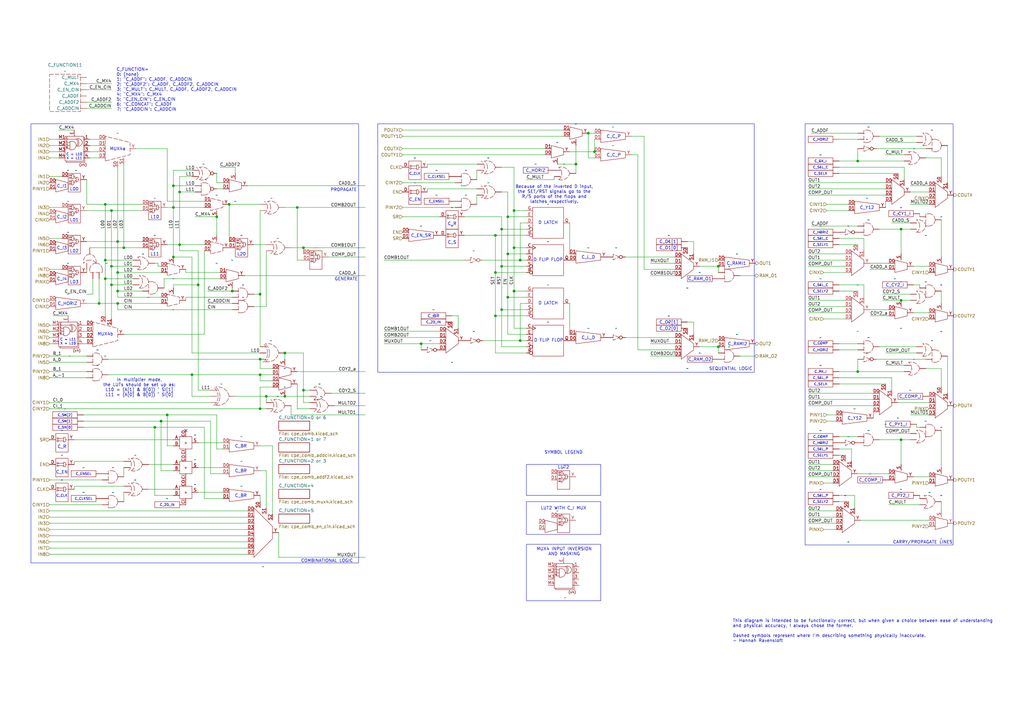
<source format=kicad_sch>
(kicad_sch (version 20250114) (generator "eeschema") (generator_version "9.0")
  (paper "A3")
  (title_block (title "Cologne Processing Element") (date "2025-07-07") (rev "5") (company "YosysHQ"))
  (lib_symbols
    (symbol "AND_1"
      (property "Reference" "U" (at 0 0 0))
      (symbol "AND_1_1_1"
        (pin input line (at -3.81 1.27 0) (length 2.54) (name "") (number ""))
        (pin input line (at -3.81 -1.27 0) (length 2.54) (name "") (number ""))
        (pin output line (at 5.08 0 180) (length 2.54) (name "") (number ""))
      )
    )
    (symbol "AND_10"
      (property "Reference" "U" (at 0 0 0))
      (symbol "AND_10_1_1"
        (pin input line (at -3.81 1.27 0) (length 2.54) (name "") (number ""))
        (pin input line (at -3.81 -1.27 0) (length 2.54) (name "") (number ""))
        (pin output line (at 5.08 0 180) (length 2.54) (name "") (number ""))
      )
    )
    (symbol "AND_11"
      (property "Reference" "U" (at 0 0 0))
      (symbol "AND_11_1_1"
        (pin input line (at -3.81 1.27 0) (length 2.54) (name "") (number ""))
        (pin input line (at -3.81 -1.27 0) (length 2.54) (name "") (number ""))
        (pin output line (at 5.08 0 180) (length 2.54) (name "") (number ""))
      )
    )
    (symbol "AND_12"
      (property "Reference" "U" (at 0 0 0))
      (symbol "AND_12_1_1"
        (pin input line (at -3.81 1.27 0) (length 2.54) (name "") (number ""))
        (pin input line (at -3.81 -1.27 0) (length 2.54) (name "") (number ""))
        (pin output line (at 5.08 0 180) (length 2.54) (name "") (number ""))
      )
    )
    (symbol "AND_13"
      (property "Reference" "U" (at 0 0 0))
      (symbol "AND_13_1_1"
        (pin input line (at -3.81 1.27 0) (length 2.54) (name "") (number ""))
        (pin input line (at -3.81 -1.27 0) (length 2.54) (name "") (number ""))
        (pin output line (at 5.08 0 180) (length 2.54) (name "") (number ""))
      )
    )
    (symbol "AND_2"
      (property "Reference" "U" (at 0 0 0))
      (symbol "AND_2_1_1"
        (pin input line (at -3.81 1.27 0) (length 2.54) (name "") (number ""))
        (pin input line (at -3.81 -1.27 0) (length 2.54) (name "") (number ""))
        (pin output line (at 5.08 0 180) (length 2.54) (name "") (number ""))
      )
    )
    (symbol "AND_3"
      (property "Reference" "U" (at 0 0 0))
      (symbol "AND_3_1_1"
        (pin input line (at -3.81 1.27 0) (length 2.54) (name "") (number ""))
        (pin input line (at -3.81 -1.27 0) (length 2.54) (name "") (number ""))
        (pin output line (at 5.08 0 180) (length 2.54) (name "") (number ""))
      )
    )
    (symbol "AND_4"
      (property "Reference" "U" (at 0 0 0))
      (symbol "AND_4_1_1"
        (pin input line (at -3.81 1.27 0) (length 2.54) (name "") (number ""))
        (pin input line (at -3.81 -1.27 0) (length 2.54) (name "") (number ""))
        (pin output line (at 5.08 0 180) (length 2.54) (name "") (number ""))
      )
    )
    (symbol "AND_5"
      (property "Reference" "U" (at 0 0 0))
      (symbol "AND_5_1_1"
        (pin input line (at -3.81 1.27 0) (length 2.54) (name "") (number ""))
        (pin input line (at -3.81 -1.27 0) (length 2.54) (name "") (number ""))
        (pin output line (at 5.08 0 180) (length 2.54) (name "") (number ""))
      )
    )
    (symbol "AND_6"
      (property "Reference" "U" (at 0 0 0))
      (symbol "AND_6_1_1"
        (pin input line (at -3.81 1.27 0) (length 2.54) (name "") (number ""))
        (pin input line (at -3.81 -1.27 0) (length 2.54) (name "") (number ""))
        (pin output line (at 5.08 0 180) (length 2.54) (name "") (number ""))
      )
    )
    (symbol "AND_7"
      (property "Reference" "U" (at 0 0 0))
      (symbol "AND_7_1_1"
        (pin input line (at -3.81 1.27 0) (length 2.54) (name "") (number ""))
        (pin input line (at -3.81 -1.27 0) (length 2.54) (name "") (number ""))
        (pin output line (at 5.08 0 180) (length 2.54) (name "") (number ""))
      )
    )
    (symbol "AND_8"
      (property "Reference" "U" (at 0 0 0))
      (symbol "AND_8_1_1"
        (pin input line (at -3.81 1.27 0) (length 2.54) (name "") (number ""))
        (pin input line (at -3.81 -1.27 0) (length 2.54) (name "") (number ""))
        (pin output line (at 5.08 0 180) (length 2.54) (name "") (number ""))
      )
    )
    (symbol "AND_9"
      (property "Reference" "U" (at 0 0 0))
      (symbol "AND_9_1_1"
        (pin input line (at -3.81 1.27 0) (length 2.54) (name "") (number ""))
        (pin input line (at -3.81 -1.27 0) (length 2.54) (name "") (number ""))
        (pin output line (at 5.08 0 180) (length 2.54) (name "") (number ""))
      )
    )
    (symbol "AO21_1"
      (property "Reference" "U" (at 0 0 0))
      (symbol "AO21_1_1_1"
        (pin input line (at -3.81 1.27 0) (length 2.54) (name "") (number ""))
        (pin input line (at -3.81 -1.27 0) (length 2.54) (name "") (number ""))
        (pin input line (at 0 3.81 0) (length 2.54) (name "") (number ""))
        (pin output line (at 8.89 2.54 180) (length 2.54) (name "") (number ""))
      )
    )
    (symbol "AO21_2"
      (property "Reference" "U" (at 0 0 0))
      (symbol "AO21_2_1_1"
        (pin input line (at -3.81 1.27 0) (length 2.54) (name "") (number ""))
        (pin input line (at -3.81 -1.27 0) (length 2.54) (name "") (number ""))
        (pin input line (at 0 3.81 0) (length 2.54) (name "") (number ""))
        (pin output line (at 8.89 2.54 180) (length 2.54) (name "") (number ""))
      )
    )
    (symbol "AO21_3"
      (property "Reference" "U" (at 0 0 0))
      (symbol "AO21_3_1_1"
        (pin input line (at -3.81 1.27 0) (length 2.54) (name "") (number ""))
        (pin input line (at -3.81 -1.27 0) (length 2.54) (name "") (number ""))
        (pin input line (at 0 3.81 0) (length 2.54) (name "") (number ""))
        (pin output line (at 8.89 2.54 180) (length 2.54) (name "") (number ""))
      )
    )
    (symbol "AO21_4"
      (property "Reference" "U" (at 0 0 0))
      (symbol "AO21_4_1_1"
        (pin input line (at -3.81 1.27 0) (length 2.54) (name "") (number ""))
        (pin input line (at -3.81 -1.27 0) (length 2.54) (name "") (number ""))
        (pin input line (at 0 3.81 0) (length 2.54) (name "") (number ""))
        (pin output line (at 8.89 2.54 180) (length 2.54) (name "") (number ""))
      )
    )
    (symbol "AO21_5"
      (property "Reference" "U" (at 0 0 0))
      (symbol "AO21_5_1_1"
        (pin input line (at -3.81 1.27 0) (length 2.54) (name "") (number ""))
        (pin input line (at -3.81 -1.27 0) (length 2.54) (name "") (number ""))
        (pin input line (at 0 3.81 0) (length 2.54) (name "") (number ""))
        (pin output line (at 8.89 2.54 180) (length 2.54) (name "") (number ""))
      )
    )
    (symbol "LUT2 with C_I mux_1"
      (property "Reference" "L" (at 0 3.556 0))
      (symbol "LUT2 with C_I mux_1_1_1"
        (pin input line (at -10.16 -1.27 0) (length 2.54) (name "") (number "D0"))
        (pin input line (at -10.16 -3.81 0) (length 2.54) (name "") (number "D1"))
        (pin input line (at -5.08 1.27 0) (length 2.54) (name "") (number "D0"))
        (pin output line (at 5.08 0 180) (length 2.54) (name "") (number "Y"))
      )
    )
    (symbol "LUT2 with C_I mux_2"
      (property "Reference" "L" (at 0 3.556 0))
      (symbol "LUT2 with C_I mux_2_1_1"
        (pin input line (at -10.16 -1.27 0) (length 2.54) (name "") (number "D0"))
        (pin input line (at -10.16 -3.81 0) (length 2.54) (name "") (number "D1"))
        (pin input line (at -5.08 1.27 0) (length 2.54) (name "") (number "D0"))
        (pin output line (at 5.08 0 180) (length 2.54) (name "") (number "Y"))
      )
    )
    (symbol "LUT2 with C_I mux_3"
      (property "Reference" "L" (at 0 3.556 0))
      (symbol "LUT2 with C_I mux_3_1_1"
        (pin input line (at -10.16 -1.27 0) (length 2.54) (name "") (number "D0"))
        (pin input line (at -10.16 -3.81 0) (length 2.54) (name "") (number "D1"))
        (pin input line (at -5.08 1.27 0) (length 2.54) (name "") (number "D0"))
        (pin output line (at 5.08 0 180) (length 2.54) (name "") (number "Y"))
      )
    )
    (symbol "LUT2 with C_I mux_4"
      (property "Reference" "L" (at 0 3.556 0))
      (symbol "LUT2 with C_I mux_4_1_1"
        (pin input line (at -10.16 -1.27 0) (length 2.54) (name "") (number "D0"))
        (pin input line (at -10.16 -3.81 0) (length 2.54) (name "") (number "D1"))
        (pin input line (at -5.08 1.27 0) (length 2.54) (name "") (number "D0"))
        (pin output line (at 5.08 0 180) (length 2.54) (name "") (number "Y"))
      )
    )
    (symbol "NOT_1"
      (property "Reference" "U" (at 0 0 0))
      (symbol "NOT_1_1_1"
        (pin input line (at -3.81 0 0) (length 2.54) (name "") (number ""))
        (pin output inverted (at 3.81 0 180) (length 2.54) (name "") (number ""))
      )
    )
    (symbol "NOT_2"
      (property "Reference" "U" (at 0 0 0))
      (symbol "NOT_2_1_1"
        (pin input line (at -3.81 0 0) (length 2.54) (name "") (number ""))
        (pin output inverted (at 3.81 0 180) (length 2.54) (name "") (number ""))
      )
    )
    (symbol "NOT_3"
      (property "Reference" "U" (at 0 0 0))
      (symbol "NOT_3_1_1"
        (pin input line (at -3.81 0 0) (length 2.54) (name "") (number ""))
        (pin output inverted (at 3.81 0 180) (length 2.54) (name "") (number ""))
      )
    )
    (symbol "NOT_4"
      (property "Reference" "U" (at 0 0 0))
      (symbol "NOT_4_1_1"
        (pin input line (at -3.81 0 0) (length 2.54) (name "") (number ""))
        (pin output inverted (at 3.81 0 180) (length 2.54) (name "") (number ""))
      )
    )
    (symbol "NOT_5"
      (property "Reference" "U" (at 0 0 0))
      (symbol "NOT_5_1_1"
        (pin input line (at -3.81 0 0) (length 2.54) (name "") (number ""))
        (pin output inverted (at 3.81 0 180) (length 2.54) (name "") (number ""))
      )
    )
    (symbol "NOT_6"
      (property "Reference" "U" (at 0 0 0))
      (symbol "NOT_6_1_1"
        (pin input line (at -3.81 0 0) (length 2.54) (name "") (number ""))
        (pin output inverted (at 3.81 0 180) (length 2.54) (name "") (number ""))
      )
    )
    (symbol "NOT_7"
      (property "Reference" "U" (at 0 0 0))
      (symbol "NOT_7_1_1"
        (pin input line (at -3.81 0 0) (length 2.54) (name "") (number ""))
        (pin output inverted (at 3.81 0 180) (length 2.54) (name "") (number ""))
      )
    )
    (symbol "NOT_8"
      (property "Reference" "U" (at 0 0 0))
      (symbol "NOT_8_1_1"
        (pin input line (at -3.81 0 0) (length 2.54) (name "") (number ""))
        (pin output inverted (at 3.81 0 180) (length 2.54) (name "") (number ""))
      )
    )
    (symbol "OR_1"
      (property "Reference" "U" (at -1.27 0 0))
      (symbol "OR_1_1_1"
        (pin input line (at -5.08 1.27 0) (length 2.54) (name "") (number ""))
        (pin input line (at -5.08 -1.27 0) (length 2.54) (name "") (number ""))
        (pin input line (at 3.81 0 180) (length 2.54) (name "") (number ""))
      )
    )
    (symbol "OR_2"
      (property "Reference" "U" (at -1.27 0 0))
      (symbol "OR_2_1_1"
        (pin input line (at -5.08 1.27 0) (length 2.54) (name "") (number ""))
        (pin input line (at -5.08 -1.27 0) (length 2.54) (name "") (number ""))
        (pin input line (at 3.81 0 180) (length 2.54) (name "") (number ""))
      )
    )
    (symbol "OR_4"
      (property "Reference" "U" (at -1.27 0 0))
      (symbol "OR_4_1_1"
        (pin input line (at -5.08 1.27 0) (length 2.54) (name "") (number ""))
        (pin input line (at -5.08 -1.27 0) (length 2.54) (name "") (number ""))
        (pin input line (at 3.81 0 180) (length 2.54) (name "") (number ""))
      )
    )
    (symbol "OR_5"
      (property "Reference" "U" (at -1.27 0 0))
      (symbol "OR_5_1_1"
        (pin input line (at -5.08 1.27 0) (length 2.54) (name "") (number ""))
        (pin input line (at -5.08 -1.27 0) (length 2.54) (name "") (number ""))
        (pin input line (at 3.81 0 180) (length 2.54) (name "") (number ""))
      )
    )
    (symbol "OR_7"
      (property "Reference" "U" (at -1.27 0 0))
      (symbol "OR_7_1_1"
        (pin input line (at -5.08 1.27 0) (length 2.54) (name "") (number ""))
        (pin input line (at -5.08 -1.27 0) (length 2.54) (name "") (number ""))
        (pin input line (at 3.81 0 180) (length 2.54) (name "") (number ""))
      )
    )
    (symbol "XOR3_1"
      (property "Reference" "U" (at 0 -1.27 0))
      (symbol "XOR3_1_1_1"
        (pin input line (at -5.08 2.54 0) (length 2.54) (name "") (number ""))
        (pin input line (at -5.08 0 0) (length 2.54) (name "") (number ""))
        (pin input line (at -5.08 -2.54 0) (length 2.54) (name "") (number ""))
        (pin input line (at 5.08 0 180) (length 2.54) (name "") (number ""))
      )
    )
    (symbol "XOR_1"
      (property "Reference" "U" (at 0 0 0))
      (symbol "XOR_1_1_1"
        (pin input line (at -5.08 1.27 0) (length 2.54) (name "") (number ""))
        (pin input line (at -5.08 -1.27 0) (length 2.54) (name "") (number ""))
        (pin input line (at 5.08 0 180) (length 2.54) (name "") (number ""))
      )
    )
    (symbol "XOR_2"
      (property "Reference" "U" (at 0 0 0))
      (symbol "XOR_2_1_1"
        (pin input line (at -5.08 1.27 0) (length 2.54) (name "") (number ""))
        (pin input line (at -5.08 -1.27 0) (length 2.54) (name "") (number ""))
        (pin input line (at 5.08 0 180) (length 2.54) (name "") (number ""))
      )
    )
    (symbol "XOR_3"
      (property "Reference" "U" (at 0 0 0))
      (symbol "XOR_3_1_1"
        (pin input line (at -5.08 1.27 0) (length 2.54) (name "") (number ""))
        (pin input line (at -5.08 -1.27 0) (length 2.54) (name "") (number ""))
        (pin input line (at 5.08 0 180) (length 2.54) (name "") (number ""))
      )
    )
    (symbol "XOR_4"
      (property "Reference" "U" (at 0 0 0))
      (symbol "XOR_4_1_1"
        (pin input line (at -5.08 1.27 0) (length 2.54) (name "") (number ""))
        (pin input line (at -5.08 -1.27 0) (length 2.54) (name "") (number ""))
        (pin input line (at 5.08 0 180) (length 2.54) (name "") (number ""))
      )
    )
    (symbol "XOR_5"
      (property "Reference" "U" (at 0 0 0))
      (symbol "XOR_5_1_1"
        (pin input line (at -5.08 1.27 0) (length 2.54) (name "") (number ""))
        (pin input line (at -5.08 -1.27 0) (length 2.54) (name "") (number ""))
        (pin input line (at 5.08 0 180) (length 2.54) (name "") (number ""))
      )
    )
    (symbol "XOR_6"
      (property "Reference" "U" (at 0 0 0))
      (symbol "XOR_6_1_1"
        (pin input line (at -5.08 1.27 0) (length 2.54) (name "") (number ""))
        (pin input line (at -5.08 -1.27 0) (length 2.54) (name "") (number ""))
        (pin input line (at 5.08 0 180) (length 2.54) (name "") (number ""))
      )
    )
    (symbol "XOR_7"
      (property "Reference" "U" (at 0 0 0))
      (symbol "XOR_7_1_1"
        (pin input line (at -5.08 1.27 0) (length 2.54) (name "") (number ""))
        (pin input line (at -5.08 -1.27 0) (length 2.54) (name "") (number ""))
        (pin input line (at 5.08 0 180) (length 2.54) (name "") (number ""))
      )
    )
    (symbol "peppercorn:AND"
      (property "Reference" "U" (at 0 0 0))
      (symbol "AND_1_1"
        (pin input line (at -3.81 1.27 0) (length 2.54) (name "") (number ""))
        (pin input line (at -3.81 -1.27 0) (length 2.54) (name "") (number ""))
        (pin output line (at 5.08 0 180) (length 2.54) (name "") (number ""))
      )
    )
    (symbol "peppercorn:AO21"
      (property "Reference" "U" (at 0 0 0))
      (symbol "AO21_1_1"
        (pin input line (at -3.81 1.27 0) (length 2.54) (name "") (number ""))
        (pin input line (at -3.81 -1.27 0) (length 2.54) (name "") (number ""))
        (pin input line (at 0 3.81 0) (length 2.54) (name "") (number ""))
        (pin output line (at 8.89 2.54 180) (length 2.54) (name "") (number ""))
      )
    )
    (symbol "peppercorn:CONFIG"
      (symbol "CONFIG_1_1"
        (pin output line (at 7.62 0 180) (length 2.54) (name "") (number ""))
      )
    )
    (symbol "peppercorn:C_FUNCTION"
      (property "Reference" "C_FUNCTION" (at 0.254 7.874 0))
      (symbol "C_FUNCTION_1_1"
        (pin output line (at 8.89 5.08 180) (length 2.54) (name "C_MULT") (number ""))
        (pin output line (at 8.89 2.54 180) (length 2.54) (name "C_MX4") (number ""))
        (pin output line (at 8.89 0 180) (length 2.54) (name "C_EN_CIN") (number ""))
        (pin output line (at 8.89 -2.54 180) (length 2.54) (name "C_ADDF") (number ""))
        (pin output line (at 8.89 -5.08 180) (length 2.54) (name "C_ADDF2") (number ""))
        (pin output line (at 8.89 -7.62 180) (length 2.54) (name "C_ADDCIN") (number ""))
      )
    )
    (symbol "peppercorn:DFF"
      (property "Reference" "FF" (at 0 0 0))
      (symbol "DFF_1_1"
        (pin input clock (at -8.89 5.08 0) (length 2.54) (name "") (number "C"))
        (pin input line (at -8.89 2.54 0) (length 2.54) (name "") (number "E"))
        (pin input line (at -8.89 0 0) (length 2.54) (name "") (number "D"))
        (pin input inverted (at -8.89 -2.54 0) (length 2.54) (name "") (number "S"))
        (pin input inverted (at -8.89 -5.08 0) (length 2.54) (name "") (number "R"))
        (pin output line (at 8.89 0 180) (length 2.54) (name "") (number "Q"))
      )
    )
    (symbol "peppercorn:DLT"
      (property "Reference" "LT" (at 0 0 0))
      (symbol "DLT_1_1"
        (pin input line (at -8.89 5.08 0) (length 2.54) (name "") (number "G"))
        (pin input line (at -8.89 2.54 0) (length 2.54) (name "") (number "E"))
        (pin input line (at -8.89 0 0) (length 2.54) (name "") (number "D"))
        (pin input inverted (at -8.89 -2.54 0) (length 2.54) (name "") (number "S"))
        (pin input inverted (at -8.89 -5.08 0) (length 2.54) (name "") (number "R"))
        (pin output line (at 8.89 0 180) (length 2.54) (name "") (number "Q"))
      )
    )
    (symbol "peppercorn:FA"
      (symbol "FA_1_1"
        (text "+" (at 0 0 0) (effects (font (size 1.27 1.27))))
        (pin input line (at -5.08 1.27 0) (length 2.54) (name "") (number "A"))
        (pin input line (at -5.08 -1.27 0) (length 2.54) (name "") (number "B"))
        (pin output line (at 0 5.08 270) (length 2.54) (name "") (number "CO"))
        (pin input line (at 0 -5.08 90) (length 2.54) (name "") (number "CI"))
        (pin output line (at 5.08 0 180) (length 2.54) (name "") (number "S"))
      )
    )
    (symbol "peppercorn:LUT1"
      (property "Reference" "L" (at 0 3.556 0))
      (symbol "LUT1_1_1"
        (pin input line (at -5.08 0 0) (length 2.54) (name "") (number "D"))
        (pin output line (at 5.08 0 180) (length 2.54) (name "") (number "Y"))
      )
    )
    (symbol "peppercorn:LUT2"
      (property "Reference" "L" (at 0 3.556 0))
      (symbol "LUT2_1_1"
        (pin input line (at -5.08 1.27 0) (length 2.54) (name "") (number "D0"))
        (pin input line (at -5.08 -1.27 0) (length 2.54) (name "") (number "D1"))
        (pin output line (at 5.08 0 180) (length 2.54) (name "") (number "Y"))
      )
    )
    (symbol "peppercorn:LUT2 with C_I mux"
      (property "Reference" "L" (at 0 3.556 0))
      (symbol "LUT2 with C_I mux_1_1"
        (pin input line (at -10.16 -1.27 0) (length 2.54) (name "") (number "D0"))
        (pin input line (at -10.16 -3.81 0) (length 2.54) (name "") (number "D1"))
        (pin input line (at -5.08 1.27 0) (length 2.54) (name "") (number "D0"))
        (pin output line (at 5.08 0 180) (length 2.54) (name "") (number "Y"))
      )
    )
    (symbol "peppercorn:MUX invert/mask"
      (symbol "MUX invert/mask_1_1"
        (text "C" (at -3.048 4.318 0) (effects (font (size 0.75 0.75))))
        (text "E" (at -3.048 3.048 0) (effects (font (size 0.75 0.75))))
        (text "X" (at -3.048 1.778 0) (effects (font (size 0.75 0.75))))
        (text "M" (at -3.048 0.508 0) (effects (font (size 0.75 0.75))))
        (text "(x4)" (at 3.556 -6.604 0) (effects (font (size 1 1))))
        (pin input line (at -6.35 3.81 0) (length 2.54) (name "") (number "M1"))
        (pin input line (at -6.35 1.27 0) (length 2.54) (name "") (number "M2"))
        (pin input line (at -6.35 -1.27 0) (length 2.54) (name "") (number "M3"))
        (pin input line (at -6.35 -3.81 0) (length 2.54) (name "") (number "M4"))
        (pin input line (at 0 7.62 270) (length 2.54) (name "") (number "E"))
        (pin output line (at 6.35 3.81 180) (length 2.54) (name "") (number "1"))
        (pin output line (at 6.35 1.27 180) (length 2.54) (name "") (number "2"))
        (pin output line (at 6.35 -1.27 180) (length 2.54) (name "") (number "3"))
        (pin output line (at 6.35 -3.81 180) (length 2.54) (name "") (number "4"))
      )
    )
    (symbol "peppercorn:MUX2"
      (property "Reference" "M" (at 0 -3.81 0))
      (symbol "MUX2_1_1"
        (pin input line (at -5.08 1.27 0) (length 2.54) (name "") (number "D0"))
        (pin input line (at -5.08 -1.27 0) (length 2.54) (name "") (number "D1"))
        (pin input line (at 0 5.08 270) (length 2.54) (name "") (number "S"))
        (pin output line (at 5.08 0 180) (length 2.54) (name "") (number "Y"))
      )
    )
    (symbol "peppercorn:MUX2 (conceptual)"
      (property "Reference" "M" (at 0 -3.81 0))
      (symbol "MUX2 (conceptual)_1_1"
        (pin input line (at -5.08 1.27 0) (length 2.54) (name "") (number "D0"))
        (pin input line (at -5.08 -1.27 0) (length 2.54) (name "") (number "D1"))
        (pin input line (at 0 5.08 270) (length 2.54) (name "") (number "S"))
        (pin output line (at 5.08 0 180) (length 2.54) (name "") (number "Y"))
      )
    )
    (symbol "peppercorn:MUX2B"
      (symbol "MUX2B_1_1"
        (pin input line (at -7.62 1.27 0) (length 2.54) (name "") (number "D0"))
        (pin input line (at -7.62 -1.27 0) (length 2.54) (name "") (number "D1"))
        (pin output line (at 7.62 0 180) (length 2.54) (name "") (number "Y"))
      )
    )
    (symbol "peppercorn:MUX4"
      (property "Reference" "M" (at 0 -3.81 0))
      (symbol "MUX4_1_1"
        (pin input line (at -5.08 3.81 0) (length 2.54) (name "") (number "D0"))
        (pin input line (at -5.08 1.27 0) (length 2.54) (name "") (number "D1"))
        (pin input line (at -5.08 -1.27 0) (length 2.54) (name "") (number "D2"))
        (pin input line (at -5.08 -3.81 0) (length 2.54) (name "") (number "D3"))
        (pin input line (at 0 7.62 270) (length 2.54) (name "") (number "S0"))
        (pin input line (at 2.54 5.08 270) (length 2.54) (name "") (number "S1"))
        (pin output line (at 5.08 0 180) (length 2.54) (name "") (number "Y"))
      )
    )
    (symbol "peppercorn:MUX4 (conceptual)"
      (symbol "MUX4 (conceptual)_1_1"
        (pin input line (at -7.62 3.81 0) (length 2.54) (name "") (number "D0"))
        (pin input line (at -7.62 1.27 0) (length 2.54) (name "") (number "D1"))
        (pin input line (at -7.62 -1.27 0) (length 2.54) (name "") (number "D2"))
        (pin input line (at -7.62 -3.81 0) (length 2.54) (name "") (number "D3"))
        (pin input line (at 0 7.62 270) (length 2.54) (name "") (number "S0"))
        (pin input line (at 2.54 6.35 270) (length 2.54) (name "") (number "S1"))
        (pin output line (at 7.62 0 180) (length 2.54) (name "") (number "Y"))
      )
    )
    (symbol "peppercorn:MUX4 (conceptual) (upside down)"
      (property "Reference" "M" (at 0 5.588 0))
      (symbol "MUX4 (conceptual) (upside down)_1_1"
        (pin input line (at -5.08 3.81 0) (length 2.54) (name "") (number "D0"))
        (pin input line (at -5.08 1.27 0) (length 2.54) (name "") (number "D1"))
        (pin input line (at -5.08 -1.27 0) (length 2.54) (name "") (number "D2"))
        (pin input line (at -5.08 -3.81 0) (length 2.54) (name "") (number "D3"))
        (pin input line (at 2.54 -7.62 90) (length 2.54) (name "") (number "S0"))
        (pin input line (at 5.08 -6.35 90) (length 2.54) (name "") (number "S1"))
        (pin output line (at 10.16 0 180) (length 2.54) (name "") (number "Y"))
      )
    )
    (symbol "peppercorn:MUX8"
      (property "Reference" "M" (at 0 1.27 0))
      (symbol "MUX8_1_1"
        (pin input line (at -5.08 8.89 0) (length 2.54) (name "") (number "D0"))
        (pin input line (at -5.08 6.35 0) (length 2.54) (name "") (number "D1"))
        (pin input line (at -5.08 3.81 0) (length 2.54) (name "") (number "D2"))
        (pin input line (at -5.08 1.27 0) (length 2.54) (name "") (number "D3"))
        (pin input line (at -5.08 -1.27 0) (length 2.54) (name "") (number "D4"))
        (pin input line (at -5.08 -3.81 0) (length 2.54) (name "") (number "D5"))
        (pin input line (at -5.08 -6.35 0) (length 2.54) (name "") (number "D6"))
        (pin input line (at -5.08 -8.89 0) (length 2.54) (name "") (number "D7"))
        (pin input line (at 0 12.7 270) (length 2.54) (name "") (number "S0"))
        (pin input line (at 2.54 10.16 270) (length 2.54) (name "") (number "S1"))
        (pin input line (at 5.08 7.62 270) (length 2.54) (name "") (number "S2"))
        (pin output line (at 7.62 0 180) (length 2.54) (name "") (number "Y"))
      )
    )
    (symbol "peppercorn:NAND"
      (property "Reference" "U" (at 0 0 0))
      (symbol "NAND_1_1"
        (pin input line (at -3.81 1.27 0) (length 2.54) (name "") (number ""))
        (pin input line (at -3.81 -1.27 0) (length 2.54) (name "") (number ""))
        (pin output inverted (at 5.08 0 180) (length 2.54) (name "") (number ""))
      )
    )
    (symbol "peppercorn:NOT"
      (property "Reference" "U" (at 0 0 0))
      (symbol "NOT_1_1"
        (pin input line (at -3.81 0 0) (length 2.54) (name "") (number ""))
        (pin output inverted (at 3.81 0 180) (length 2.54) (name "") (number ""))
      )
    )
    (symbol "peppercorn:OA21"
      (property "Reference" "U" (at 0 0 0))
      (symbol "OA21_1_1"
        (pin input line (at -3.81 1.27 0) (length 2.54) (name "") (number ""))
        (pin input line (at -3.81 -1.27 0) (length 2.54) (name "") (number ""))
        (pin input line (at 0 3.81 0) (length 2.54) (name "") (number ""))
        (pin output line (at 8.89 2.54 180) (length 2.54) (name "") (number ""))
      )
    )
    (symbol "peppercorn:OR"
      (property "Reference" "U" (at -1.27 0 0))
      (symbol "OR_1_1"
        (pin input line (at -5.08 1.27 0) (length 2.54) (name "") (number ""))
        (pin input line (at -5.08 -1.27 0) (length 2.54) (name "") (number ""))
        (pin input line (at 3.81 0 180) (length 2.54) (name "") (number ""))
      )
    )
    (symbol "peppercorn:XNOR"
      (property "Reference" "U" (at 0 0 0))
      (symbol "XNOR_1_1"
        (pin input line (at -5.08 1.27 0) (length 2.54) (name "") (number ""))
        (pin input line (at -5.08 -1.27 0) (length 2.54) (name "") (number ""))
        (pin input inverted (at 5.08 0 180) (length 2.54) (name "") (number ""))
      )
    )
    (symbol "peppercorn:XOR"
      (property "Reference" "U" (at 0 0 0))
      (symbol "XOR_1_1"
        (pin input line (at -5.08 1.27 0) (length 2.54) (name "") (number ""))
        (pin input line (at -5.08 -1.27 0) (length 2.54) (name "") (number ""))
        (pin input line (at 5.08 0 180) (length 2.54) (name "") (number ""))
      )
    )
    (symbol "peppercorn:XOR3"
      (property "Reference" "U" (at 0 -1.27 0))
      (symbol "XOR3_1_1"
        (pin input line (at -5.08 2.54 0) (length 2.54) (name "") (number ""))
        (pin input line (at -5.08 0 0) (length 2.54) (name "") (number ""))
        (pin input line (at -5.08 -2.54 0) (length 2.54) (name "") (number ""))
        (pin input line (at 5.08 0 180) (length 2.54) (name "") (number ""))
      )
    )
  )
  (rectangle (start 215.9 223.266) (end 246.38 246.38))
  (rectangle (start 215.9 205.74) (end 246.38 219.202))
  (rectangle (start 12.7 50.8) (end 147.066 230.886))
  (rectangle (start 330.2 50.8) (end 390.906 223.52))
  (rectangle (start 154.94 50.8) (end 309.372 152.654))
  (rectangle (start 215.9 190.5) (end 246.38 203.2))
  (text "C_L_D" (at 241.3 105.664 0) (effects (font (size 1.27 1.27))))
  (text "C_R" (at 185.42 91.948 0) (effects (font (size 1.27 1.27))))
  (text "C_Y12" (at 355.6 85.344 0) (effects (font (size 1.27 1.27))))
  (text "C_SELX" (at 336.55 157.734 0) (effects (font (size 1 1))))
  (text "L00" (at 30.48 77.724 0) (effects (font (size 1.27 1.27))))
  (text "MUX4b" (at 43.18 137.16 0) (effects (font (size 1.27 1.27))))
  (text "C_PY1_I" (at 368.3 174.244 0) (effects (font (size 1.27 1.27))))
  (text "In multiplier mode,\nthe LUTs should be set up as:\nL10 = (A[1] & B[0]) ^ SI[1]\nL11 = (A[0] & B[0]) ^ SI[0]" (at 57.15 159.004 0) (effects (font (size 1.27 1.27))))
  (text "D LATCH" (at 224.79 91.44 0) (effects (font (size 1.27 1.27))))
  (text "C_SN[0]" (at 26.67 175.514 0) (effects (font (size 1 1))))
  (text "C_SELY1" (at 336.55 186.944 0) (effects (font (size 1 1))))
  (text "C_I2" (at 25.4 89.154 0) (effects (font (size 1.27 1.27))))
  (text "C = L10\nX = L11" (at 30.48 64.262 0) (effects (font (size 1 1))))
  (text "C_FUNCTION=\n0: (none)\n1; \"C_ADDF\": C_ADDF, C_ADDCIN\n2; \"C_ADDF2\": C_ADDF, C_ADDF2, C_ADDCIN\n3; \"C_MULT\": C_MULT, C_ADDF, C_ADDF2, C_ADDCIN\n4; \"C_MX4\": C_MX4\n5; \"C_EN_CIN\": C_EN_CIN\n6; \"C_CONCAT\": C_ADDF\n7; \"C_ADDCIN\": C_ADDCIN" (at 47.752 36.83 0) (effects (font (size 1.27 1.27)) (justify left)))
  (text "C_2D_IN" (at 177.8 132.334 0) (effects (font (size 1 1))))
  (text "C_COMP" (at 336.55 179.324 0) (effects (font (size 1 1))))
  (text "C_HORIZ" (at 336.55 181.864 0) (effects (font (size 1 1))))
  (text "C_O1[0]" (at 274.32 101.854 0) (effects (font (size 1.27 1.27))))
  (text "C_I1" (at 25.4 76.454 0) (effects (font (size 1.27 1.27))))
  (text "C_RAM_O1\n" (at 287.02 114.554 0) (effects (font (size 1.27 1.27))))
  (text "C_RAMI2" (at 302.514 141.224 0) (effects (font (size 1.27 1.27))))
  (text "C_EN" (at 170.18 82.042 0) (effects (font (size 1.27 1.27))))
  (text "C_BR" (at 98.806 203.454 0) (effects (font (size 1.27 1.27))))
  (text "C_SELY2" (at 336.55 119.634 0) (effects (font (size 1 1))))
  (text "C_SEL_P" (at 336.55 155.194 0) (effects (font (size 1 1))))
  (text "This diagram is intended to be functionally correct, but when given a choice between ease of understanding\nand physical accuracy, I always chose the former.\n\nDashed symbols represent where I'm describing something physically inaccurate.\n- Hannah Ravensloft" (at 300.482 254 0) (effects (font (size 1.27 1.27)) (justify left top)))
  (text "C_COMP" (at 336.55 140.97 0) (effects (font (size 1 1))))
  (text "C_C_P" (at 251.714 63.754 0) (effects (font (size 1.27 1.27))))
  (text "C_HORIZ" (at 27.686 124.714 0) (effects (font (size 1.27 1.27))))
  (text "C_2D_IN" (at 68.58 207.264 0) (effects (font (size 1 1))))
  (text "LUT2 WITH C_I MUX" (at 231.14 208.534 0) (effects (font (size 1.27 1.27))))
  (text "LUT2" (at 231.14 191.77 0) (effects (font (size 1.27 1.27))))
  (text "C_I3" (at 25.4 101.854 0) (effects (font (size 1.27 1.27))))
  (text "C_O2[0]" (at 274.32 134.874 0) (effects (font (size 1.27 1.27))))
  (text "C_ENSEL" (at 179.07 82.804 0) (effects (font (size 1 1))))
  (text "Because of the inverted D input,\nthe SET/RST signals go to the\nR/S ports of the flops and\nlatches respectively." (at 227.33 79.756 0) (effects (font (size 1.27 1.27))))
  (text "C_CLK" (at 170.18 71.374 0) (effects (font (size 1 1))))
  (text "L20" (at 99.06 104.394 0) (effects (font (size 1.27 1.27))))
  (text "C_CLK" (at 25.4 203.454 0) (effects (font (size 1 1))))
  (text "MUX4 INPUT INVERSION\nAND MASKING" (at 231.394 226.314 0) (effects (font (size 1.27 1.27))))
  (text "C_CY2_I" (at 367.03 117.094 0) (effects (font (size 1.27 1.27))))
  (text "C_Y12" (at 350.52 171.704 0) (effects (font (size 1.27 1.27))))
  (text "L02" (at 30.48 103.124 0) (effects (font (size 1.27 1.27))))
  (text "C_CX_I" (at 336.55 66.294 0) (effects (font (size 1 1))))
  (text "C_CLKSEL" (at 179.07 72.644 0) (effects (font (size 1 1))))
  (text "C_SEL_C" (at 336.55 68.834 0) (effects (font (size 1 1))))
  (text "C_CLKSEL" (at 34.29 204.724 0) (effects (font (size 1 1))))
  (text "C_PX_I" (at 336.55 152.654 0) (effects (font (size 1 1))))
  (text "C_SN[2]" (at 26.67 170.434 0) (effects (font (size 1 1))))
  (text "C_BR" (at 98.806 193.294 0) (effects (font (size 1.27 1.27))))
  (text "SYMBOL LEGEND" (at 231.14 185.674 0) (effects (font (size 1.27 1.27))))
  (text "C_COMP_I" (at 373.38 162.814 0) (effects (font (size 1.27 1.27))))
  (text "C_EN" (at 25.4 193.802 0) (effects (font (size 1.27 1.27))))
  (text "C_SELY1" (at 336.55 100.584 0) (effects (font (size 1 1))))
  (text "C_R" (at 25.4 183.388 0) (effects (font (size 1.27 1.27))))
  (text "L03" (at 30.48 115.824 0) (effects (font (size 1.27 1.27))))
  (text "C_EN_SR" (at 172.72 96.774 0) (effects (font (size 1.27 1.27))))
  (text "C_RAMI1" (at 302.006 108.204 0) (effects (font (size 1.27 1.27))))
  (text "PROPAGATE" (at 140.97 77.978 0) (effects (font (size 1.27 1.27))))
  (text "D FLIP FLOP" (at 224.79 106.68 0) (effects (font (size 1.27 1.27))))
  (text "C_SEL_P" (at 336.55 184.404 0) (effects (font (size 1 1))))
  (text "SEQUENTIAL LOGIC" (at 299.72 151.384 0) (effects (font (size 1.27 1.27))))
  (text "C_SEL_P" (at 336.55 203.454 0) (effects (font (size 1 1))))
  (text "C_L_D" (at 241.3 138.684 0) (effects (font (size 1.27 1.27))))
  (text "L10" (at 63.5 89.154 0) (effects (font (size 1.27 1.27))))
  (text "MUX4a" (at 48.26 61.214 0) (effects (font (size 1.27 1.27))))
  (text "C_SEL_C" (at 336.55 117.094 0) (effects (font (size 1 1))))
  (text "C_I4" (at 25.4 114.554 0) (effects (font (size 1.27 1.27))))
  (text "C_RAM_O2" (at 287.02 147.574 0) (effects (font (size 1.27 1.27))))
  (text "GENERATE" (at 141.986 114.554 0) (effects (font (size 1.27 1.27))))
  (text "L11" (at 63.5 104.394 0) (effects (font (size 1.27 1.27))))
  (text "C_HORIZ" (at 219.71 70.104 0) (effects (font (size 1.27 1.27))))
  (text "L01" (at 30.48 90.424 0) (effects (font (size 1.27 1.27))))
  (text "C_ENSEL" (at 34.29 194.564 0) (effects (font (size 1 1))))
  (text "COMBINATIONAL LOGIC" (at 134.112 230.124 0) (effects (font (size 1.27 1.27))))
  (text "D FLIP FLOP" (at 225.044 139.7 0) (effects (font (size 1.27 1.27))))
  (text "C_C_P" (at 251.714 56.134 0) (effects (font (size 1.27 1.27))))
  (text "C_CY1_I" (at 369.824 87.884 0) (effects (font (size 1.27 1.27))))
  (text "C_BR" (at 177.8 129.794 0) (effects (font (size 1.27 1.27))))
  (text "C_SN[1]" (at 26.67 172.974 0) (effects (font (size 1 1))))
  (text "C_S" (at 185.42 99.568 0) (effects (font (size 1.27 1.27))))
  (text "C = L11\nX = L10" (at 27.94 140.208 0) (effects (font (size 1 1))))
  (text "C_COMP_I" (at 356.87 197.104 0) (effects (font (size 1.27 1.27))))
  (text "C_PY2_I" (at 369.316 203.454 0) (effects (font (size 1.27 1.27))))
  (text "C_SELY2" (at 336.55 205.994 0) (effects (font (size 1 1))))
  (text "C_SEL_C" (at 336.55 98.044 0) (effects (font (size 1 1))))
  (text "CARRY/PROPAGATE LINES" (at 378.46 222.504 0) (effects (font (size 1.27 1.27))))
  (text "C_HORIZ" (at 336.55 95.504 0) (effects (font (size 1 1))))
  (text "C_O1[1]" (at 274.32 99.314 0) (effects (font (size 1.27 1.27))))
  (text "C_O2[1]" (at 274.32 132.334 0) (effects (font (size 1.27 1.27))))
  (text "C_HORIZ" (at 336.55 143.764 0) (effects (font (size 1 1))))
  (text "D LATCH" (at 224.79 124.46 0) (effects (font (size 1.27 1.27))))
  (text "C_BR" (at 98.806 183.134 0) (effects (font (size 1.27 1.27))))
  (text "C_HORIZ" (at 336.55 57.404 0) (effects (font (size 1 1))))
  (text "C_SELX" (at 336.55 71.374 0) (effects (font (size 1 1))))
  (junction (at 351.79 66.04))
  (junction (at 172.72 140.97))
  (junction (at 78.74 153.67))
  (junction (at 45.72 116.84))
  (junction (at 205.74 127))
  (junction (at 213.36 106.68))
  (junction (at 203.2 111.76))
  (junction (at 71.12 85.09))
  (junction (at 43.18 83.82))
  (junction (at 369.57 123.19))
  (junction (at 48.26 111.76))
  (junction (at 71.12 76.2))
  (junction (at 71.12 105.41))
  (junction (at 73.66 100.33))
  (junction (at 45.72 109.22))
  (junction (at 210.82 101.6))
  (junction (at 203.2 129.54))
  (junction (at 369.57 180.34))
  (junction (at 48.26 124.46))
  (junction (at 48.26 119.38))
  (junction (at 213.36 139.7))
  (junction (at 203.2 96.52))
  (junction (at 68.58 170.18))
  (junction (at 106.68 147.32))
  (junction (at 208.28 121.92))
  (junction (at 294.64 142.24))
  (junction (at 109.22 162.56))
  (junction (at 43.18 114.3))
  (junction (at 88.9 88.9))
  (junction (at 116.84 144.78))
  (junction (at 369.57 93.98))
  (junction (at 243.84 62.23))
  (junction (at 124.46 101.6))
  (junction (at 205.74 93.98))
  (junction (at 241.3 54.61))
  (junction (at 351.79 152.4))
  (junction (at 236.22 67.31))
  (junction (at 294.64 109.22))
  (junction (at 93.98 83.82))
  (junction (at 81.28 116.84))
  (junction (at 116.84 162.56))
  (junction (at 205.74 109.22))
  (junction (at 50.8 101.6))
  (junction (at 210.82 86.36))
  (junction (at 106.68 153.67))
  (junction (at 73.66 78.74))
  (junction (at 63.5 175.26))
  (junction (at 66.04 172.72))
  (junction (at 48.26 99.06))
  (junction (at 208.28 88.9))
  (junction (at 40.64 124.46))
  (junction (at 208.28 104.14))
  (junction (at 95.25 119.38))
  (junction (at 106.68 167.64))
  (junction (at 121.92 85.09))
  (junction (at 124.46 160.02))
  (junction (at 210.82 119.38))
  (junction (at 45.72 86.36))
  (junction (at 43.18 106.68))
  (junction (at 106.68 120.65))
  (no_connect (at 76.2 176.53))
  (wire (pts (xy 344.17 71.12) (xy 368.3 71.12)))
  (wire (pts (xy 88.9 71.12) (xy 88.9 74.93)))
  (wire (pts (xy 210.82 86.36) (xy 210.82 68.58)))
  (wire (pts (xy 157.48 140.97) (xy 172.72 140.97)))
  (wire (pts (xy 180.34 140.97) (xy 172.72 140.97)))
  (wire (pts (xy 78.74 162.56) (xy 86.36 162.56)))
  (wire (pts (xy 116.84 85.09) (xy 121.92 85.09)))
  (wire (pts (xy 111.76 182.88) (xy 111.76 210.82)))
  (wire (pts (xy 208.28 78.74) (xy 208.28 88.9)))
  (wire (pts (xy 34.29 138.43) (xy 35.56 138.43)))
  (wire (pts (xy 109.22 165.1) (xy 109.22 162.56)))
  (wire (pts (xy 281.94 99.06) (xy 284.48 99.06)))
  (wire (pts (xy 20.32 140.97) (xy 21.59 140.97)))
  (wire (pts (xy 116.84 162.56) (xy 127 162.56)))
  (wire (pts (xy 190.5 88.9) (xy 205.74 88.9)))
  (wire (pts (xy 20.32 133.35) (xy 21.59 133.35)))
  (wire (pts (xy 36.83 59.69) (xy 40.64 59.69)))
  (wire (pts (xy 266.7 107.95) (xy 276.86 107.95)))
  (wire (pts (xy 157.48 135.89) (xy 180.34 135.89)))
  (wire (pts (xy 369.57 180.34) (xy 369.57 190.5)))
  (wire (pts (xy 124.46 144.78) (xy 124.46 160.02)))
  (wire (pts (xy 78.74 144.78) (xy 106.68 144.78)))
  (wire (pts (xy 43.18 83.82) (xy 58.42 83.82)))
  (wire (pts (xy 363.22 144.78) (xy 375.92 144.78)))
  (wire (pts (xy 63.5 175.26) (xy 83.82 175.26)))
  (wire (pts (xy 34.29 133.35) (xy 35.56 133.35)))
  (wire (pts (xy 344.17 154.94) (xy 365.76 154.94)))
  (wire (pts (xy 83.82 137.16) (xy 50.8 137.16)))
  (wire (pts (xy 35.56 120.65) (xy 38.1 120.65)))
  (wire (pts (xy 203.2 111.76) (xy 203.2 129.54)))
  (wire (pts (xy 233.68 91.44) (xy 233.68 104.14)))
  (wire (pts (xy 34.29 170.18) (xy 68.58 170.18)))
  (wire (pts (xy 20.32 214.63) (xy 101.6 214.63)))
  (wire (pts (xy 375.92 173.99) (xy 375.92 175.26)))
  (wire (pts (xy 379.73 64.77) (xy 386.08 64.77)))
  (wire (pts (xy 20.32 209.55) (xy 101.6 209.55)))
  (wire (pts (xy 351.79 66.04) (xy 351.79 60.96)))
  (wire (pts (xy 106.68 120.65) (xy 106.68 142.24)))
  (wire (pts (xy 81.28 181.61) (xy 91.44 181.61)))
  (wire (pts (xy 93.98 83.82) (xy 106.68 83.82)))
  (wire (pts (xy 205.74 93.98) (xy 205.74 109.22)))
  (wire (pts (xy 351.79 147.32) (xy 351.79 152.4)))
  (wire (pts (xy 386.08 64.77) (xy 386.08 72.39)))
  (wire (pts (xy 121.92 167.64) (xy 127 167.64)))
  (wire (pts (xy 210.82 119.38) (xy 215.9 119.38)))
  (wire (pts (xy 259.08 63.5) (xy 261.62 63.5)))
  (wire (pts (xy 67.31 114.3) (xy 67.31 118.11)))
  (wire (pts (xy 71.12 76.2) (xy 71.12 85.09)))
  (wire (pts (xy 344.17 179.07) (xy 351.79 179.07)))
  (wire (pts (xy 360.68 93.98) (xy 369.57 93.98)))
  (wire (pts (xy 64.77 109.22) (xy 66.04 109.22)))
  (wire (pts (xy 351.79 194.31) (xy 364.49 194.31)))
  (wire (pts (xy 96.52 162.56) (xy 109.22 162.56)))
  (wire (pts (xy 48.26 111.76) (xy 48.26 119.38)))
  (wire (pts (xy 332.74 54.61) (xy 351.79 54.61)))
  (wire (pts (xy 36.83 57.15) (xy 40.64 57.15)))
  (wire (pts (xy 386.08 205.74) (xy 386.08 209.55)))
  (wire (pts (xy 48.26 99.06) (xy 48.26 111.76)))
  (wire (pts (xy 100.33 113.03) (xy 149.86 113.03)))
  (wire (pts (xy 195.58 80.01) (xy 195.58 83.82)))
  (wire (pts (xy 85.09 124.46) (xy 95.25 124.46)))
  (wire (pts (xy 34.29 135.89) (xy 35.56 135.89)))
  (wire (pts (xy 339.09 170.18) (xy 342.9 170.18)))
  (wire (pts (xy 45.72 86.36) (xy 45.72 109.22)))
  (wire (pts (xy 20.32 217.17) (xy 101.6 217.17)))
  (wire (pts (xy 213.36 106.68) (xy 213.36 91.44)))
  (wire (pts (xy 331.47 106.68) (xy 346.71 106.68)))
  (wire (pts (xy 111.76 158.75) (xy 106.68 158.75)))
  (wire (pts (xy 50.8 67.31) (xy 50.8 101.6)))
  (wire (pts (xy 231.14 53.34) (xy 165.1 53.34)))
  (wire (pts (xy 63.5 203.2) (xy 71.12 203.2)))
  (wire (pts (xy 20.32 138.43) (xy 21.59 138.43)))
  (wire (pts (xy 71.12 76.2) (xy 80.01 76.2)))
  (wire (pts (xy 205.74 109.22) (xy 215.9 109.22)))
  (wire (pts (xy 85.09 119.38) (xy 95.25 119.38)))
  (wire (pts (xy 210.82 119.38) (xy 210.82 134.62)))
  (wire (pts (xy 93.98 83.82) (xy 93.98 99.06)))
  (wire (pts (xy 116.84 144.78) (xy 116.84 147.32)))
  (wire (pts (xy 121.92 157.48) (xy 121.92 167.64)))
  (wire (pts (xy 351.79 152.4) (xy 370.84 152.4)))
  (wire (pts (xy 106.68 167.64) (xy 109.22 167.64)))
  (wire (pts (xy 281.94 132.08) (xy 284.48 132.08)))
  (wire (pts (xy 266.7 140.97) (xy 276.86 140.97)))
  (wire (pts (xy 369.57 180.34) (xy 373.38 180.34)))
  (wire (pts (xy 83.82 102.87) (xy 83.82 137.16)))
  (wire (pts (xy 48.26 127) (xy 95.25 127)))
  (wire (pts (xy 66.04 124.46) (xy 48.26 124.46)))
  (wire (pts (xy 36.83 62.23) (xy 40.64 62.23)))
  (wire (pts (xy 205.74 127) (xy 205.74 142.24)))
  (wire (pts (xy 190.5 96.52) (xy 203.2 96.52)))
  (wire (pts (xy 76.2 121.92) (xy 95.25 121.92)))
  (wire (pts (xy 73.66 78.74) (xy 73.66 72.39)))
  (wire (pts (xy 210.82 86.36) (xy 215.9 86.36)))
  (wire (pts (xy 20.32 224.79) (xy 101.6 224.79)))
  (wire (pts (xy 205.74 127) (xy 215.9 127)))
  (wire (pts (xy 386.08 176.53) (xy 386.08 191.77)))
  (wire (pts (xy 264.16 55.88) (xy 264.16 110.49)))
  (wire (pts (xy 137.16 166.37) (xy 149.86 166.37)))
  (wire (pts (xy 109.22 125.73) (xy 104.14 125.73)))
  (wire (pts (xy 210.82 86.36) (xy 210.82 101.6)))
  (wire (pts (xy 96.52 71.12) (xy 96.52 68.58)))
  (wire (pts (xy 215.9 96.52) (xy 203.2 96.52)))
  (wire (pts (xy 48.26 121.92) (xy 48.26 119.38)))
  (wire (pts (xy 20.32 212.09) (xy 101.6 212.09)))
  (wire (pts (xy 349.25 184.15) (xy 349.25 189.23)))
  (wire (pts (xy 106.68 203.2) (xy 106.68 205.74)))
  (wire (pts (xy 185.42 129.54) (xy 187.96 129.54)))
  (wire (pts (xy 104.14 120.65) (xy 106.68 120.65)))
  (wire (pts (xy 35.56 86.36) (xy 45.72 86.36)))
  (wire (pts (xy 208.28 104.14) (xy 215.9 104.14)))
  (wire (pts (xy 43.18 83.82) (xy 43.18 106.68)))
  (wire (pts (xy 358.14 168.91) (xy 358.14 171.45)))
  (wire (pts (xy 344.17 186.69) (xy 346.71 186.69)))
  (wire (pts (xy 64.77 107.95) (xy 63.5 107.95)))
  (wire (pts (xy 50.8 191.77) (xy 50.8 195.58)))
  (wire (pts (xy 106.68 153.67) (xy 106.68 156.21)))
  (wire (pts (xy 303.53 146.05) (xy 309.88 146.05)))
  (wire (pts (xy 374.65 128.27) (xy 381 128.27)))
  (wire (pts (xy 331.47 190.5) (xy 341.63 190.5)))
  (wire (pts (xy 20.32 148.59) (xy 35.56 148.59)))
  (wire (pts (xy 344.17 143.51) (xy 351.79 143.51)))
  (wire (pts (xy 205.74 142.24) (xy 215.9 142.24)))
  (wire (pts (xy 24.13 53.34) (xy 30.48 53.34)))
  (wire (pts (xy 71.12 182.88) (xy 68.58 182.88)))
  (wire (pts (xy 106.68 151.13) (xy 111.76 151.13)))
  (wire (pts (xy 48.26 111.76) (xy 66.04 111.76)))
  (wire (pts (xy 88.9 184.15) (xy 91.44 184.15)))
  (wire (pts (xy 215.9 73.66) (xy 227.33 73.66)))
  (wire (pts (xy 374.65 109.22) (xy 381 109.22)))
  (wire (pts (xy 373.38 76.2) (xy 381 76.2)))
  (wire (pts (xy 241.3 54.61) (xy 243.84 54.61)))
  (wire (pts (xy 236.22 59.69) (xy 236.22 67.31)))
  (wire (pts (xy 109.22 193.04) (xy 106.68 193.04)))
  (wire (pts (xy 95.25 118.11) (xy 95.25 119.38)))
  (wire (pts (xy 101.6 76.2) (xy 149.86 76.2)))
  (wire (pts (xy 303.53 113.03) (xy 309.88 113.03)))
  (wire (pts (xy 48.26 68.58) (xy 48.26 99.06)))
  (wire (pts (xy 331.47 109.22) (xy 346.71 109.22)))
  (wire (pts (xy 360.68 142.24) (xy 375.92 142.24)))
  (wire (pts (xy 35.56 83.82) (xy 35.56 73.66)))
  (wire (pts (xy 114.3 228.6) (xy 149.86 228.6)))
  (wire (pts (xy 377.19 87.63) (xy 377.19 88.9)))
  (wire (pts (xy 73.66 100.33) (xy 73.66 78.74)))
  (wire (pts (xy 344.17 68.58) (xy 370.84 68.58)))
  (wire (pts (xy 50.8 201.93) (xy 50.8 205.74)))
  (wire (pts (xy 369.57 93.98) (xy 369.57 104.14)))
  (wire (pts (xy 331.47 195.58) (xy 341.63 195.58)))
  (wire (pts (xy 344.17 184.15) (xy 349.25 184.15)))
  (wire (pts (xy 68.58 170.18) (xy 88.9 170.18)))
  (wire (pts (xy 205.74 88.9) (xy 205.74 93.98)))
  (wire (pts (xy 388.62 59.69) (xy 388.62 74.93)))
  (wire (pts (xy 374.65 195.58) (xy 381 195.58)))
  (wire (pts (xy 119.38 170.18) (xy 149.86 170.18)))
  (wire (pts (xy 20.32 59.69) (xy 24.13 59.69)))
  (wire (pts (xy 34.29 140.97) (xy 35.56 140.97)))
  (wire (pts (xy 344.17 152.4) (xy 351.79 152.4)))
  (wire (pts (xy 88.9 170.18) (xy 88.9 184.15)))
  (wire (pts (xy 331.47 166.37) (xy 358.14 166.37)))
  (wire (pts (xy 106.68 156.21) (xy 111.76 156.21)))
  (wire (pts (xy 30.48 180.34) (xy 71.12 180.34)))
  (wire (pts (xy 363.22 82.55) (xy 363.22 85.09)))
  (wire (pts (xy 203.2 111.76) (xy 215.9 111.76)))
  (wire (pts (xy 109.22 193.04) (xy 109.22 208.28)))
  (wire (pts (xy 294.64 109.22) (xy 294.64 111.76)))
  (wire (pts (xy 38.1 114.3) (xy 38.1 120.65)))
  (wire (pts (xy 360.68 180.34) (xy 369.57 180.34)))
  (wire (pts (xy 134.62 105.41) (xy 149.86 105.41)))
  (wire (pts (xy 20.32 72.39) (xy 25.4 72.39)))
  (wire (pts (xy 386.08 119.38) (xy 386.08 124.46)))
  (wire (pts (xy 264.16 110.49) (xy 276.86 110.49)))
  (wire (pts (xy 116.84 144.78) (xy 124.46 144.78)))
  (wire (pts (xy 35.56 99.06) (xy 48.26 99.06)))
  (wire (pts (xy 208.28 88.9) (xy 208.28 104.14)))
  (wire (pts (xy 331.47 74.93) (xy 363.22 74.93)))
  (wire (pts (xy 35.56 124.46) (xy 40.64 124.46)))
  (wire (pts (xy 165.1 88.9) (xy 180.34 88.9)))
  (wire (pts (xy 48.26 124.46) (xy 48.26 127)))
  (wire (pts (xy 175.26 78.74) (xy 175.26 77.47)))
  (wire (pts (xy 203.2 129.54) (xy 203.2 144.78)))
  (wire (pts (xy 71.12 69.85) (xy 71.12 76.2)))
  (wire (pts (xy 198.12 106.68) (xy 213.36 106.68)))
  (wire (pts (xy 203.2 96.52) (xy 203.2 111.76)))
  (wire (pts (xy 91.44 77.47) (xy 88.9 77.47)))
  (wire (pts (xy 68.58 60.96) (xy 55.88 60.96)))
  (wire (pts (xy 386.08 151.13) (xy 386.08 158.75)))
  (wire (pts (xy 331.47 77.47) (xy 363.22 77.47)))
  (wire (pts (xy 369.57 93.98) (xy 373.38 93.98)))
  (wire (pts (xy 88.9 74.93) (xy 91.44 74.93)))
  (wire (pts (xy 35.56 83.82) (xy 43.18 83.82)))
  (wire (pts (xy 119.38 101.6) (xy 124.46 101.6)))
  (wire (pts (xy 331.47 193.04) (xy 341.63 193.04)))
  (wire (pts (xy 236.22 67.31) (xy 236.22 71.12)))
  (wire (pts (xy 43.18 106.68) (xy 54.61 106.68)))
  (wire (pts (xy 76.2 123.19) (xy 76.2 121.92)))
  (wire (pts (xy 35.56 41.91) (xy 45.72 41.91)))
  (wire (pts (xy 351.79 66.04) (xy 370.84 66.04)))
  (wire (pts (xy 386.08 90.17) (xy 386.08 105.41)))
  (wire (pts (xy 45.72 116.84) (xy 45.72 130.81)))
  (wire (pts (xy 81.28 191.77) (xy 91.44 191.77)))
  (wire (pts (xy 377.19 116.84) (xy 377.19 118.11)))
  (wire (pts (xy 344.17 157.48) (xy 363.22 157.48)))
  (wire (pts (xy 80.01 88.9) (xy 88.9 88.9)))
  (wire (pts (xy 81.28 201.93) (xy 91.44 201.93)))
  (wire (pts (xy 71.12 85.09) (xy 83.82 85.09)))
  (wire (pts (xy 205.74 78.74) (xy 208.28 78.74)))
  (wire (pts (xy 40.64 114.3) (xy 40.64 124.46)))
  (wire (pts (xy 109.22 102.87) (xy 109.22 125.73)))
  (wire (pts (xy 124.46 160.02) (xy 124.46 165.1)))
  (wire (pts (xy 30.48 190.5) (xy 30.48 189.23)))
  (wire (pts (xy 354.33 116.84) (xy 354.33 121.92)))
  (wire (pts (xy 241.3 64.77) (xy 243.84 64.77)))
  (wire (pts (xy 83.82 82.55) (xy 68.58 82.55)))
  (wire (pts (xy 35.56 110.49) (xy 35.56 111.76)))
  (wire (pts (xy 344.17 100.33) (xy 351.79 100.33)))
  (wire (pts (xy 353.06 213.36) (xy 381 213.36)))
  (wire (pts (xy 91.44 194.31) (xy 86.36 194.31)))
  (wire (pts (xy 233.68 124.46) (xy 233.68 137.16)))
  (wire (pts (xy 187.96 129.54) (xy 187.96 134.62)))
  (wire (pts (xy 356.87 110.49) (xy 364.49 110.49)))
  (wire (pts (xy 124.46 101.6) (xy 149.86 101.6)))
  (wire (pts (xy 34.29 172.72) (xy 66.04 172.72)))
  (wire (pts (xy 243.84 57.15) (xy 243.84 62.23)))
  (wire (pts (xy 20.32 97.79) (xy 25.4 97.79)))
  (wire (pts (xy 165.1 74.93) (xy 186.69 74.93)))
  (wire (pts (xy 30.48 189.23) (xy 50.8 189.23)))
  (wire (pts (xy 370.84 68.58) (xy 370.84 73.66)))
  (wire (pts (xy 331.47 123.19) (xy 346.71 123.19)))
  (wire (pts (xy 60.96 190.5) (xy 71.12 190.5)))
  (wire (pts (xy 44.45 153.67) (xy 78.74 153.67)))
  (wire (pts (xy 106.68 153.67) (xy 111.76 153.67)))
  (wire (pts (xy 114.3 228.6) (xy 114.3 218.44)))
  (wire (pts (xy 261.62 63.5) (xy 261.62 143.51)))
  (wire (pts (xy 337.82 130.81) (xy 346.71 130.81)))
  (wire (pts (xy 121.92 85.09) (xy 149.86 85.09)))
  (wire (pts (xy 195.58 69.85) (xy 195.58 73.66)))
  (wire (pts (xy 369.57 123.19) (xy 373.38 123.19)))
  (wire (pts (xy 20.32 167.64) (xy 106.68 167.64)))
  (wire (pts (xy 365.76 91.44) (xy 373.38 91.44)))
  (wire (pts (xy 68.58 82.55) (xy 68.58 60.96)))
  (wire (pts (xy 363.22 58.42) (xy 375.92 58.42)))
  (wire (pts (xy 78.74 105.41) (xy 78.74 144.78)))
  (wire (pts (xy 205.74 109.22) (xy 205.74 127)))
  (wire (pts (xy 359.41 147.32) (xy 379.73 147.32)))
  (wire (pts (xy 375.92 175.26) (xy 377.19 175.26)))
  (wire (pts (xy 215.9 124.46) (xy 213.36 124.46)))
  (wire (pts (xy 337.82 217.17) (xy 342.9 217.17)))
  (wire (pts (xy 363.22 149.86) (xy 370.84 149.86)))
  (wire (pts (xy 111.76 182.88) (xy 106.68 182.88)))
  (wire (pts (xy 344.17 205.74) (xy 347.98 205.74)))
  (wire (pts (xy 20.32 154.94) (xy 35.56 154.94)))
  (wire (pts (xy 78.74 153.67) (xy 78.74 162.56)))
  (wire (pts (xy 332.74 92.71) (xy 351.79 92.71)))
  (wire (pts (xy 175.26 68.58) (xy 175.26 67.31)))
  (wire (pts (xy 88.9 88.9) (xy 88.9 96.52)))
  (wire (pts (xy 36.83 64.77) (xy 40.64 64.77)))
  (wire (pts (xy 63.5 175.26) (xy 63.5 203.2)))
  (wire (pts (xy 344.17 116.84) (xy 354.33 116.84)))
  (wire (pts (xy 106.68 158.75) (xy 106.68 167.64)))
  (wire (pts (xy 34.29 175.26) (xy 63.5 175.26)))
  (wire (pts (xy 20.32 207.01) (xy 41.91 207.01)))
  (wire (pts (xy 20.32 85.09) (xy 25.4 85.09)))
  (wire (pts (xy 135.89 161.29) (xy 149.86 161.29)))
  (wire (pts (xy 359.41 60.96) (xy 379.73 60.96)))
  (wire (pts (xy 373.38 78.74) (xy 381 78.74)))
  (wire (pts (xy 215.9 134.62) (xy 210.82 134.62)))
  (wire (pts (xy 198.12 139.7) (xy 213.36 139.7)))
  (wire (pts (xy 377.19 203.2) (xy 377.19 204.47)))
  (wire (pts (xy 48.26 119.38) (xy 58.42 119.38)))
  (wire (pts (xy 354.33 97.79) (xy 354.33 102.87)))
  (wire (pts (xy 331.47 161.29) (xy 358.14 161.29)))
  (wire (pts (xy 73.66 102.87) (xy 81.28 102.87)))
  (wire (pts (xy 259.08 55.88) (xy 264.16 55.88)))
  (wire (pts (xy 20.32 64.77) (xy 24.13 64.77)))
  (wire (pts (xy 350.52 203.2) (xy 344.17 203.2)))
  (wire (pts (xy 106.68 120.65) (xy 106.68 86.36)))
  (wire (pts (xy 331.47 163.83) (xy 358.14 163.83)))
  (wire (pts (xy 119.38 166.37) (xy 119.38 170.18)))
  (wire (pts (xy 339.09 172.72) (xy 342.9 172.72)))
  (wire (pts (xy 213.36 91.44) (xy 215.9 91.44)))
  (wire (pts (xy 284.48 132.08) (xy 284.48 137.16)))
  (wire (pts (xy 208.28 104.14) (xy 208.28 121.92)))
  (wire (pts (xy 205.74 93.98) (xy 215.9 93.98)))
  (wire (pts (xy 71.12 85.09) (xy 71.12 105.41)))
  (wire (pts (xy 210.82 101.6) (xy 215.9 101.6)))
  (wire (pts (xy 68.58 100.33) (xy 73.66 100.33)))
  (wire (pts (xy 373.38 83.82) (xy 381 83.82)))
  (wire (pts (xy 60.96 200.66) (xy 71.12 200.66)))
  (wire (pts (xy 287.02 109.22) (xy 294.64 109.22)))
  (wire (pts (xy 64.77 109.22) (xy 64.77 107.95)))
  (wire (pts (xy 35.56 34.29) (xy 45.72 34.29)))
  (wire (pts (xy 165.1 60.96) (xy 223.52 60.96)))
  (wire (pts (xy 365.76 154.94) (xy 365.76 160.02)))
  (wire (pts (xy 81.28 116.84) (xy 71.12 116.84)))
  (wire (pts (xy 81.28 160.02) (xy 86.36 160.02)))
  (wire (pts (xy 20.32 196.85) (xy 41.91 196.85)))
  (wire (pts (xy 35.56 36.83) (xy 45.72 36.83)))
  (wire (pts (xy 124.46 101.6) (xy 124.46 104.14)))
  (wire (pts (xy 175.26 67.31) (xy 195.58 67.31)))
  (wire (pts (xy 20.32 110.49) (xy 25.4 110.49)))
  (wire (pts (xy 73.66 100.33) (xy 83.82 100.33)))
  (wire (pts (xy 20.32 222.25) (xy 101.6 222.25)))
  (wire (pts (xy 165.1 63.5) (xy 223.52 63.5)))
  (wire (pts (xy 210.82 101.6) (xy 210.82 119.38)))
  (wire (pts (xy 344.17 57.15) (xy 351.79 57.15)))
  (wire (pts (xy 43.18 106.68) (xy 43.18 114.3)))
  (wire (pts (xy 256.54 105.41) (xy 276.86 105.41)))
  (wire (pts (xy 86.36 172.72) (xy 66.04 172.72)))
  (wire (pts (xy 266.7 146.05) (xy 276.86 146.05)))
  (wire (pts (xy 360.68 55.88) (xy 375.92 55.88)))
  (wire (pts (xy 78.74 153.67) (xy 106.68 153.67)))
  (wire (pts (xy 379.73 151.13) (xy 386.08 151.13)))
  (wire (pts (xy 45.72 116.84) (xy 54.61 116.84)))
  (wire (pts (xy 68.58 85.09) (xy 71.12 85.09)))
  (wire (pts (xy 36.83 101.6) (xy 50.8 101.6)))
  (wire (pts (xy 208.28 88.9) (xy 215.9 88.9)))
  (wire (pts (xy 374.65 116.84) (xy 377.19 116.84)))
  (wire (pts (xy 266.7 113.03) (xy 276.86 113.03)))
  (wire (pts (xy 233.68 62.23) (xy 243.84 62.23)))
  (wire (pts (xy 90.17 68.58) (xy 96.52 68.58)))
  (wire (pts (xy 331.47 212.09) (xy 342.9 212.09)))
  (wire (pts (xy 48.26 99.06) (xy 58.42 99.06)))
  (wire (pts (xy 205.74 68.58) (xy 210.82 68.58)))
  (wire (pts (xy 363.22 177.8) (xy 373.38 177.8)))
  (wire (pts (xy 66.04 193.04) (xy 71.12 193.04)))
  (wire (pts (xy 208.28 121.92) (xy 215.9 121.92)))
  (wire (pts (xy 236.22 67.31) (xy 228.6 67.31)))
  (wire (pts (xy 175.26 77.47) (xy 195.58 77.47)))
  (wire (pts (xy 45.72 86.36) (xy 58.42 86.36)))
  (wire (pts (xy 356.87 127) (xy 364.49 127)))
  (wire (pts (xy 30.48 200.66) (xy 30.48 199.39)))
  (wire (pts (xy 294.64 142.24) (xy 294.64 144.78)))
  (wire (pts (xy 331.47 125.73) (xy 346.71 125.73)))
  (wire (pts (xy 331.47 80.01) (xy 363.22 80.01)))
  (wire (pts (xy 124.46 165.1) (xy 127 165.1)))
  (wire (pts (xy 43.18 114.3) (xy 54.61 114.3)))
  (wire (pts (xy 213.36 106.68) (xy 215.9 106.68)))
  (wire (pts (xy 86.36 194.31) (xy 86.36 172.72)))
  (wire (pts (xy 20.32 219.71) (xy 101.6 219.71)))
  (wire (pts (xy 40.64 124.46) (xy 48.26 124.46)))
  (wire (pts (xy 213.36 124.46) (xy 213.36 139.7)))
  (wire (pts (xy 30.48 199.39) (xy 50.8 199.39)))
  (wire (pts (xy 339.09 86.36) (xy 347.98 86.36)))
  (wire (pts (xy 287.02 142.24) (xy 294.64 142.24)))
  (wire (pts (xy 284.48 99.06) (xy 284.48 104.14)))
  (wire (pts (xy 337.82 111.76) (xy 346.71 111.76)))
  (wire (pts (xy 76.2 110.49) (xy 76.2 111.76)))
  (wire (pts (xy 261.62 143.51) (xy 276.86 143.51)))
  (wire (pts (xy 45.72 109.22) (xy 45.72 116.84)))
  (wire (pts (xy 227.33 72.39) (xy 227.33 73.66)))
  (wire (pts (xy 231.14 55.88) (xy 165.1 55.88)))
  (wire (pts (xy 83.82 175.26) (xy 83.82 204.47)))
  (wire (pts (xy 203.2 144.78) (xy 215.9 144.78)))
  (wire (pts (xy 361.95 123.19) (xy 369.57 123.19)))
  (wire (pts (xy 331.47 209.55) (xy 342.9 209.55)))
  (wire (pts (xy 331.47 104.14) (xy 346.71 104.14)))
  (wire (pts (xy 73.66 78.74) (xy 80.01 78.74)))
  (wire (pts (xy 20.32 146.05) (xy 35.56 146.05)))
  (wire (pts (xy 203.2 129.54) (xy 215.9 129.54)))
  (wire (pts (xy 43.18 114.3) (xy 43.18 129.54)))
  (wire (pts (xy 208.28 137.16) (xy 215.9 137.16)))
  (wire (pts (xy 20.32 62.23) (xy 24.13 62.23)))
  (wire (pts (xy 373.38 170.18) (xy 381 170.18)))
  (wire (pts (xy 368.3 165.1) (xy 381 165.1)))
  (wire (pts (xy 21.59 129.54) (xy 27.94 129.54)))
  (wire (pts (xy 35.56 44.45) (xy 45.72 44.45)))
  (wire (pts (xy 106.68 147.32) (xy 106.68 151.13)))
  (wire (pts (xy 20.32 57.15) (xy 24.13 57.15)))
  (wire (pts (xy 256.54 138.43) (xy 276.86 138.43)))
  (wire (pts (xy 172.72 140.97) (xy 172.72 143.51)))
  (wire (pts (xy 20.32 165.1) (xy 86.36 165.1)))
  (wire (pts (xy 361.95 120.65) (xy 373.38 120.65)))
  (wire (pts (xy 81.28 102.87) (xy 81.28 116.84)))
  (wire (pts (xy 339.09 83.82) (xy 347.98 83.82)))
  (wire (pts (xy 50.8 101.6) (xy 58.42 101.6)))
  (wire (pts (xy 356.87 107.95) (xy 364.49 107.95)))
  (wire (pts (xy 66.04 121.92) (xy 48.26 121.92)))
  (wire (pts (xy 241.3 54.61) (xy 241.3 64.77)))
  (wire (pts (xy 78.74 69.85) (xy 71.12 69.85)))
  (wire (pts (xy 157.48 138.43) (xy 180.34 138.43)))
  (wire (pts (xy 20.32 152.4) (xy 35.56 152.4)))
  (wire (pts (xy 213.36 139.7) (xy 215.9 139.7)))
  (wire (pts (xy 356.87 129.54) (xy 364.49 129.54)))
  (wire (pts (xy 124.46 106.68) (xy 121.92 106.68)))
  (wire (pts (xy 363.22 63.5) (xy 370.84 63.5)))
  (wire (pts (xy 157.48 106.68) (xy 190.5 106.68)))
  (wire (pts (xy 66.04 172.72) (xy 66.04 193.04)))
  (wire (pts (xy 350.52 208.28) (xy 350.52 203.2)))
  (wire (pts (xy 81.28 116.84) (xy 81.28 160.02)))
  (wire (pts (xy 344.17 119.38) (xy 351.79 119.38)))
  (wire (pts (xy 364.49 207.01) (xy 377.19 207.01)))
  (wire (pts (xy 67.31 114.3) (xy 90.17 114.3)))
  (wire (pts (xy 71.12 105.41) (xy 78.74 105.41)))
  (wire (pts (xy 344.17 140.97) (xy 351.79 140.97)))
  (wire (pts (xy 44.45 147.32) (xy 106.68 147.32)))
  (wire (pts (xy 109.22 162.56) (xy 116.84 162.56)))
  (wire (pts (xy 20.32 135.89) (xy 21.59 135.89)))
  (wire (pts (xy 109.22 100.33) (xy 104.14 100.33)))
  (wire (pts (xy 344.17 66.04) (xy 351.79 66.04)))
  (wire (pts (xy 45.72 109.22) (xy 54.61 109.22)))
  (wire (pts (xy 20.32 227.33) (xy 101.6 227.33)))
  (wire (pts (xy 83.82 204.47) (xy 91.44 204.47)))
  (wire (pts (xy 121.92 106.68) (xy 121.92 85.09)))
  (wire (pts (xy 208.28 121.92) (xy 208.28 137.16)))
  (wire (pts (xy 337.82 198.12) (xy 341.63 198.12)))
  (wire (pts (xy 388.62 146.05) (xy 388.62 161.29)))
  (wire (pts (xy 344.17 97.79) (xy 354.33 97.79)))
  (wire (pts (xy 73.66 72.39) (xy 78.74 72.39)))
  (wire (pts (xy 331.47 128.27) (xy 346.71 128.27)))
  (wire (pts (xy 121.92 152.4) (xy 149.86 152.4)))
  (wire (pts (xy 76.2 111.76) (xy 90.17 111.76)))
  (wire (pts (xy 71.12 116.84) (xy 71.12 118.11)))
  (wire (pts (xy 73.66 100.33) (xy 73.66 102.87)))
  (wire (pts (xy 165.1 85.09) (xy 186.69 85.09)))
  (wire (pts (xy 124.46 160.02) (xy 127 160.02)))
  (wire (pts (xy 68.58 182.88) (xy 68.58 170.18)))
  (wire (pts (xy 331.47 214.63) (xy 342.9 214.63)))
  (label "L00" (at 50.8 106.68 0))
  (label "L11" (at 82.55 160.02 0))
  (label "C_MX4" (at 21.59 129.54 0))
  (label "RST" (at 205.74 116.84 90))
  (label "OUT1" (at 331.47 106.68 0))
  (label "SET" (at 203.2 116.84 90))
  (label "C_MX4" (at 45.72 34.29 180))
  (label "COMP_OUT" (at 331.47 128.27 0))
  (label "MUXOUT" (at 266.7 107.95 0))
  (label "MULTO1" (at 146.05 170.18 180))
  (label "OUT2" (at 331.47 77.47 0))
  (label "CADD_A" (at 356.87 110.49 0))
  (label "C_EN_CIN" (at 45.72 36.83 180))
  (label "OUT1" (at 331.47 190.5 0))
  (label "C_ADDF2" (at 45.72 41.91 180))
  (label "L03" (at 50.8 90.17 270))
  (label "L10" (at 102.87 144.78 0))
  (label "L01" (at 45.72 90.17 270))
  (label "COMP_OUT" (at 331.47 80.01 0))
  (label "L11" (at 76.2 72.39 0))
  (label "L01" (at 50.8 116.84 0))
  (label "C_MULT" (at 363.22 63.5 0))
  (label "C_ADDF2" (at 90.17 68.58 0))
  (label "CI_1" (at 21.59 167.64 0))
  (label "CADD_A" (at 373.38 76.2 0))
  (label "L10" (at 71.12 90.17 270))
  (label "OUT2" (at 331.47 161.29 0))
  (label "CIN" (at 50.8 124.46 0))
  (label "L02" (at 50.8 121.92 0))
  (label "C_ADDF" (at 332.74 54.61 0))
  (label "L00" (at 50.8 114.3 0))
  (label "L10" (at 76.2 76.2 0))
  (label "COY2_a" (at 356.87 129.54 0))
  (label "L10" (at 76.2 69.85 0))
  (label "COMB1OUT" (at 266.7 113.03 0))
  (label "C_ADDF" (at 332.74 92.71 0))
  (label "OUT2" (at 331.47 193.04 0))
  (label "C_MULT" (at 364.49 207.01 0))
  (label "C_MULT" (at 361.95 123.19 0))
  (label "MULTO1" (at 373.38 170.18 0))
  (label "COMP_OUT" (at 146.05 105.41 180))
  (label "C_MULT" (at 363.22 149.86 0))
  (label "MUXOUT" (at 146.05 228.6 180))
  (label "COMB2OUT" (at 157.48 138.43 0))
  (label "C_MX4" (at 80.01 88.9 0))
  (label "L02" (at 48.26 90.17 270))
  (label "CADD_S" (at 363.22 58.42 0))
  (label "COMB2OUT" (at 266.7 146.05 0))
  (label "L11" (at 76.2 78.74 0))
  (label "L02" (at 50.8 119.38 0))
  (label "CADD_A" (at 146.05 113.03 180))
  (label "CIN" (at 85.09 127 0))
  (label "COMB1OUT" (at 157.48 106.68 0))
  (label "COMB1OUT" (at 146.05 101.6 180))
  (label "MULTO2" (at 146.05 166.37 180))
  (label "OUT1" (at 331.47 212.09 0))
  (label "L11" (at 73.66 90.17 270))
  (label "C_ADDCIN" (at 85.09 124.46 0))
  (label "A_0" (at 21.59 148.59 0))
  (label "CIN" (at 50.8 127 0))
  (label "B_1" (at 21.59 146.05 0))
  (label "C_ADDCIN" (at 45.72 44.45 180))
  (label "C_ADDF2" (at 85.09 119.38 0))
  (label "COMB1OUT" (at 157.48 135.89 0))
  (label "EN" (at 208.28 116.84 90))
  (label "MULTO2" (at 373.38 83.82 0))
  (label "COY2_a" (at 146.05 152.4 180))
  (label "COMP_OUT" (at 363.22 144.78 0))
  (label "COMP_OUT" (at 331.47 166.37 0))
  (label "COMP_OUT" (at 331.47 214.63 0))
  (label "MUXOUT" (at 157.48 140.97 0))
  (label "OUT2" (at 331.47 125.73 0))
  (label "A_-1" (at 21.59 154.94 0))
  (label "OUT1" (at 331.47 163.83 0))
  (label "OUT1" (at 331.47 74.93 0))
  (label "C_EN_CIN" (at 35.56 120.65 180))
  (label "COMB2OUT" (at 146.05 85.09 180))
  (label "COMP_OUT" (at 363.22 177.8 0))
  (label "L02" (at 50.8 111.76 0))
  (label "CADD_S" (at 146.05 76.2 180))
  (label "CADD_S" (at 365.76 91.44 0))
  (label "L01" (at 50.8 109.22 0))
  (label "COMP_OUT" (at 331.47 109.22 0))
  (label "OUT2" (at 331.47 104.14 0))
  (label "COY2_S" (at 146.05 161.29 180))
  (label "CLK" (at 210.82 116.84 90))
  (label "C_MULT" (at 215.9 73.66 0))
  (label "L00" (at 43.18 90.17 270))
  (label "C_MX4" (at 24.13 53.34 0))
  (label "COMP_OUT" (at 331.47 195.58 0))
  (label "MUXOUT" (at 266.7 140.97 0))
  (label "OUT2" (at 331.47 209.55 0))
  (label "COY2_S" (at 361.95 120.65 0))
  (label "B_1" (at 21.59 152.4 0))
  (label "OUT1" (at 331.47 123.19 0))
  (label "CI_0" (at 21.59 165.1 0))
  (hierarchical_label "RAM_O1" (shape output) (at 309.88 113.03 0))
  (hierarchical_label "EN" (shape input) (at 165.1 78.74 180))
  (hierarchical_label "IN2" (shape input) (at 20.32 212.09 180))
  (hierarchical_label "IN5" (shape input) (at 20.32 148.59 180))
  (hierarchical_label "IN1" (shape input) (at 20.32 57.15 180))
  (hierarchical_label "PINY2" (shape input) (at 165.1 85.09 180))
  (hierarchical_label "PINY1" (shape input) (at 381 198.12 180))
  (hierarchical_label "PINY2" (shape input) (at 381 215.9 180))
  (hierarchical_label "COUTY1" (shape input) (at 165.1 63.5 180))
  (hierarchical_label "POUTY2" (shape output) (at 391.16 214.63 0))
  (hierarchical_label "CINY1" (shape input) (at 20.32 165.1 180))
  (hierarchical_label "COUTY1" (shape output) (at 391.16 110.49 0))
  (hierarchical_label "IN3" (shape input) (at 20.32 62.23 180))
  (hierarchical_label "CINY2" (shape input) (at 339.09 86.36 180))
  (hierarchical_label "IN8" (shape input) (at 20.32 140.97 180))
  (hierarchical_label "POUTY1" (shape output) (at 391.16 196.85 0))
  (hierarchical_label "IN6" (shape input) (at 20.32 222.25 180))
  (hierarchical_label "IN7" (shape input) (at 20.32 138.43 180))
  (hierarchical_label "IN4" (shape input) (at 20.32 64.77 180))
  (hierarchical_label "CLK" (shape input) (at 165.1 68.58 180))
  (hierarchical_label "IN5" (shape input) (at 20.32 97.79 180))
  (hierarchical_label "COUTX" (shape input) (at 165.1 60.96 180))
  (hierarchical_label "OUT1" (shape output) (at 309.88 107.95 0))
  (hierarchical_label "RAM_I1" (shape input) (at 294.64 106.68 180))
  (hierarchical_label "COUTY2" (shape output) (at 391.16 129.54 0))
  (hierarchical_label "SR" (shape input) (at 165.1 88.9 180))
  (hierarchical_label "IN1" (shape input) (at 20.32 72.39 180))
  (hierarchical_label "PINX" (shape input) (at 381 167.64 180))
  (hierarchical_label "IN3" (shape input) (at 20.32 85.09 180))
  (hierarchical_label "IN5" (shape input) (at 20.32 133.35 180))
  (hierarchical_label "IN7" (shape input) (at 20.32 110.49 180))
  (hierarchical_label "CINX" (shape input) (at 381 81.28 180))
  (hierarchical_label "PINY2" (shape input) (at 20.32 152.4 180))
  (hierarchical_label "SR" (shape input) (at 20.32 180.34 180))
  (hierarchical_label "PINY1" (shape input) (at 339.09 170.18 180))
  (hierarchical_label "PINX" (shape input) (at 20.32 115.57 180))
  (hierarchical_label "IN5" (shape input) (at 20.32 219.71 180))
  (hierarchical_label "PINY1" (shape input) (at 20.32 196.85 180))
  (hierarchical_label "PINY1" (shape input) (at 20.32 77.47 180))
  (hierarchical_label "CINY1" (shape input) (at 381 111.76 180))
  (hierarchical_label "CINY2" (shape input) (at 20.32 167.64 180))
  (hierarchical_label "IN3" (shape input) (at 20.32 214.63 180))
  (hierarchical_label "CINY1" (shape input) (at 20.32 123.19 180))
  (hierarchical_label "PINX" (shape input) (at 337.82 217.17 180))
  (hierarchical_label "IN2" (shape input) (at 20.32 74.93 180))
  (hierarchical_label "PINY2" (shape input) (at 20.32 146.05 180))
  (hierarchical_label "CINX" (shape input) (at 337.82 111.76 180))
  (hierarchical_label "RAM_I2" (shape input) (at 294.64 139.7 180))
  (hierarchical_label "IN2" (shape input) (at 20.32 59.69 180))
  (hierarchical_label "IN6" (shape input) (at 20.32 100.33 180))
  (hierarchical_label "CLK" (shape input) (at 20.32 200.66 180))
  (hierarchical_label "CINX" (shape input) (at 337.82 130.81 180))
  (hierarchical_label "IN1" (shape input) (at 20.32 209.55 180))
  (hierarchical_label "IN8" (shape input) (at 20.32 154.94 180))
  (hierarchical_label "PINX" (shape input) (at 337.82 198.12 180))
  (hierarchical_label "POUTX" (shape output) (at 391.16 166.37 0))
  (hierarchical_label "POUTX" (shape input) (at 165.1 53.34 180))
  (hierarchical_label "CINY1" (shape input) (at 20.32 207.01 180))
  (hierarchical_label "COUTX" (shape output) (at 391.16 80.01 0))
  (hierarchical_label "CINY2" (shape input) (at 381 130.81 180))
  (hierarchical_label "IN4" (shape input) (at 20.32 87.63 180))
  (hierarchical_label "EN" (shape input) (at 20.32 190.5 180))
  (hierarchical_label "CINY1" (shape input) (at 339.09 83.82 180))
  (hierarchical_label "PINY1" (shape input) (at 20.32 102.87 180))
  (hierarchical_label "RAM_O2" (shape output) (at 309.88 146.05 0))
  (hierarchical_label "IN8" (shape input) (at 20.32 227.33 180))
  (hierarchical_label "IN4" (shape input) (at 20.32 217.17 180))
  (hierarchical_label "PINY2" (shape input) (at 339.09 172.72 180))
  (hierarchical_label "IN7" (shape input) (at 20.32 224.79 180))
  (hierarchical_label "IN8" (shape input) (at 20.32 113.03 180))
  (hierarchical_label "POUTY1" (shape input) (at 165.1 55.88 180))
  (hierarchical_label "EN" (shape input) (at 165.1 95.25 180))
  (hierarchical_label "SR" (shape input) (at 165.1 97.79 180))
  (hierarchical_label "CINX" (shape input) (at 20.32 125.73 180))
  (hierarchical_label "CINY2" (shape input) (at 165.1 74.93 180))
  (hierarchical_label "CINX" (shape input) (at 20.32 90.17 180))
  (hierarchical_label "OUT2" (shape output) (at 309.88 140.97 0))
  (hierarchical_label "IN6" (shape input) (at 20.32 135.89 180))
  (symbol (lib_id "peppercorn:CONFIG") (at 373.38 162.56 0) (unit 1)
    (property "Reference" "U?" (effects (hide yes)))
    (property "Value" "~" (at 373.38 160.02 0))
    (instances (project "prjpeppercorn" (path "" (reference "U1429") (unit 1)) (path "" (reference "U404") (unit 1)) (path "" (reference "U781") (unit 1)) (path "" (reference "U146") (unit 1)) (path "" (reference "U1841") (unit 1)) (path "" (reference "U548") (unit 1)) (path "" (reference "U1526") (unit 1)) (path "" (reference "U1744") (unit 1)) (path "" (reference "U672") (unit 1)) (path "" (reference "U1099") (unit 1)) (path "" (reference "U878") (unit 1)) (path "" (reference "U?") (unit 1)) (path "" (reference "U285") (unit 1)) (path "" (reference "U1223") (unit 1)) (path "" (reference "U1647") (unit 1)) (path "" (reference "U1332") (unit 1))))
  )
  (symbol (lib_id "peppercorn:C_FUNCTION") (at 26.67 36.83 0) (unit 1)
    (property "Reference" "C_FUNCTION?" (at 26.67 26.67 0))
    (property "Value" "~" (at 26.67 29.21 0))
    (instances (project "prjpeppercorn" (path "" (reference "C_FUNCTION11") (unit 1)) (path "" (reference "C_FUNCTION3") (unit 1)) (path "" (reference "C_FUNCTION6") (unit 1)) (path "" (reference "C_FUNCTION1") (unit 1)) (path "" (reference "C_FUNCTION15") (unit 1)) (path "" (reference "C_FUNCTION4") (unit 1)) (path "" (reference "C_FUNCTION12") (unit 1)) (path "" (reference "C_FUNCTION14") (unit 1)) (path "" (reference "C_FUNCTION5") (unit 1)) (path "" (reference "C_FUNCTION8") (unit 1)) (path "" (reference "C_FUNCTION7") (unit 1)) (path "" (reference "C_FUNCTION?") (unit 1)) (path "" (reference "C_FUNCTION2") (unit 1)) (path "" (reference "C_FUNCTION9") (unit 1)) (path "" (reference "C_FUNCTION13") (unit 1)) (path "" (reference "C_FUNCTION10") (unit 1))))
  )
  (symbol (lib_id "peppercorn:LUT2") (at 99.06 100.33 0) (unit 1)
    (property "Reference" "L?" (effects (hide yes)))
    (property "Value" "~" (at 99.06 96.52 0))
    (instances (project "prjpeppercorn" (path "" (reference "L296") (unit 1)) (path "" (reference "L76") (unit 1)) (path "" (reference "L154") (unit 1)) (path "" (reference "L7") (unit 1)) (path "" (reference "L352") (unit 1)) (path "" (reference "L126") (unit 1)) (path "" (reference "L310") (unit 1)) (path "" (reference "L338") (unit 1)) (path "" (reference "L140") (unit 1)) (path "" (reference "L254") (unit 1)) (path "" (reference "L168") (unit 1)) (path "" (reference "L?") (unit 1)) (path "" (reference "L62") (unit 1)) (path "" (reference "L268") (unit 1)) (path "" (reference "L324") (unit 1)) (path "" (reference "L282") (unit 1))))
  )
  (symbol (lib_id "peppercorn:CONFIG") (at 179.07 72.39 0) (unit 1)
    (property "Reference" "U81" (effects (hide yes)))
    (property "Value" "~" (at 179.07 69.85 0))
    (instances (project "prjpeppercorn" (path "" (reference "U1377") (unit 1)) (path "" (reference "U352") (unit 1)) (path "" (reference "U729") (unit 1)) (path "" (reference "U60") (unit 1)) (path "" (reference "U1789") (unit 1)) (path "" (reference "U496") (unit 1)) (path "" (reference "U1474") (unit 1)) (path "" (reference "U1692") (unit 1)) (path "" (reference "U615") (unit 1)) (path "" (reference "U1047") (unit 1)) (path "" (reference "U826") (unit 1)) (path "" (reference "U81") (unit 1)) (path "" (reference "U233") (unit 1)) (path "" (reference "U1171") (unit 1)) (path "" (reference "U1595") (unit 1)) (path "" (reference "U1280") (unit 1))))
  )
  (symbol (lib_name "LUT2 with C_I mux_2") (lib_id "peppercorn:LUT2 with C_I mux") (at 30.48 99.06 0) (unit 1)
    (property "Reference" "INIT_L?" (effects (hide yes)))
    (property "Value" "~" (at 27.94 95.25 0))
    (instances (project "prjpeppercorn" (path "" (reference "INIT_L152") (unit 1)) (path "" (reference "INIT_L38") (unit 1)) (path "" (reference "INIT_L77") (unit 1)) (path "" (reference "INIT_L2") (unit 1)) (path "" (reference "INIT_L164") (unit 1)) (path "" (reference "INIT_L71") (unit 1)) (path "" (reference "INIT_L155") (unit 1)) (path "" (reference "INIT_L161") (unit 1)) (path "" (reference "INIT_L74") (unit 1)) (path "" (reference "INIT_L143") (unit 1)) (path "" (reference "INIT_L80") (unit 1)) (path "" (reference "INIT_L?") (unit 1)) (path "" (reference "INIT_L35") (unit 1)) (path "" (reference "INIT_L146") (unit 1)) (path "" (reference "INIT_L158") (unit 1)) (path "" (reference "INIT_L149") (unit 1))))
  )
  (symbol (lib_id "peppercorn:XOR") (at 114.3 101.6 0) (unit 1)
    (property "Reference" "U?" (effects (hide yes)))
    (property "Value" "~" (at 113.9327 97.79 0))
    (instances (project "prjpeppercorn" (path "" (reference "U1370") (unit 1)) (path "" (reference "U345") (unit 1)) (path "" (reference "U722") (unit 1)) (path "" (reference "U44") (unit 1)) (path "" (reference "U1782") (unit 1)) (path "" (reference "U489") (unit 1)) (path "" (reference "U1467") (unit 1)) (path "" (reference "U1685") (unit 1)) (path "" (reference "U608") (unit 1)) (path "" (reference "U1040") (unit 1)) (path "" (reference "U819") (unit 1)) (path "" (reference "U?") (unit 1)) (path "" (reference "U226") (unit 1)) (path "" (reference "U1164") (unit 1)) (path "" (reference "U1588") (unit 1)) (path "" (reference "U1273") (unit 1))))
  )
  (symbol (lib_id "peppercorn:CONFIG") (at 336.55 186.69 0) (unit 1)
    (property "Reference" "U112" (effects (hide yes)))
    (property "Value" "~" (at 336.55 184.15 0))
    (instances (project "prjpeppercorn" (path "" (reference "U1415") (unit 1)) (path "" (reference "U390") (unit 1)) (path "" (reference "U767") (unit 1)) (path "" (reference "U132") (unit 1)) (path "" (reference "U1827") (unit 1)) (path "" (reference "U534") (unit 1)) (path "" (reference "U1512") (unit 1)) (path "" (reference "U1730") (unit 1)) (path "" (reference "U658") (unit 1)) (path "" (reference "U1085") (unit 1)) (path "" (reference "U864") (unit 1)) (path "" (reference "U112") (unit 1)) (path "" (reference "U271") (unit 1)) (path "" (reference "U1209") (unit 1)) (path "" (reference "U1633") (unit 1)) (path "" (reference "U1318") (unit 1))))
  )
  (symbol (lib_id "peppercorn:MUX2") (at 386.08 129.54 0) (unit 1)
    (property "Reference" "M?" (effects (hide yes)))
    (property "Value" "~" (at 386.08 135.89 0))
    (instances (project "prjpeppercorn" (path "" (reference "M541") (unit 1)) (path "" (reference "M146") (unit 1)) (path "" (reference "M291") (unit 1)) (path "" (reference "M37") (unit 1)) (path "" (reference "M689") (unit 1)) (path "" (reference "M190") (unit 1)) (path "" (reference "M572") (unit 1)) (path "" (reference "M658") (unit 1)) (path "" (reference "M243") (unit 1)) (path "" (reference "M409") (unit 1)) (path "" (reference "M322") (unit 1)) (path "" (reference "M?") (unit 1)) (path "" (reference "M93") (unit 1)) (path "" (reference "M467") (unit 1)) (path "" (reference "M627") (unit 1)) (path "" (reference "M510") (unit 1))))
  )
  (symbol (lib_id "peppercorn:MUX4") (at 281.94 142.24 0) (unit 1)
    (property "Reference" "M?" (effects (hide yes)))
    (property "Value" "~" (at 281.94 151.13 0))
    (instances (project "prjpeppercorn" (path "" (reference "M529") (unit 1)) (path "" (reference "M134") (unit 1)) (path "" (reference "M279") (unit 1)) (path "" (reference "M23") (unit 1)) (path "" (reference "M677") (unit 1)) (path "" (reference "M178") (unit 1)) (path "" (reference "M560") (unit 1)) (path "" (reference "M646") (unit 1)) (path "" (reference "M231") (unit 1)) (path "" (reference "M397") (unit 1)) (path "" (reference "M310") (unit 1)) (path "" (reference "M?") (unit 1)) (path "" (reference "M81") (unit 1)) (path "" (reference "M455") (unit 1)) (path "" (reference "M615") (unit 1)) (path "" (reference "M498") (unit 1))))
  )
  (symbol (lib_name "AND_1") (lib_id "peppercorn:AND") (at 39.37 147.32 0) (unit 1)
    (property "Reference" "U?" (effects (hide yes)))
    (property "Value" "~" (at 40.005 143.51 0))
    (instances (project "prjpeppercorn" (path "" (reference "U1351") (unit 1)) (path "" (reference "U326") (unit 1)) (path "" (reference "U703") (unit 1)) (path "" (reference "U16") (unit 1)) (path "" (reference "U1763") (unit 1)) (path "" (reference "U299") (unit 1)) (path "" (reference "U1448") (unit 1)) (path "" (reference "U1666") (unit 1)) (path "" (reference "U589") (unit 1)) (path "" (reference "U1021") (unit 1)) (path "" (reference "U800") (unit 1)) (path "" (reference "U?") (unit 1)) (path "" (reference "U207") (unit 1)) (path "" (reference "U1145") (unit 1)) (path "" (reference "U1569") (unit 1)) (path "" (reference "U1254") (unit 1))))
  )
  (symbol (lib_name "AO21_1") (lib_id "peppercorn:AO21") (at 379.73 143.51 0) (mirror x) (unit 1)
    (property "Reference" "U148" (effects (hide yes)))
    (property "Value" "~" (at 382.2699 139.7 0))
    (instances (project "" (path "" (reference "U674") (unit 1)) (path "" (reference "U1109") (unit 1)) (path "" (reference "U406") (unit 1)) (path "" (reference "U1101") (unit 1)) (path "" (reference "U888") (unit 1)) (path "" (reference "U156") (unit 1)) (path "" (reference "U682") (unit 1)) (path "" (reference "U880") (unit 1)) (path "" (reference "U295") (unit 1)) (path "" (reference "U550") (unit 1)) (path "" (reference "U414") (unit 1)) (path "" (reference "U148") (unit 1)) (path "" (reference "U287") (unit 1)) (path "" (reference "U558") (unit 1)) (path "" (reference "U791") (unit 1)) (path "" (reference "U783") (unit 1))))
  )
  (symbol (lib_name "LUT2 with C_I mux_3") (lib_id "peppercorn:LUT2 with C_I mux") (at 30.48 111.76 0) (unit 1)
    (property "Reference" "INIT_L?" (effects (hide yes)))
    (property "Value" "~" (at 27.94 107.95 0))
    (instances (project "prjpeppercorn" (path "" (reference "INIT_L153") (unit 1)) (path "" (reference "INIT_L39") (unit 1)) (path "" (reference "INIT_L78") (unit 1)) (path "" (reference "INIT_L3") (unit 1)) (path "" (reference "INIT_L165") (unit 1)) (path "" (reference "INIT_L72") (unit 1)) (path "" (reference "INIT_L156") (unit 1)) (path "" (reference "INIT_L162") (unit 1)) (path "" (reference "INIT_L75") (unit 1)) (path "" (reference "INIT_L144") (unit 1)) (path "" (reference "INIT_L81") (unit 1)) (path "" (reference "INIT_L?") (unit 1)) (path "" (reference "INIT_L36") (unit 1)) (path "" (reference "INIT_L147") (unit 1)) (path "" (reference "INIT_L159") (unit 1)) (path "" (reference "INIT_L150") (unit 1))))
  )
  (symbol (lib_id "peppercorn:MUX2B") (at 302.26 140.97 0) (unit 1)
    (property "Reference" "C?" (effects (hide yes)))
    (property "Value" "~" (at 302.26 137.16 0))
    (instances (project "prjpeppercorn" (path "" (reference "C166") (unit 1)) (path "" (reference "C44") (unit 1)) (path "" (reference "C89") (unit 1)) (path "" (reference "C15") (unit 1)) (path "" (reference "C218") (unit 1)) (path "" (reference "C63") (unit 1)) (path "" (reference "C179") (unit 1)) (path "" (reference "C205") (unit 1)) (path "" (reference "C76") (unit 1)) (path "" (reference "C127") (unit 1)) (path "" (reference "C102") (unit 1)) (path "" (reference "C?") (unit 1)) (path "" (reference "C31") (unit 1)) (path "" (reference "C140") (unit 1)) (path "" (reference "C192") (unit 1)) (path "" (reference "C153") (unit 1))))
  )
  (symbol (lib_id "peppercorn:CONFIG") (at 34.29 194.31 0) (unit 1)
    (property "Reference" "U23" (effects (hide yes)))
    (property "Value" "~" (at 34.29 191.77 0))
    (instances (project "prjpeppercorn" (path "" (reference "U1348") (unit 1)) (path "" (reference "U323") (unit 1)) (path "" (reference "U700") (unit 1)) (path "" (reference "U8") (unit 1)) (path "" (reference "U1760") (unit 1)) (path "" (reference "U296") (unit 1)) (path "" (reference "U1445") (unit 1)) (path "" (reference "U1663") (unit 1)) (path "" (reference "U586") (unit 1)) (path "" (reference "U1018") (unit 1)) (path "" (reference "U797") (unit 1)) (path "" (reference "U23") (unit 1)) (path "" (reference "U204") (unit 1)) (path "" (reference "U1142") (unit 1)) (path "" (reference "U1566") (unit 1)) (path "" (reference "U1251") (unit 1))))
  )
  (symbol (lib_id "peppercorn:CONFIG") (at 336.55 143.51 0) (unit 1)
    (property "Reference" "U107" (effects (hide yes)))
    (property "Value" "~" (at 336.55 140.97 0))
    (instances (project "prjpeppercorn" (path "" (reference "U1407") (unit 1)) (path "" (reference "U382") (unit 1)) (path "" (reference "U759") (unit 1)) (path "" (reference "U124") (unit 1)) (path "" (reference "U1819") (unit 1)) (path "" (reference "U526") (unit 1)) (path "" (reference "U1504") (unit 1)) (path "" (reference "U1722") (unit 1)) (path "" (reference "U645") (unit 1)) (path "" (reference "U1077") (unit 1)) (path "" (reference "U856") (unit 1)) (path "" (reference "U107") (unit 1)) (path "" (reference "U263") (unit 1)) (path "" (reference "U1201") (unit 1)) (path "" (reference "U1625") (unit 1)) (path "" (reference "U1310") (unit 1))))
  )
  (symbol (lib_name "OR_7") (lib_id "peppercorn:OR") (at 382.27 205.74 0) (unit 1)
    (property "Reference" "U?" (effects (hide yes)))
    (property "Value" "~" (at 381.2674 201.93 0))
    (instances (project "prjpeppercorn" (path "" (reference "U1437") (unit 1)) (path "" (reference "U412") (unit 1)) (path "" (reference "U789") (unit 1)) (path "" (reference "U154") (unit 1)) (path "" (reference "U1849") (unit 1)) (path "" (reference "U556") (unit 1)) (path "" (reference "U1534") (unit 1)) (path "" (reference "U1752") (unit 1)) (path "" (reference "U680") (unit 1)) (path "" (reference "U1107") (unit 1)) (path "" (reference "U886") (unit 1)) (path "" (reference "U?") (unit 1)) (path "" (reference "U293") (unit 1)) (path "" (reference "U1231") (unit 1)) (path "" (reference "U1655") (unit 1)) (path "" (reference "U1340") (unit 1))))
  )
  (symbol (lib_id "peppercorn:MUX4") (at 281.94 109.22 0) (unit 1)
    (property "Reference" "M?" (effects (hide yes)))
    (property "Value" "~" (at 281.94 118.11 0))
    (instances (project "prjpeppercorn" (path "" (reference "M528") (unit 1)) (path "" (reference "M133") (unit 1)) (path "" (reference "M278") (unit 1)) (path "" (reference "M22") (unit 1)) (path "" (reference "M676") (unit 1)) (path "" (reference "M106") (unit 1)) (path "" (reference "M559") (unit 1)) (path "" (reference "M645") (unit 1)) (path "" (reference "M230") (unit 1)) (path "" (reference "M396") (unit 1)) (path "" (reference "M309") (unit 1)) (path "" (reference "M?") (unit 1)) (path "" (reference "M80") (unit 1)) (path "" (reference "M454") (unit 1)) (path "" (reference "M614") (unit 1)) (path "" (reference "M497") (unit 1))))
  )
  (symbol (lib_id "peppercorn:CONFIG") (at 369.57 203.2 0) (unit 1)
    (property "Reference" "U?" (effects (hide yes)))
    (property "Value" "~" (at 369.57 200.66 0))
    (instances (project "prjpeppercorn" (path "" (reference "U1428") (unit 1)) (path "" (reference "U403") (unit 1)) (path "" (reference "U780") (unit 1)) (path "" (reference "U145") (unit 1)) (path "" (reference "U1840") (unit 1)) (path "" (reference "U547") (unit 1)) (path "" (reference "U1525") (unit 1)) (path "" (reference "U1743") (unit 1)) (path "" (reference "U671") (unit 1)) (path "" (reference "U1098") (unit 1)) (path "" (reference "U877") (unit 1)) (path "" (reference "U?") (unit 1)) (path "" (reference "U284") (unit 1)) (path "" (reference "U1222") (unit 1)) (path "" (reference "U1646") (unit 1)) (path "" (reference "U1331") (unit 1))))
  )
  (symbol (lib_id "peppercorn:MUX2 (conceptual)") (at 88.9 101.6 0) (unit 1)
    (property "Reference" "M?" (effects (hide yes)))
    (property "Value" "~" (at 88.9 107.95 0))
    (instances (project "prjpeppercorn" (path "" (reference "M519") (unit 1)) (path "" (reference "M124") (unit 1)) (path "" (reference "M269") (unit 1)) (path "" (reference "M6") (unit 1)) (path "" (reference "M667") (unit 1)) (path "" (reference "M97") (unit 1)) (path "" (reference "M550") (unit 1)) (path "" (reference "M636") (unit 1)) (path "" (reference "M221") (unit 1)) (path "" (reference "M387") (unit 1)) (path "" (reference "M300") (unit 1)) (path "" (reference "M?") (unit 1)) (path "" (reference "M71") (unit 1)) (path "" (reference "M445") (unit 1)) (path "" (reference "M605") (unit 1)) (path "" (reference "M488") (unit 1))))
  )
  (symbol (lib_id "peppercorn:MUX2B") (at 99.06 203.2 0) (unit 1)
    (property "Reference" "C?" (effects (hide yes)))
    (property "Value" "~" (at 99.06 199.39 0))
    (instances (project "prjpeppercorn" (path "" (reference "C159") (unit 1)) (path "" (reference "C37") (unit 1)) (path "" (reference "C82") (unit 1)) (path "" (reference "C4") (unit 1)) (path "" (reference "C211") (unit 1)) (path "" (reference "C56") (unit 1)) (path "" (reference "C172") (unit 1)) (path "" (reference "C198") (unit 1)) (path "" (reference "C69") (unit 1)) (path "" (reference "C120") (unit 1)) (path "" (reference "C95") (unit 1)) (path "" (reference "C?") (unit 1)) (path "" (reference "C24") (unit 1)) (path "" (reference "C133") (unit 1)) (path "" (reference "C185") (unit 1)) (path "" (reference "C146") (unit 1))))
  )
  (symbol (lib_id "peppercorn:CONFIG") (at 367.03 116.84 0) (unit 1)
    (property "Reference" "U?" (effects (hide yes)))
    (property "Value" "~" (at 367.03 114.3 0))
    (instances (project "prjpeppercorn" (path "" (reference "U1425") (unit 1)) (path "" (reference "U400") (unit 1)) (path "" (reference "U777") (unit 1)) (path "" (reference "U142") (unit 1)) (path "" (reference "U1837") (unit 1)) (path "" (reference "U544") (unit 1)) (path "" (reference "U1522") (unit 1)) (path "" (reference "U1740") (unit 1)) (path "" (reference "U668") (unit 1)) (path "" (reference "U1095") (unit 1)) (path "" (reference "U874") (unit 1)) (path "" (reference "U?") (unit 1)) (path "" (reference "U281") (unit 1)) (path "" (reference "U1219") (unit 1)) (path "" (reference "U1643") (unit 1)) (path "" (reference "U1328") (unit 1))))
  )
  (symbol (lib_name "NOT_7") (lib_id "peppercorn:NOT") (at 355.6 147.32 0) (unit 1)
    (property "Reference" "U?" (effects (hide yes)))
    (property "Value" "~" (at 355.6 144.78 0))
    (instances (project "prjpeppercorn" (path "" (reference "U1420") (unit 1)) (path "" (reference "U395") (unit 1)) (path "" (reference "U772") (unit 1)) (path "" (reference "U137") (unit 1)) (path "" (reference "U1832") (unit 1)) (path "" (reference "U539") (unit 1)) (path "" (reference "U1517") (unit 1)) (path "" (reference "U1735") (unit 1)) (path "" (reference "U663") (unit 1)) (path "" (reference "U1090") (unit 1)) (path "" (reference "U869") (unit 1)) (path "" (reference "U?") (unit 1)) (path "" (reference "U276") (unit 1)) (path "" (reference "U1214") (unit 1)) (path "" (reference "U1638") (unit 1)) (path "" (reference "U1323") (unit 1))))
  )
  (symbol (lib_id "peppercorn:LUT2") (at 63.5 85.09 0) (unit 1)
    (property "Reference" "L?" (effects (hide yes)))
    (property "Value" "~" (at 63.5 81.28 0))
    (instances (project "prjpeppercorn" (path "" (reference "L294") (unit 1)) (path "" (reference "L74") (unit 1)) (path "" (reference "L152") (unit 1)) (path "" (reference "L5") (unit 1)) (path "" (reference "L350") (unit 1)) (path "" (reference "L124") (unit 1)) (path "" (reference "L308") (unit 1)) (path "" (reference "L336") (unit 1)) (path "" (reference "L138") (unit 1)) (path "" (reference "L252") (unit 1)) (path "" (reference "L166") (unit 1)) (path "" (reference "L?") (unit 1)) (path "" (reference "L60") (unit 1)) (path "" (reference "L266") (unit 1)) (path "" (reference "L322") (unit 1)) (path "" (reference "L280") (unit 1))))
  )
  (symbol (lib_id "peppercorn:MUX2") (at 236.22 54.61 0) (mirror x) (unit 1)
    (property "Reference" "M?" (effects (hide yes)))
    (property "Value" "~" (at 236.22 50.8 0))
    (instances (project "prjpeppercorn" (path "" (reference "M527") (unit 1)) (path "" (reference "M132") (unit 1)) (path "" (reference "M277") (unit 1)) (path "" (reference "M19") (unit 1)) (path "" (reference "M675") (unit 1)) (path "" (reference "M105") (unit 1)) (path "" (reference "M558") (unit 1)) (path "" (reference "M644") (unit 1)) (path "" (reference "M229") (unit 1)) (path "" (reference "M395") (unit 1)) (path "" (reference "M308") (unit 1)) (path "" (reference "M?") (unit 1)) (path "" (reference "M79") (unit 1)) (path "" (reference "M453") (unit 1)) (path "" (reference "M613") (unit 1)) (path "" (reference "M496") (unit 1))))
  )
  (symbol (lib_id "peppercorn:MUX2B") (at 302.26 107.95 0) (unit 1)
    (property "Reference" "C?" (effects (hide yes)))
    (property "Value" "~" (at 302.26 104.14 0))
    (instances (project "prjpeppercorn" (path "" (reference "C165") (unit 1)) (path "" (reference "C43") (unit 1)) (path "" (reference "C88") (unit 1)) (path "" (reference "C14") (unit 1)) (path "" (reference "C217") (unit 1)) (path "" (reference "C62") (unit 1)) (path "" (reference "C178") (unit 1)) (path "" (reference "C204") (unit 1)) (path "" (reference "C75") (unit 1)) (path "" (reference "C126") (unit 1)) (path "" (reference "C101") (unit 1)) (path "" (reference "C?") (unit 1)) (path "" (reference "C30") (unit 1)) (path "" (reference "C139") (unit 1)) (path "" (reference "C191") (unit 1)) (path "" (reference "C152") (unit 1))))
  )
  (symbol (lib_id "peppercorn:CONFIG") (at 336.55 71.12 0) (unit 1)
    (property "Reference" "U?" (effects (hide yes)))
    (property "Value" "~" (at 336.55 68.58 0))
    (instances (project "prjpeppercorn" (path "" (reference "U1401") (unit 1)) (path "" (reference "U376") (unit 1)) (path "" (reference "U753") (unit 1)) (path "" (reference "U106") (unit 1)) (path "" (reference "U1813") (unit 1)) (path "" (reference "U520") (unit 1)) (path "" (reference "U1498") (unit 1)) (path "" (reference "U1716") (unit 1)) (path "" (reference "U639") (unit 1)) (path "" (reference "U1071") (unit 1)) (path "" (reference "U850") (unit 1)) (path "" (reference "U?") (unit 1)) (path "" (reference "U257") (unit 1)) (path "" (reference "U1195") (unit 1)) (path "" (reference "U1619") (unit 1)) (path "" (reference "U1304") (unit 1))))
  )
  (symbol (lib_name "AND_11") (lib_id "peppercorn:AND") (at 355.6 180.34 0) (unit 1)
    (property "Reference" "U114" (effects (hide yes)))
    (property "Value" "~" (at 356.235 176.53 0))
    (instances (project "prjpeppercorn" (path "" (reference "U1421") (unit 1)) (path "" (reference "U396") (unit 1)) (path "" (reference "U773") (unit 1)) (path "" (reference "U138") (unit 1)) (path "" (reference "U1833") (unit 1)) (path "" (reference "U540") (unit 1)) (path "" (reference "U1518") (unit 1)) (path "" (reference "U1736") (unit 1)) (path "" (reference "U664") (unit 1)) (path "" (reference "U1091") (unit 1)) (path "" (reference "U870") (unit 1)) (path "" (reference "U114") (unit 1)) (path "" (reference "U277") (unit 1)) (path "" (reference "U1215") (unit 1)) (path "" (reference "U1639") (unit 1)) (path "" (reference "U1324") (unit 1))))
  )
  (symbol (lib_id "peppercorn:CONFIG") (at 336.55 68.58 0) (unit 1)
    (property "Reference" "U40" (effects (hide yes)))
    (property "Value" "~" (at 336.55 66.04 0))
    (instances (project "prjpeppercorn" (path "" (reference "U1400") (unit 1)) (path "" (reference "U375") (unit 1)) (path "" (reference "U752") (unit 1)) (path "" (reference "U105") (unit 1)) (path "" (reference "U1812") (unit 1)) (path "" (reference "U519") (unit 1)) (path "" (reference "U1497") (unit 1)) (path "" (reference "U1715") (unit 1)) (path "" (reference "U638") (unit 1)) (path "" (reference "U1070") (unit 1)) (path "" (reference "U849") (unit 1)) (path "" (reference "U40") (unit 1)) (path "" (reference "U256") (unit 1)) (path "" (reference "U1194") (unit 1)) (path "" (reference "U1618") (unit 1)) (path "" (reference "U1303") (unit 1))))
  )
  (symbol (lib_id "peppercorn:MUX2") (at 369.57 128.27 0) (unit 1)
    (property "Reference" "M?" (effects (hide yes)))
    (property "Value" "~" (at 369.57 134.62 0))
    (instances (project "prjpeppercorn" (path "" (reference "M537") (unit 1)) (path "" (reference "M142") (unit 1)) (path "" (reference "M287") (unit 1)) (path "" (reference "M33") (unit 1)) (path "" (reference "M685") (unit 1)) (path "" (reference "M186") (unit 1)) (path "" (reference "M568") (unit 1)) (path "" (reference "M654") (unit 1)) (path "" (reference "M239") (unit 1)) (path "" (reference "M405") (unit 1)) (path "" (reference "M318") (unit 1)) (path "" (reference "M?") (unit 1)) (path "" (reference "M89") (unit 1)) (path "" (reference "M463") (unit 1)) (path "" (reference "M623") (unit 1)) (path "" (reference "M506") (unit 1))))
  )
  (symbol (lib_id "peppercorn:CONFIG") (at 336.55 97.79 0) (unit 1)
    (property "Reference" "U68" (effects (hide yes)))
    (property "Value" "~" (at 336.55 95.25 0))
    (instances (project "prjpeppercorn" (path "" (reference "U1403") (unit 1)) (path "" (reference "U378") (unit 1)) (path "" (reference "U755") (unit 1)) (path "" (reference "U117") (unit 1)) (path "" (reference "U1815") (unit 1)) (path "" (reference "U522") (unit 1)) (path "" (reference "U1500") (unit 1)) (path "" (reference "U1718") (unit 1)) (path "" (reference "U641") (unit 1)) (path "" (reference "U1073") (unit 1)) (path "" (reference "U852") (unit 1)) (path "" (reference "U68") (unit 1)) (path "" (reference "U259") (unit 1)) (path "" (reference "U1197") (unit 1)) (path "" (reference "U1621") (unit 1)) (path "" (reference "U1306") (unit 1))))
  )
  (symbol (lib_id "peppercorn:CONFIG") (at 34.29 204.47 0) (unit 1)
    (property "Reference" "U22" (effects (hide yes)))
    (property "Value" "~" (at 34.29 201.93 0))
    (instances (project "prjpeppercorn" (path "" (reference "U1349") (unit 1)) (path "" (reference "U324") (unit 1)) (path "" (reference "U701") (unit 1)) (path "" (reference "U9") (unit 1)) (path "" (reference "U1761") (unit 1)) (path "" (reference "U297") (unit 1)) (path "" (reference "U1446") (unit 1)) (path "" (reference "U1664") (unit 1)) (path "" (reference "U587") (unit 1)) (path "" (reference "U1019") (unit 1)) (path "" (reference "U798") (unit 1)) (path "" (reference "U22") (unit 1)) (path "" (reference "U205") (unit 1)) (path "" (reference "U1143") (unit 1)) (path "" (reference "U1567") (unit 1)) (path "" (reference "U1252") (unit 1))))
  )
  (symbol (lib_id "peppercorn:CONFIG") (at 336.55 157.48 0) (unit 1)
    (property "Reference" "U101" (effects (hide yes)))
    (property "Value" "~" (at 336.55 154.94 0))
    (instances (project "prjpeppercorn" (path "" (reference "U1411") (unit 1)) (path "" (reference "U386") (unit 1)) (path "" (reference "U763") (unit 1)) (path "" (reference "U128") (unit 1)) (path "" (reference "U1823") (unit 1)) (path "" (reference "U530") (unit 1)) (path "" (reference "U1508") (unit 1)) (path "" (reference "U1726") (unit 1)) (path "" (reference "U654") (unit 1)) (path "" (reference "U1081") (unit 1)) (path "" (reference "U860") (unit 1)) (path "" (reference "U101") (unit 1)) (path "" (reference "U267") (unit 1)) (path "" (reference "U1205") (unit 1)) (path "" (reference "U1629") (unit 1)) (path "" (reference "U1314") (unit 1))))
  )
  (symbol (lib_id "peppercorn:FA") (at 76.2 181.61 0) (unit 1)
    (property "Reference" "U?" (effects (hide yes)))
    (property "Value" "~" (at 80.01 178.3649 0))
    (instances (project "prjpeppercorn" (path "" (reference "U1360") (unit 1)) (path "" (reference "U335") (unit 1)) (path "" (reference "U712") (unit 1)) (path "" (reference "U28") (unit 1)) (path "" (reference "U1772") (unit 1)) (path "" (reference "U479") (unit 1)) (path "" (reference "U1457") (unit 1)) (path "" (reference "U1675") (unit 1)) (path "" (reference "U598") (unit 1)) (path "" (reference "U1030") (unit 1)) (path "" (reference "U809") (unit 1)) (path "" (reference "U?") (unit 1)) (path "" (reference "U216") (unit 1)) (path "" (reference "U1154") (unit 1)) (path "" (reference "U1578") (unit 1)) (path "" (reference "U1263") (unit 1))))
  )
  (symbol (lib_name "AND_10") (lib_id "peppercorn:AND") (at 355.6 93.98 0) (unit 1)
    (property "Reference" "U?" (effects (hide yes)))
    (property "Value" "~" (at 356.235 90.17 0))
    (instances (project "prjpeppercorn" (path "" (reference "U1424") (unit 1)) (path "" (reference "U399") (unit 1)) (path "" (reference "U776") (unit 1)) (path "" (reference "U141") (unit 1)) (path "" (reference "U1836") (unit 1)) (path "" (reference "U543") (unit 1)) (path "" (reference "U1521") (unit 1)) (path "" (reference "U1739") (unit 1)) (path "" (reference "U667") (unit 1)) (path "" (reference "U1094") (unit 1)) (path "" (reference "U873") (unit 1)) (path "" (reference "U?") (unit 1)) (path "" (reference "U280") (unit 1)) (path "" (reference "U1218") (unit 1)) (path "" (reference "U1642") (unit 1)) (path "" (reference "U1327") (unit 1))))
  )
  (symbol (lib_id "peppercorn:CONFIG") (at 287.02 114.3 0) (unit 1)
    (property "Reference" "U?" (effects (hide yes)))
    (property "Value" "~" (at 287.02 111.76 0))
    (instances (project "prjpeppercorn" (path "" (reference "U1394") (unit 1)) (path "" (reference "U369") (unit 1)) (path "" (reference "U746") (unit 1)) (path "" (reference "U96") (unit 1)) (path "" (reference "U1806") (unit 1)) (path "" (reference "U513") (unit 1)) (path "" (reference "U1491") (unit 1)) (path "" (reference "U1709") (unit 1)) (path "" (reference "U632") (unit 1)) (path "" (reference "U1064") (unit 1)) (path "" (reference "U843") (unit 1)) (path "" (reference "U?") (unit 1)) (path "" (reference "U250") (unit 1)) (path "" (reference "U1188") (unit 1)) (path "" (reference "U1612") (unit 1)) (path "" (reference "U1297") (unit 1))))
  )
  (symbol (lib_id "peppercorn:CONFIG") (at 26.67 175.26 0) (unit 1)
    (property "Reference" "U?" (effects (hide yes)))
    (property "Value" "~" (at 26.67 172.72 0))
    (instances (project "prjpeppercorn" (path "" (reference "U1345") (unit 1)) (path "" (reference "U320") (unit 1)) (path "" (reference "U697") (unit 1)) (path "" (reference "U3") (unit 1)) (path "" (reference "U1757") (unit 1)) (path "" (reference "U159") (unit 1)) (path "" (reference "U1442") (unit 1)) (path "" (reference "U1660") (unit 1)) (path "" (reference "U583") (unit 1)) (path "" (reference "U1015") (unit 1)) (path "" (reference "U794") (unit 1)) (path "" (reference "U?") (unit 1)) (path "" (reference "U201") (unit 1)) (path "" (reference "U1139") (unit 1)) (path "" (reference "U1563") (unit 1)) (path "" (reference "U1248") (unit 1))))
  )
  (symbol (lib_id "peppercorn:MUX2") (at 116.84 157.48 0) (mirror x) (unit 1)
    (property "Reference" "M?" (effects (hide yes)))
    (property "Value" "~" (at 116.84 151.13 0))
    (instances (project "prjpeppercorn" (path "" (reference "M524") (unit 1)) (path "" (reference "M129") (unit 1)) (path "" (reference "M274") (unit 1)) (path "" (reference "M16") (unit 1)) (path "" (reference "M672") (unit 1)) (path "" (reference "M102") (unit 1)) (path "" (reference "M555") (unit 1)) (path "" (reference "M641") (unit 1)) (path "" (reference "M226") (unit 1)) (path "" (reference "M392") (unit 1)) (path "" (reference "M305") (unit 1)) (path "" (reference "M?") (unit 1)) (path "" (reference "M76") (unit 1)) (path "" (reference "M450") (unit 1)) (path "" (reference "M610") (unit 1)) (path "" (reference "M493") (unit 1))))
  )
  (symbol (lib_name "AND_7") (lib_id "peppercorn:AND") (at 190.5 83.82 0) (unit 1)
    (property "Reference" "U82" (effects (hide yes)))
    (property "Value" "~" (at 191.135 80.01 0))
    (instances (project "prjpeppercorn" (path "" (reference "U1380") (unit 1)) (path "" (reference "U355") (unit 1)) (path "" (reference "U732") (unit 1)) (path "" (reference "U70") (unit 1)) (path "" (reference "U1792") (unit 1)) (path "" (reference "U499") (unit 1)) (path "" (reference "U1477") (unit 1)) (path "" (reference "U1695") (unit 1)) (path "" (reference "U618") (unit 1)) (path "" (reference "U1050") (unit 1)) (path "" (reference "U829") (unit 1)) (path "" (reference "U82") (unit 1)) (path "" (reference "U236") (unit 1)) (path "" (reference "U1174") (unit 1)) (path "" (reference "U1598") (unit 1)) (path "" (reference "U1283") (unit 1))))
  )
  (symbol (lib_name "AND_4") (lib_id "peppercorn:AND") (at 45.72 205.74 0) (unit 1)
    (property "Reference" "U67" (effects (hide yes)))
    (property "Value" "~" (at 46.355 201.93 0))
    (instances (project "prjpeppercorn" (path "" (reference "U1354") (unit 1)) (path "" (reference "U329") (unit 1)) (path "" (reference "U706") (unit 1)) (path "" (reference "U19") (unit 1)) (path "" (reference "U1766") (unit 1)) (path "" (reference "U302") (unit 1)) (path "" (reference "U1451") (unit 1)) (path "" (reference "U1669") (unit 1)) (path "" (reference "U592") (unit 1)) (path "" (reference "U1024") (unit 1)) (path "" (reference "U803") (unit 1)) (path "" (reference "U67") (unit 1)) (path "" (reference "U210") (unit 1)) (path "" (reference "U1148") (unit 1)) (path "" (reference "U1572") (unit 1)) (path "" (reference "U1257") (unit 1))))
  )
  (symbol (lib_id "peppercorn:CONFIG") (at 68.58 207.01 0) (unit 1)
    (property "Reference" "U?" (effects (hide yes)))
    (property "Value" "~" (at 68.58 204.47 0))
    (instances (project "prjpeppercorn" (path "" (reference "U1359") (unit 1)) (path "" (reference "U334") (unit 1)) (path "" (reference "U711") (unit 1)) (path "" (reference "U27") (unit 1)) (path "" (reference "U1771") (unit 1)) (path "" (reference "U478") (unit 1)) (path "" (reference "U1456") (unit 1)) (path "" (reference "U1674") (unit 1)) (path "" (reference "U597") (unit 1)) (path "" (reference "U1029") (unit 1)) (path "" (reference "U808") (unit 1)) (path "" (reference "U?") (unit 1)) (path "" (reference "U215") (unit 1)) (path "" (reference "U1153") (unit 1)) (path "" (reference "U1577") (unit 1)) (path "" (reference "U1262") (unit 1))))
  )
  (symbol (lib_id "peppercorn:MUX2B") (at 99.06 193.04 0) (unit 1)
    (property "Reference" "C?" (effects (hide yes)))
    (property "Value" "~" (at 99.06 189.23 0))
    (instances (project "prjpeppercorn" (path "" (reference "C158") (unit 1)) (path "" (reference "C36") (unit 1)) (path "" (reference "C81") (unit 1)) (path "" (reference "C3") (unit 1)) (path "" (reference "C210") (unit 1)) (path "" (reference "C55") (unit 1)) (path "" (reference "C171") (unit 1)) (path "" (reference "C197") (unit 1)) (path "" (reference "C68") (unit 1)) (path "" (reference "C119") (unit 1)) (path "" (reference "C94") (unit 1)) (path "" (reference "C?") (unit 1)) (path "" (reference "C23") (unit 1)) (path "" (reference "C132") (unit 1)) (path "" (reference "C184") (unit 1)) (path "" (reference "C145") (unit 1))))
  )
  (symbol (lib_id "peppercorn:CONFIG") (at 336.55 203.2 0) (unit 1)
    (property "Reference" "U120" (effects (hide yes)))
    (property "Value" "~" (at 336.55 200.66 0))
    (instances (project "prjpeppercorn" (path "" (reference "U1416") (unit 1)) (path "" (reference "U391") (unit 1)) (path "" (reference "U768") (unit 1)) (path "" (reference "U133") (unit 1)) (path "" (reference "U1828") (unit 1)) (path "" (reference "U535") (unit 1)) (path "" (reference "U1513") (unit 1)) (path "" (reference "U1731") (unit 1)) (path "" (reference "U659") (unit 1)) (path "" (reference "U1086") (unit 1)) (path "" (reference "U865") (unit 1)) (path "" (reference "U120") (unit 1)) (path "" (reference "U272") (unit 1)) (path "" (reference "U1210") (unit 1)) (path "" (reference "U1634") (unit 1)) (path "" (reference "U1319") (unit 1))))
  )
  (symbol (lib_name "OR_1") (lib_id "peppercorn:OR") (at 375.92 64.77 0) (unit 1)
    (property "Reference" "U?" (effects (hide yes)))
    (property "Value" "~" (at 374.9174 60.96 0))
    (instances (project "prjpeppercorn" (path "" (reference "U1432") (unit 1)) (path "" (reference "U407") (unit 1)) (path "" (reference "U784") (unit 1)) (path "" (reference "U149") (unit 1)) (path "" (reference "U1844") (unit 1)) (path "" (reference "U551") (unit 1)) (path "" (reference "U1529") (unit 1)) (path "" (reference "U1747") (unit 1)) (path "" (reference "U675") (unit 1)) (path "" (reference "U1102") (unit 1)) (path "" (reference "U881") (unit 1)) (path "" (reference "U?") (unit 1)) (path "" (reference "U288") (unit 1)) (path "" (reference "U1226") (unit 1)) (path "" (reference "U1650") (unit 1)) (path "" (reference "U1335") (unit 1))))
  )
  (symbol (lib_id "peppercorn:CONFIG") (at 336.55 181.61 0) (unit 1)
    (property "Reference" "U110" (effects (hide yes)))
    (property "Value" "~" (at 336.55 179.07 0))
    (instances (project "prjpeppercorn" (path "" (reference "U1413") (unit 1)) (path "" (reference "U388") (unit 1)) (path "" (reference "U765") (unit 1)) (path "" (reference "U130") (unit 1)) (path "" (reference "U1825") (unit 1)) (path "" (reference "U532") (unit 1)) (path "" (reference "U1510") (unit 1)) (path "" (reference "U1728") (unit 1)) (path "" (reference "U656") (unit 1)) (path "" (reference "U1083") (unit 1)) (path "" (reference "U862") (unit 1)) (path "" (reference "U110") (unit 1)) (path "" (reference "U269") (unit 1)) (path "" (reference "U1207") (unit 1)) (path "" (reference "U1631") (unit 1)) (path "" (reference "U1316") (unit 1))))
  )
  (symbol (lib_id "peppercorn:MUX4 (conceptual)") (at 43.18 137.16 0) (unit 1)
    (property "Reference" "M?" (effects (hide yes)))
    (property "Value" "~" (at 43.18 146.05 0))
    (instances (project "prjpeppercorn" (path "" (reference "M514") (unit 1)) (path "" (reference "M119") (unit 1)) (path "" (reference "M264") (unit 1)) (path "" (reference "M1") (unit 1)) (path "" (reference "M662") (unit 1)) (path "" (reference "M41") (unit 1)) (path "" (reference "M545") (unit 1)) (path "" (reference "M631") (unit 1)) (path "" (reference "M216") (unit 1)) (path "" (reference "M382") (unit 1)) (path "" (reference "M295") (unit 1)) (path "" (reference "M?") (unit 1)) (path "" (reference "M66") (unit 1)) (path "" (reference "M440") (unit 1)) (path "" (reference "M600") (unit 1)) (path "" (reference "M483") (unit 1))))
  )
  (symbol (lib_id "peppercorn:CONFIG") (at 336.55 152.4 0) (unit 1)
    (property "Reference" "U103" (effects (hide yes)))
    (property "Value" "~" (at 336.55 149.86 0))
    (instances (project "prjpeppercorn" (path "" (reference "U1409") (unit 1)) (path "" (reference "U384") (unit 1)) (path "" (reference "U761") (unit 1)) (path "" (reference "U126") (unit 1)) (path "" (reference "U1821") (unit 1)) (path "" (reference "U528") (unit 1)) (path "" (reference "U1506") (unit 1)) (path "" (reference "U1724") (unit 1)) (path "" (reference "U647") (unit 1)) (path "" (reference "U1079") (unit 1)) (path "" (reference "U858") (unit 1)) (path "" (reference "U103") (unit 1)) (path "" (reference "U265") (unit 1)) (path "" (reference "U1203") (unit 1)) (path "" (reference "U1627") (unit 1)) (path "" (reference "U1312") (unit 1))))
  )
  (symbol (lib_name "AO21_2") (lib_id "peppercorn:AO21") (at 379.73 57.15 0) (mirror x) (unit 1)
    (property "Reference" "U147" (effects (hide yes)))
    (property "Value" "~" (at 382.2699 53.34 0))
    (instances (project "" (path "" (reference "U673") (unit 1)) (path "" (reference "U1108") (unit 1)) (path "" (reference "U405") (unit 1)) (path "" (reference "U1100") (unit 1)) (path "" (reference "U887") (unit 1)) (path "" (reference "U155") (unit 1)) (path "" (reference "U681") (unit 1)) (path "" (reference "U879") (unit 1)) (path "" (reference "U294") (unit 1)) (path "" (reference "U549") (unit 1)) (path "" (reference "U413") (unit 1)) (path "" (reference "U147") (unit 1)) (path "" (reference "U286") (unit 1)) (path "" (reference "U557") (unit 1)) (path "" (reference "U790") (unit 1)) (path "" (reference "U782") (unit 1))))
  )
  (symbol (lib_id "peppercorn:FA") (at 76.2 191.77 0) (unit 1)
    (property "Reference" "U?" (effects (hide yes)))
    (property "Value" "~" (at 80.01 188.5249 0))
    (instances (project "prjpeppercorn" (path "" (reference "U1361") (unit 1)) (path "" (reference "U336") (unit 1)) (path "" (reference "U713") (unit 1)) (path "" (reference "U29") (unit 1)) (path "" (reference "U1773") (unit 1)) (path "" (reference "U480") (unit 1)) (path "" (reference "U1458") (unit 1)) (path "" (reference "U1676") (unit 1)) (path "" (reference "U599") (unit 1)) (path "" (reference "U1031") (unit 1)) (path "" (reference "U810") (unit 1)) (path "" (reference "U?") (unit 1)) (path "" (reference "U217") (unit 1)) (path "" (reference "U1155") (unit 1)) (path "" (reference "U1579") (unit 1)) (path "" (reference "U1264") (unit 1))))
  )
  (symbol (lib_id "peppercorn:MUX2") (at 228.6 62.23 0) (mirror x) (unit 1)
    (property "Reference" "M?" (effects (hide yes)))
    (property "Value" "~" (at 228.6 58.42 0))
    (instances (project "prjpeppercorn" (path "" (reference "M526") (unit 1)) (path "" (reference "M131") (unit 1)) (path "" (reference "M276") (unit 1)) (path "" (reference "M18") (unit 1)) (path "" (reference "M674") (unit 1)) (path "" (reference "M104") (unit 1)) (path "" (reference "M557") (unit 1)) (path "" (reference "M643") (unit 1)) (path "" (reference "M228") (unit 1)) (path "" (reference "M394") (unit 1)) (path "" (reference "M307") (unit 1)) (path "" (reference "M?") (unit 1)) (path "" (reference "M78") (unit 1)) (path "" (reference "M452") (unit 1)) (path "" (reference "M612") (unit 1)) (path "" (reference "M495") (unit 1))))
  )
  (symbol (lib_name "AND_5") (lib_id "peppercorn:AND") (at 45.72 195.58 0) (unit 1)
    (property "Reference" "U24" (effects (hide yes)))
    (property "Value" "~" (at 46.355 191.77 0))
    (instances (project "prjpeppercorn" (path "" (reference "U1353") (unit 1)) (path "" (reference "U328") (unit 1)) (path "" (reference "U705") (unit 1)) (path "" (reference "U18") (unit 1)) (path "" (reference "U1765") (unit 1)) (path "" (reference "U301") (unit 1)) (path "" (reference "U1450") (unit 1)) (path "" (reference "U1668") (unit 1)) (path "" (reference "U591") (unit 1)) (path "" (reference "U1023") (unit 1)) (path "" (reference "U802") (unit 1)) (path "" (reference "U24") (unit 1)) (path "" (reference "U209") (unit 1)) (path "" (reference "U1147") (unit 1)) (path "" (reference "U1571") (unit 1)) (path "" (reference "U1256") (unit 1))))
  )
  (symbol (lib_id "peppercorn:MUX2") (at 386.08 214.63 0) (unit 1)
    (property "Reference" "M?" (effects (hide yes)))
    (property "Value" "~" (at 386.08 220.98 0))
    (instances (project "prjpeppercorn" (path "" (reference "M544") (unit 1)) (path "" (reference "M149") (unit 1)) (path "" (reference "M294") (unit 1)) (path "" (reference "M40") (unit 1)) (path "" (reference "M692") (unit 1)) (path "" (reference "M193") (unit 1)) (path "" (reference "M575") (unit 1)) (path "" (reference "M661") (unit 1)) (path "" (reference "M246") (unit 1)) (path "" (reference "M412") (unit 1)) (path "" (reference "M325") (unit 1)) (path "" (reference "M?") (unit 1)) (path "" (reference "M96") (unit 1)) (path "" (reference "M470") (unit 1)) (path "" (reference "M630") (unit 1)) (path "" (reference "M513") (unit 1))))
  )
  (symbol (lib_id "peppercorn:MUX2B") (at 172.72 96.52 0) (unit 1)
    (property "Reference" "C?" (effects (hide yes)))
    (property "Value" "~" (at 172.72 92.71 0))
    (instances (project "prjpeppercorn" (path "" (reference "C160") (unit 1)) (path "" (reference "C38") (unit 1)) (path "" (reference "C83") (unit 1)) (path "" (reference "C8") (unit 1)) (path "" (reference "C212") (unit 1)) (path "" (reference "C57") (unit 1)) (path "" (reference "C173") (unit 1)) (path "" (reference "C199") (unit 1)) (path "" (reference "C70") (unit 1)) (path "" (reference "C121") (unit 1)) (path "" (reference "C96") (unit 1)) (path "" (reference "C?") (unit 1)) (path "" (reference "C25") (unit 1)) (path "" (reference "C134") (unit 1)) (path "" (reference "C186") (unit 1)) (path "" (reference "C147") (unit 1))))
  )
  (symbol (lib_name "OR_4") (lib_id "peppercorn:OR") (at 232.41 71.12 0) (unit 1)
    (property "Reference" "U?" (effects (hide yes)))
    (property "Value" "~" (at 231.4074 67.31 0))
    (instances (project "prjpeppercorn" (path "" (reference "U1387") (unit 1)) (path "" (reference "U362") (unit 1)) (path "" (reference "U739") (unit 1)) (path "" (reference "U89") (unit 1)) (path "" (reference "U1799") (unit 1)) (path "" (reference "U506") (unit 1)) (path "" (reference "U1484") (unit 1)) (path "" (reference "U1702") (unit 1)) (path "" (reference "U625") (unit 1)) (path "" (reference "U1057") (unit 1)) (path "" (reference "U836") (unit 1)) (path "" (reference "U?") (unit 1)) (path "" (reference "U243") (unit 1)) (path "" (reference "U1181") (unit 1)) (path "" (reference "U1605") (unit 1)) (path "" (reference "U1290") (unit 1))))
  )
  (symbol (lib_id "peppercorn:OA21") (at 39.37 110.49 90) (unit 1)
    (property "Reference" "U?" (effects (hide yes)))
    (property "Value" "~" (at 43.18 107.95 90) (effects (justify right)))
    (instances (project "prjpeppercorn" (path "" (reference "U1350") (unit 1)) (path "" (reference "U325") (unit 1)) (path "" (reference "U702") (unit 1)) (path "" (reference "U15") (unit 1)) (path "" (reference "U1762") (unit 1)) (path "" (reference "U298") (unit 1)) (path "" (reference "U1447") (unit 1)) (path "" (reference "U1665") (unit 1)) (path "" (reference "U588") (unit 1)) (path "" (reference "U1020") (unit 1)) (path "" (reference "U799") (unit 1)) (path "" (reference "U?") (unit 1)) (path "" (reference "U206") (unit 1)) (path "" (reference "U1144") (unit 1)) (path "" (reference "U1568") (unit 1)) (path "" (reference "U1253") (unit 1))))
  )
  (symbol (lib_id "peppercorn:CONFIG") (at 219.71 69.85 0) (unit 1)
    (property "Reference" "U?" (effects (hide yes)))
    (property "Value" "~" (at 219.71 67.31 0))
    (instances (project "prjpeppercorn" (path "" (reference "U1385") (unit 1)) (path "" (reference "U360") (unit 1)) (path "" (reference "U737") (unit 1)) (path "" (reference "U85") (unit 1)) (path "" (reference "U1797") (unit 1)) (path "" (reference "U504") (unit 1)) (path "" (reference "U1482") (unit 1)) (path "" (reference "U1700") (unit 1)) (path "" (reference "U623") (unit 1)) (path "" (reference "U1055") (unit 1)) (path "" (reference "U834") (unit 1)) (path "" (reference "U?") (unit 1)) (path "" (reference "U241") (unit 1)) (path "" (reference "U1179") (unit 1)) (path "" (reference "U1603") (unit 1)) (path "" (reference "U1288") (unit 1))))
  )
  (symbol (lib_id "peppercorn:LUT1") (at 170.18 78.74 0) (unit 1)
    (property "Reference" "L30" (effects (hide yes)))
    (property "Value" "~" (at 170.18 74.93 0))
    (instances (project "prjpeppercorn" (path "" (reference "L299") (unit 1)) (path "" (reference "L79") (unit 1)) (path "" (reference "L157") (unit 1)) (path "" (reference "L33") (unit 1)) (path "" (reference "L355") (unit 1)) (path "" (reference "L129") (unit 1)) (path "" (reference "L313") (unit 1)) (path "" (reference "L341") (unit 1)) (path "" (reference "L143") (unit 1)) (path "" (reference "L257") (unit 1)) (path "" (reference "L171") (unit 1)) (path "" (reference "L30") (unit 1)) (path "" (reference "L65") (unit 1)) (path "" (reference "L271") (unit 1)) (path "" (reference "L327") (unit 1)) (path "" (reference "L285") (unit 1))))
  )
  (symbol (lib_id "peppercorn:CONFIG") (at 356.87 196.85 0) (unit 1)
    (property "Reference" "U109" (effects (hide yes)))
    (property "Value" "~" (at 356.87 194.31 0))
    (instances (project "prjpeppercorn" (path "" (reference "U1423") (unit 1)) (path "" (reference "U398") (unit 1)) (path "" (reference "U775") (unit 1)) (path "" (reference "U140") (unit 1)) (path "" (reference "U1835") (unit 1)) (path "" (reference "U542") (unit 1)) (path "" (reference "U1520") (unit 1)) (path "" (reference "U1738") (unit 1)) (path "" (reference "U666") (unit 1)) (path "" (reference "U1093") (unit 1)) (path "" (reference "U872") (unit 1)) (path "" (reference "U109") (unit 1)) (path "" (reference "U279") (unit 1)) (path "" (reference "U1217") (unit 1)) (path "" (reference "U1641") (unit 1)) (path "" (reference "U1326") (unit 1))))
  )
  (symbol (lib_id "peppercorn:LUT2") (at 129.54 105.41 0) (unit 1)
    (property "Reference" "L?" (effects (hide yes)))
    (property "Value" "~" (at 129.54 101.6 0))
    (instances (project "prjpeppercorn" (path "" (reference "L297") (unit 1)) (path "" (reference "L77") (unit 1)) (path "" (reference "L155") (unit 1)) (path "" (reference "L28") (unit 1)) (path "" (reference "L353") (unit 1)) (path "" (reference "L127") (unit 1)) (path "" (reference "L311") (unit 1)) (path "" (reference "L339") (unit 1)) (path "" (reference "L141") (unit 1)) (path "" (reference "L255") (unit 1)) (path "" (reference "L169") (unit 1)) (path "" (reference "L?") (unit 1)) (path "" (reference "L63") (unit 1)) (path "" (reference "L269") (unit 1)) (path "" (reference "L325") (unit 1)) (path "" (reference "L283") (unit 1))))
  )
  (symbol (lib_id "peppercorn:CONFIG") (at 274.32 99.06 0) (unit 1)
    (property "Reference" "U?" (effects (hide yes)))
    (property "Value" "~" (at 274.32 96.52 0))
    (instances (project "prjpeppercorn" (path "" (reference "U1390") (unit 1)) (path "" (reference "U365") (unit 1)) (path "" (reference "U742") (unit 1)) (path "" (reference "U92") (unit 1)) (path "" (reference "U1802") (unit 1)) (path "" (reference "U509") (unit 1)) (path "" (reference "U1487") (unit 1)) (path "" (reference "U1705") (unit 1)) (path "" (reference "U628") (unit 1)) (path "" (reference "U1060") (unit 1)) (path "" (reference "U839") (unit 1)) (path "" (reference "U?") (unit 1)) (path "" (reference "U246") (unit 1)) (path "" (reference "U1184") (unit 1)) (path "" (reference "U1608") (unit 1)) (path "" (reference "U1293") (unit 1))))
  )
  (symbol (lib_id "peppercorn:XOR3") (at 111.76 144.78 0) (unit 1)
    (property "Reference" "U?" (effects (hide yes)))
    (property "Value" "~" (at 111.125 139.7 0))
    (instances (project "prjpeppercorn" (path "" (reference "U1369") (unit 1)) (path "" (reference "U344") (unit 1)) (path "" (reference "U721") (unit 1)) (path "" (reference "U41") (unit 1)) (path "" (reference "U1781") (unit 1)) (path "" (reference "U488") (unit 1)) (path "" (reference "U1466") (unit 1)) (path "" (reference "U1684") (unit 1)) (path "" (reference "U607") (unit 1)) (path "" (reference "U1039") (unit 1)) (path "" (reference "U818") (unit 1)) (path "" (reference "U?") (unit 1)) (path "" (reference "U225") (unit 1)) (path "" (reference "U1163") (unit 1)) (path "" (reference "U1587") (unit 1)) (path "" (reference "U1272") (unit 1))))
  )
  (symbol (lib_id "peppercorn:CONFIG") (at 336.55 95.25 0) (unit 1)
    (property "Reference" "U73" (effects (hide yes)))
    (property "Value" "~" (at 336.55 92.71 0))
    (instances (project "prjpeppercorn" (path "" (reference "U1402") (unit 1)) (path "" (reference "U377") (unit 1)) (path "" (reference "U754") (unit 1)) (path "" (reference "U116") (unit 1)) (path "" (reference "U1814") (unit 1)) (path "" (reference "U521") (unit 1)) (path "" (reference "U1499") (unit 1)) (path "" (reference "U1717") (unit 1)) (path "" (reference "U640") (unit 1)) (path "" (reference "U1072") (unit 1)) (path "" (reference "U851") (unit 1)) (path "" (reference "U73") (unit 1)) (path "" (reference "U258") (unit 1)) (path "" (reference "U1196") (unit 1)) (path "" (reference "U1620") (unit 1)) (path "" (reference "U1305") (unit 1))))
  )
  (symbol (lib_name "XOR_4") (lib_id "peppercorn:XOR") (at 55.88 200.66 0) (unit 1)
    (property "Reference" "U77" (effects (hide yes)))
    (property "Value" "~" (at 55.5127 196.85 0))
    (instances (project "prjpeppercorn" (path "" (reference "U1356") (unit 1)) (path "" (reference "U331") (unit 1)) (path "" (reference "U708") (unit 1)) (path "" (reference "U21") (unit 1)) (path "" (reference "U1768") (unit 1)) (path "" (reference "U304") (unit 1)) (path "" (reference "U1453") (unit 1)) (path "" (reference "U1671") (unit 1)) (path "" (reference "U594") (unit 1)) (path "" (reference "U1026") (unit 1)) (path "" (reference "U805") (unit 1)) (path "" (reference "U77") (unit 1)) (path "" (reference "U212") (unit 1)) (path "" (reference "U1150") (unit 1)) (path "" (reference "U1574") (unit 1)) (path "" (reference "U1259") (unit 1))))
  )
  (symbol (lib_id "peppercorn:LUT1") (at 170.18 68.58 0) (unit 1)
    (property "Reference" "L31" (effects (hide yes)))
    (property "Value" "~" (at 170.18 64.77 0))
    (instances (project "prjpeppercorn" (path "" (reference "L298") (unit 1)) (path "" (reference "L78") (unit 1)) (path "" (reference "L156") (unit 1)) (path "" (reference "L32") (unit 1)) (path "" (reference "L354") (unit 1)) (path "" (reference "L128") (unit 1)) (path "" (reference "L312") (unit 1)) (path "" (reference "L340") (unit 1)) (path "" (reference "L142") (unit 1)) (path "" (reference "L256") (unit 1)) (path "" (reference "L170") (unit 1)) (path "" (reference "L31") (unit 1)) (path "" (reference "L64") (unit 1)) (path "" (reference "L270") (unit 1)) (path "" (reference "L326") (unit 1)) (path "" (reference "L284") (unit 1))))
  )
  (symbol (lib_name "XOR_2") (lib_id "peppercorn:XOR") (at 132.08 166.37 0) (unit 1)
    (property "Reference" "U?" (effects (hide yes)))
    (property "Value" "~" (at 131.7127 162.56 0))
    (instances (project "prjpeppercorn" (path "" (reference "U1373") (unit 1)) (path "" (reference "U348") (unit 1)) (path "" (reference "U725") (unit 1)) (path "" (reference "U50") (unit 1)) (path "" (reference "U1785") (unit 1)) (path "" (reference "U492") (unit 1)) (path "" (reference "U1470") (unit 1)) (path "" (reference "U1688") (unit 1)) (path "" (reference "U611") (unit 1)) (path "" (reference "U1043") (unit 1)) (path "" (reference "U822") (unit 1)) (path "" (reference "U?") (unit 1)) (path "" (reference "U229") (unit 1)) (path "" (reference "U1167") (unit 1)) (path "" (reference "U1591") (unit 1)) (path "" (reference "U1276") (unit 1))))
  )
  (symbol (lib_id "peppercorn:MUX4") (at 185.42 139.7 0) (unit 1)
    (property "Reference" "M?" (effects (hide yes)))
    (property "Value" "~" (at 185.42 148.59 0))
    (instances (project "prjpeppercorn" (path "" (reference "M525") (unit 1)) (path "" (reference "M130") (unit 1)) (path "" (reference "M275") (unit 1)) (path "" (reference "M17") (unit 1)) (path "" (reference "M673") (unit 1)) (path "" (reference "M103") (unit 1)) (path "" (reference "M556") (unit 1)) (path "" (reference "M642") (unit 1)) (path "" (reference "M227") (unit 1)) (path "" (reference "M393") (unit 1)) (path "" (reference "M306") (unit 1)) (path "" (reference "M?") (unit 1)) (path "" (reference "M77") (unit 1)) (path "" (reference "M451") (unit 1)) (path "" (reference "M611") (unit 1)) (path "" (reference "M494") (unit 1))))
  )
  (symbol (lib_id "peppercorn:MUX4") (at 351.79 127 0) (unit 1)
    (property "Reference" "M?" (effects (hide yes)))
    (property "Value" "~" (at 351.79 135.89 0))
    (instances (project "prjpeppercorn" (path "" (reference "M533") (unit 1)) (path "" (reference "M138") (unit 1)) (path "" (reference "M283") (unit 1)) (path "" (reference "M27") (unit 1)) (path "" (reference "M681") (unit 1)) (path "" (reference "M182") (unit 1)) (path "" (reference "M564") (unit 1)) (path "" (reference "M650") (unit 1)) (path "" (reference "M235") (unit 1)) (path "" (reference "M401") (unit 1)) (path "" (reference "M314") (unit 1)) (path "" (reference "M?") (unit 1)) (path "" (reference "M85") (unit 1)) (path "" (reference "M459") (unit 1)) (path "" (reference "M619") (unit 1)) (path "" (reference "M502") (unit 1))))
  )
  (symbol (lib_id "peppercorn:CONFIG") (at 287.02 147.32 0) (unit 1)
    (property "Reference" "U?" (effects (hide yes)))
    (property "Value" "~" (at 287.02 144.78 0))
    (instances (project "prjpeppercorn" (path "" (reference "U1395") (unit 1)) (path "" (reference "U370") (unit 1)) (path "" (reference "U747") (unit 1)) (path "" (reference "U97") (unit 1)) (path "" (reference "U1807") (unit 1)) (path "" (reference "U514") (unit 1)) (path "" (reference "U1492") (unit 1)) (path "" (reference "U1710") (unit 1)) (path "" (reference "U633") (unit 1)) (path "" (reference "U1065") (unit 1)) (path "" (reference "U844") (unit 1)) (path "" (reference "U?") (unit 1)) (path "" (reference "U251") (unit 1)) (path "" (reference "U1189") (unit 1)) (path "" (reference "U1613") (unit 1)) (path "" (reference "U1298") (unit 1))))
  )
  (symbol (lib_id "peppercorn:XNOR") (at 83.82 71.12 0) (unit 1)
    (property "Reference" "U?" (effects (hide yes)))
    (property "Value" "~" (at 83.4527 67.31 0))
    (instances (project "prjpeppercorn" (path "" (reference "U1363") (unit 1)) (path "" (reference "U338") (unit 1)) (path "" (reference "U715") (unit 1)) (path "" (reference "U31") (unit 1)) (path "" (reference "U1775") (unit 1)) (path "" (reference "U482") (unit 1)) (path "" (reference "U1460") (unit 1)) (path "" (reference "U1678") (unit 1)) (path "" (reference "U601") (unit 1)) (path "" (reference "U1033") (unit 1)) (path "" (reference "U812") (unit 1)) (path "" (reference "U?") (unit 1)) (path "" (reference "U219") (unit 1)) (path "" (reference "U1157") (unit 1)) (path "" (reference "U1581") (unit 1)) (path "" (reference "U1266") (unit 1))))
  )
  (symbol (lib_id "peppercorn:MUX4") (at 386.08 166.37 0) (unit 1)
    (property "Reference" "M?" (effects (hide yes)))
    (property "Value" "~" (at 386.08 175.26 0))
    (instances (project "prjpeppercorn" (path "" (reference "M542") (unit 1)) (path "" (reference "M147") (unit 1)) (path "" (reference "M292") (unit 1)) (path "" (reference "M38") (unit 1)) (path "" (reference "M690") (unit 1)) (path "" (reference "M191") (unit 1)) (path "" (reference "M573") (unit 1)) (path "" (reference "M659") (unit 1)) (path "" (reference "M244") (unit 1)) (path "" (reference "M410") (unit 1)) (path "" (reference "M323") (unit 1)) (path "" (reference "M?") (unit 1)) (path "" (reference "M94") (unit 1)) (path "" (reference "M468") (unit 1)) (path "" (reference "M628") (unit 1)) (path "" (reference "M511") (unit 1))))
  )
  (symbol (lib_id "peppercorn:MUX2B") (at 251.46 63.5 0) (unit 1)
    (property "Reference" "C?" (effects (hide yes)))
    (property "Value" "~" (at 251.46 59.69 0))
    (instances (project "prjpeppercorn" (path "" (reference "C164") (unit 1)) (path "" (reference "C42") (unit 1)) (path "" (reference "C87") (unit 1)) (path "" (reference "C13") (unit 1)) (path "" (reference "C216") (unit 1)) (path "" (reference "C61") (unit 1)) (path "" (reference "C177") (unit 1)) (path "" (reference "C203") (unit 1)) (path "" (reference "C74") (unit 1)) (path "" (reference "C125") (unit 1)) (path "" (reference "C100") (unit 1)) (path "" (reference "C?") (unit 1)) (path "" (reference "C29") (unit 1)) (path "" (reference "C138") (unit 1)) (path "" (reference "C190") (unit 1)) (path "" (reference "C151") (unit 1))))
  )
  (symbol (lib_id "peppercorn:MUX invert/mask") (at 30.48 60.96 0) (unit 1)
    (property "Reference" "U?" (effects (hide yes)))
    (property "Value" "~" (at 31.1706 69.85 0))
    (instances (project "prjpeppercorn" (path "" (reference "U1347") (unit 1)) (path "" (reference "U322") (unit 1)) (path "" (reference "U699") (unit 1)) (path "" (reference "U5") (unit 1)) (path "" (reference "U1759") (unit 1)) (path "" (reference "U161") (unit 1)) (path "" (reference "U1444") (unit 1)) (path "" (reference "U1662") (unit 1)) (path "" (reference "U585") (unit 1)) (path "" (reference "U1017") (unit 1)) (path "" (reference "U796") (unit 1)) (path "" (reference "U?") (unit 1)) (path "" (reference "U203") (unit 1)) (path "" (reference "U1141") (unit 1)) (path "" (reference "U1565") (unit 1)) (path "" (reference "U1250") (unit 1))))
  )
  (symbol (lib_id "peppercorn:MUX4") (at 346.71 194.31 0) (unit 1)
    (property "Reference" "M?" (effects (hide yes)))
    (property "Value" "~" (at 346.71 203.2 0))
    (instances (project "prjpeppercorn" (path "" (reference "M530") (unit 1)) (path "" (reference "M135") (unit 1)) (path "" (reference "M280") (unit 1)) (path "" (reference "M24") (unit 1)) (path "" (reference "M678") (unit 1)) (path "" (reference "M179") (unit 1)) (path "" (reference "M561") (unit 1)) (path "" (reference "M647") (unit 1)) (path "" (reference "M232") (unit 1)) (path "" (reference "M398") (unit 1)) (path "" (reference "M311") (unit 1)) (path "" (reference "M?") (unit 1)) (path "" (reference "M82") (unit 1)) (path "" (reference "M456") (unit 1)) (path "" (reference "M616") (unit 1)) (path "" (reference "M499") (unit 1))))
  )
  (symbol (lib_id "peppercorn:CONFIG") (at 336.55 154.94 0) (unit 1)
    (property "Reference" "U100" (effects (hide yes)))
    (property "Value" "~" (at 336.55 152.4 0))
    (instances (project "prjpeppercorn" (path "" (reference "U1410") (unit 1)) (path "" (reference "U385") (unit 1)) (path "" (reference "U762") (unit 1)) (path "" (reference "U127") (unit 1)) (path "" (reference "U1822") (unit 1)) (path "" (reference "U529") (unit 1)) (path "" (reference "U1507") (unit 1)) (path "" (reference "U1725") (unit 1)) (path "" (reference "U648") (unit 1)) (path "" (reference "U1080") (unit 1)) (path "" (reference "U859") (unit 1)) (path "" (reference "U100") (unit 1)) (path "" (reference "U266") (unit 1)) (path "" (reference "U1204") (unit 1)) (path "" (reference "U1628") (unit 1)) (path "" (reference "U1313") (unit 1))))
  )
  (symbol (lib_id "peppercorn:CONFIG") (at 336.55 205.74 0) (unit 1)
    (property "Reference" "U121" (effects (hide yes)))
    (property "Value" "~" (at 336.55 203.2 0))
    (instances (project "prjpeppercorn" (path "" (reference "U1417") (unit 1)) (path "" (reference "U392") (unit 1)) (path "" (reference "U769") (unit 1)) (path "" (reference "U134") (unit 1)) (path "" (reference "U1829") (unit 1)) (path "" (reference "U536") (unit 1)) (path "" (reference "U1514") (unit 1)) (path "" (reference "U1732") (unit 1)) (path "" (reference "U660") (unit 1)) (path "" (reference "U1087") (unit 1)) (path "" (reference "U866") (unit 1)) (path "" (reference "U121") (unit 1)) (path "" (reference "U273") (unit 1)) (path "" (reference "U1211") (unit 1)) (path "" (reference "U1635") (unit 1)) (path "" (reference "U1320") (unit 1))))
  )
  (symbol (lib_name "NOT_5") (lib_id "peppercorn:NOT") (at 355.6 60.96 0) (unit 1)
    (property "Reference" "U?" (effects (hide yes)))
    (property "Value" "~" (at 355.6 57.15 0))
    (instances (project "prjpeppercorn" (path "" (reference "U1422") (unit 1)) (path "" (reference "U397") (unit 1)) (path "" (reference "U774") (unit 1)) (path "" (reference "U139") (unit 1)) (path "" (reference "U1834") (unit 1)) (path "" (reference "U541") (unit 1)) (path "" (reference "U1519") (unit 1)) (path "" (reference "U1737") (unit 1)) (path "" (reference "U665") (unit 1)) (path "" (reference "U1092") (unit 1)) (path "" (reference "U871") (unit 1)) (path "" (reference "U?") (unit 1)) (path "" (reference "U278") (unit 1)) (path "" (reference "U1216") (unit 1)) (path "" (reference "U1640") (unit 1)) (path "" (reference "U1325") (unit 1))))
  )
  (symbol (lib_name "XOR_3") (lib_id "peppercorn:XOR") (at 114.3 166.37 0) (unit 1)
    (property "Reference" "U?" (effects (hide yes)))
    (property "Value" "~" (at 113.9327 162.56 0))
    (instances (project "prjpeppercorn" (path "" (reference "U1371") (unit 1)) (path "" (reference "U346") (unit 1)) (path "" (reference "U723") (unit 1)) (path "" (reference "U45") (unit 1)) (path "" (reference "U1783") (unit 1)) (path "" (reference "U490") (unit 1)) (path "" (reference "U1468") (unit 1)) (path "" (reference "U1686") (unit 1)) (path "" (reference "U609") (unit 1)) (path "" (reference "U1041") (unit 1)) (path "" (reference "U820") (unit 1)) (path "" (reference "U?") (unit 1)) (path "" (reference "U227") (unit 1)) (path "" (reference "U1165") (unit 1)) (path "" (reference "U1589") (unit 1)) (path "" (reference "U1274") (unit 1))))
  )
  (symbol (lib_id "peppercorn:CONFIG") (at 177.8 132.08 0) (unit 1)
    (property "Reference" "U?" (effects (hide yes)))
    (property "Value" "~" (at 177.8 129.54 0))
    (instances (project "prjpeppercorn" (path "" (reference "U1376") (unit 1)) (path "" (reference "U351") (unit 1)) (path "" (reference "U728") (unit 1)) (path "" (reference "U57") (unit 1)) (path "" (reference "U1788") (unit 1)) (path "" (reference "U495") (unit 1)) (path "" (reference "U1473") (unit 1)) (path "" (reference "U1691") (unit 1)) (path "" (reference "U614") (unit 1)) (path "" (reference "U1046") (unit 1)) (path "" (reference "U825") (unit 1)) (path "" (reference "U?") (unit 1)) (path "" (reference "U232") (unit 1)) (path "" (reference "U1170") (unit 1)) (path "" (reference "U1594") (unit 1)) (path "" (reference "U1279") (unit 1))))
  )
  (symbol (lib_id "peppercorn:CONFIG") (at 336.55 184.15 0) (unit 1)
    (property "Reference" "U111" (effects (hide yes)))
    (property "Value" "~" (at 336.55 181.61 0))
    (instances (project "prjpeppercorn" (path "" (reference "U1414") (unit 1)) (path "" (reference "U389") (unit 1)) (path "" (reference "U766") (unit 1)) (path "" (reference "U131") (unit 1)) (path "" (reference "U1826") (unit 1)) (path "" (reference "U533") (unit 1)) (path "" (reference "U1511") (unit 1)) (path "" (reference "U1729") (unit 1)) (path "" (reference "U657") (unit 1)) (path "" (reference "U1084") (unit 1)) (path "" (reference "U863") (unit 1)) (path "" (reference "U111") (unit 1)) (path "" (reference "U270") (unit 1)) (path "" (reference "U1208") (unit 1)) (path "" (reference "U1632") (unit 1)) (path "" (reference "U1317") (unit 1))))
  )
  (symbol (lib_id "peppercorn:MUX2B") (at 99.06 182.88 0) (unit 1)
    (property "Reference" "C?" (effects (hide yes)))
    (property "Value" "~" (at 99.06 179.07 0))
    (instances (project "prjpeppercorn" (path "" (reference "C157") (unit 1)) (path "" (reference "C35") (unit 1)) (path "" (reference "C80") (unit 1)) (path "" (reference "C2") (unit 1)) (path "" (reference "C209") (unit 1)) (path "" (reference "C54") (unit 1)) (path "" (reference "C170") (unit 1)) (path "" (reference "C196") (unit 1)) (path "" (reference "C67") (unit 1)) (path "" (reference "C118") (unit 1)) (path "" (reference "C93") (unit 1)) (path "" (reference "C?") (unit 1)) (path "" (reference "C22") (unit 1)) (path "" (reference "C131") (unit 1)) (path "" (reference "C183") (unit 1)) (path "" (reference "C144") (unit 1))))
  )
  (symbol (lib_id "peppercorn:NAND") (at 83.82 77.47 0) (unit 1)
    (property "Reference" "U?" (effects (hide yes)))
    (property "Value" "~" (at 84.455 73.66 0))
    (instances (project "prjpeppercorn" (path "" (reference "U1364") (unit 1)) (path "" (reference "U339") (unit 1)) (path "" (reference "U716") (unit 1)) (path "" (reference "U32") (unit 1)) (path "" (reference "U1776") (unit 1)) (path "" (reference "U483") (unit 1)) (path "" (reference "U1461") (unit 1)) (path "" (reference "U1679") (unit 1)) (path "" (reference "U602") (unit 1)) (path "" (reference "U1034") (unit 1)) (path "" (reference "U813") (unit 1)) (path "" (reference "U?") (unit 1)) (path "" (reference "U220") (unit 1)) (path "" (reference "U1158") (unit 1)) (path "" (reference "U1582") (unit 1)) (path "" (reference "U1267") (unit 1))))
  )
  (symbol (lib_id "peppercorn:LUT1") (at 25.4 190.5 0) (unit 1)
    (property "Reference" "L?" (effects (hide yes)))
    (property "Value" "~" (at 25.4 186.69 0))
    (instances (project "prjpeppercorn" (path "" (reference "L291") (unit 1)) (path "" (reference "L71") (unit 1)) (path "" (reference "L149") (unit 1)) (path "" (reference "L2") (unit 1)) (path "" (reference "L347") (unit 1)) (path "" (reference "L121") (unit 1)) (path "" (reference "L305") (unit 1)) (path "" (reference "L333") (unit 1)) (path "" (reference "L135") (unit 1)) (path "" (reference "L249") (unit 1)) (path "" (reference "L163") (unit 1)) (path "" (reference "L?") (unit 1)) (path "" (reference "L57") (unit 1)) (path "" (reference "L263") (unit 1)) (path "" (reference "L319") (unit 1)) (path "" (reference "L277") (unit 1))))
  )
  (symbol (lib_id "peppercorn:CONFIG") (at 336.55 119.38 0) (unit 1)
    (property "Reference" "U78" (effects (hide yes)))
    (property "Value" "~" (at 336.55 116.84 0))
    (instances (project "prjpeppercorn" (path "" (reference "U1406") (unit 1)) (path "" (reference "U381") (unit 1)) (path "" (reference "U758") (unit 1)) (path "" (reference "U123") (unit 1)) (path "" (reference "U1818") (unit 1)) (path "" (reference "U525") (unit 1)) (path "" (reference "U1503") (unit 1)) (path "" (reference "U1721") (unit 1)) (path "" (reference "U644") (unit 1)) (path "" (reference "U1076") (unit 1)) (path "" (reference "U855") (unit 1)) (path "" (reference "U78") (unit 1)) (path "" (reference "U262") (unit 1)) (path "" (reference "U1200") (unit 1)) (path "" (reference "U1624") (unit 1)) (path "" (reference "U1309") (unit 1))))
  )
  (symbol (lib_id "peppercorn:LUT2") (at 63.5 100.33 0) (unit 1)
    (property "Reference" "L?" (effects (hide yes)))
    (property "Value" "~" (at 63.5 96.52 0))
    (instances (project "prjpeppercorn" (path "" (reference "L295") (unit 1)) (path "" (reference "L75") (unit 1)) (path "" (reference "L153") (unit 1)) (path "" (reference "L6") (unit 1)) (path "" (reference "L351") (unit 1)) (path "" (reference "L125") (unit 1)) (path "" (reference "L309") (unit 1)) (path "" (reference "L337") (unit 1)) (path "" (reference "L139") (unit 1)) (path "" (reference "L253") (unit 1)) (path "" (reference "L167") (unit 1)) (path "" (reference "L?") (unit 1)) (path "" (reference "L61") (unit 1)) (path "" (reference "L267") (unit 1)) (path "" (reference "L323") (unit 1)) (path "" (reference "L281") (unit 1))))
  )
  (symbol (lib_id "peppercorn:CONFIG") (at 336.55 57.15 0) (unit 1)
    (property "Reference" "U?" (effects (hide yes)))
    (property "Value" "~" (at 336.55 54.61 0))
    (instances (project "prjpeppercorn" (path "" (reference "U1398") (unit 1)) (path "" (reference "U373") (unit 1)) (path "" (reference "U750") (unit 1)) (path "" (reference "U102") (unit 1)) (path "" (reference "U1810") (unit 1)) (path "" (reference "U517") (unit 1)) (path "" (reference "U1495") (unit 1)) (path "" (reference "U1713") (unit 1)) (path "" (reference "U636") (unit 1)) (path "" (reference "U1068") (unit 1)) (path "" (reference "U847") (unit 1)) (path "" (reference "U?") (unit 1)) (path "" (reference "U254") (unit 1)) (path "" (reference "U1192") (unit 1)) (path "" (reference "U1616") (unit 1)) (path "" (reference "U1301") (unit 1))))
  )
  (symbol (lib_id "peppercorn:MUX2B") (at 241.3 138.43 0) (mirror x) (unit 1)
    (property "Reference" "C?" (effects (hide yes)))
    (property "Value" "~" (at 241.3 134.62 0))
    (instances (project "prjpeppercorn" (path "" (reference "C162") (unit 1)) (path "" (reference "C40") (unit 1)) (path "" (reference "C85") (unit 1)) (path "" (reference "C10") (unit 1)) (path "" (reference "C214") (unit 1)) (path "" (reference "C59") (unit 1)) (path "" (reference "C175") (unit 1)) (path "" (reference "C201") (unit 1)) (path "" (reference "C72") (unit 1)) (path "" (reference "C123") (unit 1)) (path "" (reference "C98") (unit 1)) (path "" (reference "C?") (unit 1)) (path "" (reference "C27") (unit 1)) (path "" (reference "C136") (unit 1)) (path "" (reference "C188") (unit 1)) (path "" (reference "C149") (unit 1))))
  )
  (symbol (lib_id "peppercorn:LUT1") (at 25.4 180.34 0) (unit 1)
    (property "Reference" "L?" (effects (hide yes)))
    (property "Value" "~" (at 25.4 176.53 0))
    (instances (project "prjpeppercorn" (path "" (reference "L290") (unit 1)) (path "" (reference "L70") (unit 1)) (path "" (reference "L148") (unit 1)) (path "" (reference "L1") (unit 1)) (path "" (reference "L346") (unit 1)) (path "" (reference "L120") (unit 1)) (path "" (reference "L304") (unit 1)) (path "" (reference "L332") (unit 1)) (path "" (reference "L134") (unit 1)) (path "" (reference "L248") (unit 1)) (path "" (reference "L162") (unit 1)) (path "" (reference "L?") (unit 1)) (path "" (reference "L56") (unit 1)) (path "" (reference "L262") (unit 1)) (path "" (reference "L318") (unit 1)) (path "" (reference "L276") (unit 1))))
  )
  (symbol (lib_id "peppercorn:CONFIG") (at 274.32 134.62 0) (unit 1)
    (property "Reference" "U?" (effects (hide yes)))
    (property "Value" "~" (at 274.32 132.08 0))
    (instances (project "prjpeppercorn" (path "" (reference "U1393") (unit 1)) (path "" (reference "U368") (unit 1)) (path "" (reference "U745") (unit 1)) (path "" (reference "U95") (unit 1)) (path "" (reference "U1805") (unit 1)) (path "" (reference "U512") (unit 1)) (path "" (reference "U1490") (unit 1)) (path "" (reference "U1708") (unit 1)) (path "" (reference "U631") (unit 1)) (path "" (reference "U1063") (unit 1)) (path "" (reference "U842") (unit 1)) (path "" (reference "U?") (unit 1)) (path "" (reference "U249") (unit 1)) (path "" (reference "U1187") (unit 1)) (path "" (reference "U1611") (unit 1)) (path "" (reference "U1296") (unit 1))))
  )
  (symbol (lib_id "peppercorn:MUX8") (at 106.68 218.44 0) (unit 1)
    (property "Reference" "M?" (effects (hide yes)))
    (property "Value" "~" (at 107.95 232.41 0))
    (instances (project "prjpeppercorn" (path "" (reference "M522") (unit 1)) (path "" (reference "M127") (unit 1)) (path "" (reference "M272") (unit 1)) (path "" (reference "M9") (unit 1)) (path "" (reference "M670") (unit 1)) (path "" (reference "M100") (unit 1)) (path "" (reference "M553") (unit 1)) (path "" (reference "M639") (unit 1)) (path "" (reference "M224") (unit 1)) (path "" (reference "M390") (unit 1)) (path "" (reference "M303") (unit 1)) (path "" (reference "M?") (unit 1)) (path "" (reference "M74") (unit 1)) (path "" (reference "M448") (unit 1)) (path "" (reference "M608") (unit 1)) (path "" (reference "M491") (unit 1))))
  )
  (symbol (lib_id "peppercorn:MUX4") (at 368.3 78.74 0) (unit 1)
    (property "Reference" "M?" (effects (hide yes)))
    (property "Value" "~" (at 368.3 87.63 0))
    (instances (project "prjpeppercorn" (path "" (reference "M535") (unit 1)) (path "" (reference "M140") (unit 1)) (path "" (reference "M285") (unit 1)) (path "" (reference "M29") (unit 1)) (path "" (reference "M683") (unit 1)) (path "" (reference "M184") (unit 1)) (path "" (reference "M566") (unit 1)) (path "" (reference "M652") (unit 1)) (path "" (reference "M237") (unit 1)) (path "" (reference "M403") (unit 1)) (path "" (reference "M316") (unit 1)) (path "" (reference "M?") (unit 1)) (path "" (reference "M87") (unit 1)) (path "" (reference "M461") (unit 1)) (path "" (reference "M621") (unit 1)) (path "" (reference "M504") (unit 1))))
  )
  (symbol (lib_id "peppercorn:AND") (at 99.06 125.73 0) (unit 1)
    (property "Reference" "U?" (effects (hide yes)))
    (property "Value" "~" (at 99.695 121.92 0))
    (instances (project "prjpeppercorn" (path "" (reference "U1367") (unit 1)) (path "" (reference "U342") (unit 1)) (path "" (reference "U719") (unit 1)) (path "" (reference "U35") (unit 1)) (path "" (reference "U1779") (unit 1)) (path "" (reference "U486") (unit 1)) (path "" (reference "U1464") (unit 1)) (path "" (reference "U1682") (unit 1)) (path "" (reference "U605") (unit 1)) (path "" (reference "U1037") (unit 1)) (path "" (reference "U816") (unit 1)) (path "" (reference "U?") (unit 1)) (path "" (reference "U223") (unit 1)) (path "" (reference "U1161") (unit 1)) (path "" (reference "U1585") (unit 1)) (path "" (reference "U1270") (unit 1))))
  )
  (symbol (lib_name "AND_3") (lib_id "peppercorn:AND") (at 99.06 120.65 0) (unit 1)
    (property "Reference" "U?" (effects (hide yes)))
    (property "Value" "~" (at 99.695 116.84 0))
    (instances (project "prjpeppercorn" (path "" (reference "U1366") (unit 1)) (path "" (reference "U341") (unit 1)) (path "" (reference "U718") (unit 1)) (path "" (reference "U34") (unit 1)) (path "" (reference "U1778") (unit 1)) (path "" (reference "U485") (unit 1)) (path "" (reference "U1463") (unit 1)) (path "" (reference "U1681") (unit 1)) (path "" (reference "U604") (unit 1)) (path "" (reference "U1036") (unit 1)) (path "" (reference "U815") (unit 1)) (path "" (reference "U?") (unit 1)) (path "" (reference "U222") (unit 1)) (path "" (reference "U1160") (unit 1)) (path "" (reference "U1584") (unit 1)) (path "" (reference "U1269") (unit 1))))
  )
  (symbol (lib_id "peppercorn:NOT") (at 252.73 138.43 0) (unit 1)
    (property "Reference" "U?" (effects (hide yes)))
    (property "Value" "~" (at 252.73 134.62 0))
    (instances (project "prjpeppercorn" (path "" (reference "U1389") (unit 1)) (path "" (reference "U364") (unit 1)) (path "" (reference "U741") (unit 1)) (path "" (reference "U91") (unit 1)) (path "" (reference "U1801") (unit 1)) (path "" (reference "U508") (unit 1)) (path "" (reference "U1486") (unit 1)) (path "" (reference "U1704") (unit 1)) (path "" (reference "U627") (unit 1)) (path "" (reference "U1059") (unit 1)) (path "" (reference "U838") (unit 1)) (path "" (reference "U?") (unit 1)) (path "" (reference "U245") (unit 1)) (path "" (reference "U1183") (unit 1)) (path "" (reference "U1607") (unit 1)) (path "" (reference "U1292") (unit 1))))
  )
  (symbol (lib_name "AO21_4") (lib_id "peppercorn:AO21") (at 377.19 121.92 0) (unit 1)
    (property "Reference" "U152" (effects (hide yes)))
    (property "Value" "~" (at 379.7299 115.57 0))
    (instances (project "" (path "" (reference "U1229") (unit 1)) (path "" (reference "U2138") (unit 1)) (path "" (reference "U678") (unit 1)) (path "" (reference "U1847") (unit 1)) (path "" (reference "U1750") (unit 1)) (path "" (reference "U291") (unit 1)) (path "" (reference "U1338") (unit 1)) (path "" (reference "U1653") (unit 1)) (path "" (reference "U554") (unit 1)) (path "" (reference "U884") (unit 1)) (path "" (reference "U787") (unit 1)) (path "" (reference "U152") (unit 1)) (path "" (reference "U410") (unit 1)) (path "" (reference "U1105") (unit 1)) (path "" (reference "U1532") (unit 1)) (path "" (reference "U1435") (unit 1))))
  )
  (symbol (lib_id "peppercorn:MUX2 (conceptual)") (at 71.12 110.49 0) (unit 1)
    (property "Reference" "M?" (effects (hide yes)))
    (property "Value" "~" (at 71.12 114.3 0))
    (instances (project "prjpeppercorn" (path "" (reference "M516") (unit 1)) (path "" (reference "M121") (unit 1)) (path "" (reference "M266") (unit 1)) (path "" (reference "M3") (unit 1)) (path "" (reference "M664") (unit 1)) (path "" (reference "M43") (unit 1)) (path "" (reference "M547") (unit 1)) (path "" (reference "M633") (unit 1)) (path "" (reference "M218") (unit 1)) (path "" (reference "M384") (unit 1)) (path "" (reference "M297") (unit 1)) (path "" (reference "M?") (unit 1)) (path "" (reference "M68") (unit 1)) (path "" (reference "M442") (unit 1)) (path "" (reference "M602") (unit 1)) (path "" (reference "M485") (unit 1))))
  )
  (symbol (lib_id "peppercorn:LUT2") (at 231.14 195.58 0) (unit 1)
    (property "Reference" "L21" (effects (hide yes)))
    (property "Value" "~" (at 231.14 191.77 0))
    (instances (project "prjpeppercorn" (path "" (reference "L302") (unit 1)) (path "" (reference "L82") (unit 1)) (path "" (reference "L160") (unit 1)) (path "" (reference "L36") (unit 1)) (path "" (reference "L358") (unit 1)) (path "" (reference "L132") (unit 1)) (path "" (reference "L316") (unit 1)) (path "" (reference "L344") (unit 1)) (path "" (reference "L146") (unit 1)) (path "" (reference "L260") (unit 1)) (path "" (reference "L174") (unit 1)) (path "" (reference "L21") (unit 1)) (path "" (reference "L68") (unit 1)) (path "" (reference "L274") (unit 1)) (path "" (reference "L330") (unit 1)) (path "" (reference "L288") (unit 1))))
  )
  (symbol (lib_name "NOT_6") (lib_id "peppercorn:NOT") (at 347.98 95.25 0) (unit 1)
    (property "Reference" "U?" (effects (hide yes)))
    (property "Value" "~" (at 347.98 92.71 0))
    (instances (project "prjpeppercorn" (path "" (reference "U1419") (unit 1)) (path "" (reference "U394") (unit 1)) (path "" (reference "U771") (unit 1)) (path "" (reference "U136") (unit 1)) (path "" (reference "U1831") (unit 1)) (path "" (reference "U538") (unit 1)) (path "" (reference "U1516") (unit 1)) (path "" (reference "U1734") (unit 1)) (path "" (reference "U662") (unit 1)) (path "" (reference "U1089") (unit 1)) (path "" (reference "U868") (unit 1)) (path "" (reference "U?") (unit 1)) (path "" (reference "U275") (unit 1)) (path "" (reference "U1213") (unit 1)) (path "" (reference "U1637") (unit 1)) (path "" (reference "U1322") (unit 1))))
  )
  (symbol (lib_id "peppercorn:LUT1") (at 25.4 200.66 0) (unit 1)
    (property "Reference" "L?" (effects (hide yes)))
    (property "Value" "~" (at 25.4 196.85 0))
    (instances (project "prjpeppercorn" (path "" (reference "L292") (unit 1)) (path "" (reference "L72") (unit 1)) (path "" (reference "L150") (unit 1)) (path "" (reference "L3") (unit 1)) (path "" (reference "L348") (unit 1)) (path "" (reference "L122") (unit 1)) (path "" (reference "L306") (unit 1)) (path "" (reference "L334") (unit 1)) (path "" (reference "L136") (unit 1)) (path "" (reference "L250") (unit 1)) (path "" (reference "L164") (unit 1)) (path "" (reference "L?") (unit 1)) (path "" (reference "L58") (unit 1)) (path "" (reference "L264") (unit 1)) (path "" (reference "L320") (unit 1)) (path "" (reference "L278") (unit 1))))
  )
  (symbol (lib_id "peppercorn:MUX2B") (at 27.94 124.46 0) (unit 1)
    (property "Reference" "C?" (effects (hide yes)))
    (property "Value" "~" (at 27.94 120.65 0))
    (instances (project "prjpeppercorn" (path "" (reference "C156") (unit 1)) (path "" (reference "C34") (unit 1)) (path "" (reference "C79") (unit 1)) (path "" (reference "C1") (unit 1)) (path "" (reference "C208") (unit 1)) (path "" (reference "C53") (unit 1)) (path "" (reference "C169") (unit 1)) (path "" (reference "C195") (unit 1)) (path "" (reference "C66") (unit 1)) (path "" (reference "C117") (unit 1)) (path "" (reference "C92") (unit 1)) (path "" (reference "C?") (unit 1)) (path "" (reference "C21") (unit 1)) (path "" (reference "C130") (unit 1)) (path "" (reference "C182") (unit 1)) (path "" (reference "C143") (unit 1))))
  )
  (symbol (lib_id "peppercorn:MUX2B") (at 350.52 171.45 0) (unit 1)
    (property "Reference" "C12" (effects (hide yes)))
    (property "Value" "~" (at 350.52 167.64 0))
    (instances (project "prjpeppercorn" (path "" (reference "C167") (unit 1)) (path "" (reference "C45") (unit 1)) (path "" (reference "C90") (unit 1)) (path "" (reference "C16") (unit 1)) (path "" (reference "C219") (unit 1)) (path "" (reference "C64") (unit 1)) (path "" (reference "C180") (unit 1)) (path "" (reference "C206") (unit 1)) (path "" (reference "C77") (unit 1)) (path "" (reference "C128") (unit 1)) (path "" (reference "C103") (unit 1)) (path "" (reference "C12") (unit 1)) (path "" (reference "C32") (unit 1)) (path "" (reference "C141") (unit 1)) (path "" (reference "C193") (unit 1)) (path "" (reference "C154") (unit 1))))
  )
  (symbol (lib_name "AND_13") (lib_id "peppercorn:AND") (at 355.6 55.88 0) (unit 1)
    (property "Reference" "U1224" (effects (hide yes)))
    (property "Value" "~" (at 356.235 52.07 0))
    (instances (project "" (path "" (reference "U1648") (unit 1)) (path "" (reference "U2136") (unit 1)) (path "" (reference "U1430") (unit 1)) (path "" (reference "U2135") (unit 1)) (path "" (reference "U1850") (unit 1)) (path "" (reference "U1232") (unit 1)) (path "" (reference "U1656") (unit 1)) (path "" (reference "U1842") (unit 1)) (path "" (reference "U1341") (unit 1)) (path "" (reference "U1527") (unit 1)) (path "" (reference "U1438") (unit 1)) (path "" (reference "U1224") (unit 1)) (path "" (reference "U1333") (unit 1)) (path "" (reference "U1535") (unit 1)) (path "" (reference "U1753") (unit 1)) (path "" (reference "U1745") (unit 1))))
  )
  (symbol (lib_id "peppercorn:MUX4 (conceptual) (upside down)") (at 45.72 60.96 0) (unit 1)
    (property "Reference" "M?" (effects (hide yes)))
    (property "Value" "~" (at 48.26 54.61 0))
    (instances (project "prjpeppercorn" (path "" (reference "M515") (unit 1)) (path "" (reference "M120") (unit 1)) (path "" (reference "M265") (unit 1)) (path "" (reference "M2") (unit 1)) (path "" (reference "M663") (unit 1)) (path "" (reference "M42") (unit 1)) (path "" (reference "M546") (unit 1)) (path "" (reference "M632") (unit 1)) (path "" (reference "M217") (unit 1)) (path "" (reference "M383") (unit 1)) (path "" (reference "M296") (unit 1)) (path "" (reference "M?") (unit 1)) (path "" (reference "M67") (unit 1)) (path "" (reference "M441") (unit 1)) (path "" (reference "M601") (unit 1)) (path "" (reference "M484") (unit 1))))
  )
  (symbol (lib_id "peppercorn:MUX2") (at 369.57 195.58 0) (unit 1)
    (property "Reference" "M?" (effects (hide yes)))
    (property "Value" "~" (at 369.57 201.93 0))
    (instances (project "prjpeppercorn" (path "" (reference "M538") (unit 1)) (path "" (reference "M143") (unit 1)) (path "" (reference "M288") (unit 1)) (path "" (reference "M34") (unit 1)) (path "" (reference "M686") (unit 1)) (path "" (reference "M187") (unit 1)) (path "" (reference "M569") (unit 1)) (path "" (reference "M655") (unit 1)) (path "" (reference "M240") (unit 1)) (path "" (reference "M406") (unit 1)) (path "" (reference "M319") (unit 1)) (path "" (reference "M?") (unit 1)) (path "" (reference "M90") (unit 1)) (path "" (reference "M464") (unit 1)) (path "" (reference "M624") (unit 1)) (path "" (reference "M507") (unit 1))))
  )
  (symbol (lib_id "peppercorn:MUX4") (at 386.08 80.01 0) (unit 1)
    (property "Reference" "M?" (effects (hide yes)))
    (property "Value" "~" (at 386.08 88.9 0))
    (instances (project "prjpeppercorn" (path "" (reference "M539") (unit 1)) (path "" (reference "M144") (unit 1)) (path "" (reference "M289") (unit 1)) (path "" (reference "M35") (unit 1)) (path "" (reference "M687") (unit 1)) (path "" (reference "M188") (unit 1)) (path "" (reference "M570") (unit 1)) (path "" (reference "M656") (unit 1)) (path "" (reference "M241") (unit 1)) (path "" (reference "M407") (unit 1)) (path "" (reference "M320") (unit 1)) (path "" (reference "M?") (unit 1)) (path "" (reference "M91") (unit 1)) (path "" (reference "M465") (unit 1)) (path "" (reference "M625") (unit 1)) (path "" (reference "M508") (unit 1))))
  )
  (symbol (lib_id "peppercorn:CONFIG") (at 274.32 101.6 0) (unit 1)
    (property "Reference" "U?" (effects (hide yes)))
    (property "Value" "~" (at 274.32 99.06 0))
    (instances (project "prjpeppercorn" (path "" (reference "U1391") (unit 1)) (path "" (reference "U366") (unit 1)) (path "" (reference "U743") (unit 1)) (path "" (reference "U93") (unit 1)) (path "" (reference "U1803") (unit 1)) (path "" (reference "U510") (unit 1)) (path "" (reference "U1488") (unit 1)) (path "" (reference "U1706") (unit 1)) (path "" (reference "U629") (unit 1)) (path "" (reference "U1061") (unit 1)) (path "" (reference "U840") (unit 1)) (path "" (reference "U?") (unit 1)) (path "" (reference "U247") (unit 1)) (path "" (reference "U1185") (unit 1)) (path "" (reference "U1609") (unit 1)) (path "" (reference "U1294") (unit 1))))
  )
  (symbol (lib_id "peppercorn:CONFIG") (at 274.32 132.08 0) (unit 1)
    (property "Reference" "U?" (effects (hide yes)))
    (property "Value" "~" (at 274.32 129.54 0))
    (instances (project "prjpeppercorn" (path "" (reference "U1392") (unit 1)) (path "" (reference "U367") (unit 1)) (path "" (reference "U744") (unit 1)) (path "" (reference "U94") (unit 1)) (path "" (reference "U1804") (unit 1)) (path "" (reference "U511") (unit 1)) (path "" (reference "U1489") (unit 1)) (path "" (reference "U1707") (unit 1)) (path "" (reference "U630") (unit 1)) (path "" (reference "U1062") (unit 1)) (path "" (reference "U841") (unit 1)) (path "" (reference "U?") (unit 1)) (path "" (reference "U248") (unit 1)) (path "" (reference "U1186") (unit 1)) (path "" (reference "U1610") (unit 1)) (path "" (reference "U1295") (unit 1))))
  )
  (symbol (lib_id "peppercorn:MUX2") (at 95.25 113.03 0) (mirror x) (unit 1)
    (property "Reference" "M?" (effects (hide yes)))
    (property "Value" "~" (at 95.25 106.68 0))
    (instances (project "prjpeppercorn" (path "" (reference "M520") (unit 1)) (path "" (reference "M125") (unit 1)) (path "" (reference "M270") (unit 1)) (path "" (reference "M7") (unit 1)) (path "" (reference "M668") (unit 1)) (path "" (reference "M98") (unit 1)) (path "" (reference "M551") (unit 1)) (path "" (reference "M637") (unit 1)) (path "" (reference "M222") (unit 1)) (path "" (reference "M388") (unit 1)) (path "" (reference "M301") (unit 1)) (path "" (reference "M?") (unit 1)) (path "" (reference "M72") (unit 1)) (path "" (reference "M446") (unit 1)) (path "" (reference "M606") (unit 1)) (path "" (reference "M489") (unit 1))))
  )
  (symbol (lib_id "peppercorn:MUX4") (at 363.22 165.1 0) (unit 1)
    (property "Reference" "M?" (effects (hide yes)))
    (property "Value" "~" (at 363.22 173.99 0))
    (instances (project "prjpeppercorn" (path "" (reference "M534") (unit 1)) (path "" (reference "M139") (unit 1)) (path "" (reference "M284") (unit 1)) (path "" (reference "M28") (unit 1)) (path "" (reference "M682") (unit 1)) (path "" (reference "M183") (unit 1)) (path "" (reference "M565") (unit 1)) (path "" (reference "M651") (unit 1)) (path "" (reference "M236") (unit 1)) (path "" (reference "M402") (unit 1)) (path "" (reference "M315") (unit 1)) (path "" (reference "M?") (unit 1)) (path "" (reference "M86") (unit 1)) (path "" (reference "M460") (unit 1)) (path "" (reference "M620") (unit 1)) (path "" (reference "M503") (unit 1))))
  )
  (symbol (lib_id "peppercorn:AO21") (at 58.42 115.57 0) (mirror x) (unit 1)
    (property "Reference" "U?" (effects (hide yes)))
    (property "Value" "~" (at 60.9599 121.92 0))
    (instances (project "prjpeppercorn" (path "" (reference "U1357") (unit 1)) (path "" (reference "U332") (unit 1)) (path "" (reference "U709") (unit 1)) (path "" (reference "U25") (unit 1)) (path "" (reference "U1769") (unit 1)) (path "" (reference "U305") (unit 1)) (path "" (reference "U1454") (unit 1)) (path "" (reference "U1672") (unit 1)) (path "" (reference "U595") (unit 1)) (path "" (reference "U1027") (unit 1)) (path "" (reference "U806") (unit 1)) (path "" (reference "U?") (unit 1)) (path "" (reference "U213") (unit 1)) (path "" (reference "U1151") (unit 1)) (path "" (reference "U1575") (unit 1)) (path "" (reference "U1260") (unit 1))))
  )
  (symbol (lib_id "peppercorn:CONFIG") (at 336.55 100.33 0) (unit 1)
    (property "Reference" "U69" (effects (hide yes)))
    (property "Value" "~" (at 336.55 97.79 0))
    (instances (project "prjpeppercorn" (path "" (reference "U1404") (unit 1)) (path "" (reference "U379") (unit 1)) (path "" (reference "U756") (unit 1)) (path "" (reference "U118") (unit 1)) (path "" (reference "U1816") (unit 1)) (path "" (reference "U523") (unit 1)) (path "" (reference "U1501") (unit 1)) (path "" (reference "U1719") (unit 1)) (path "" (reference "U642") (unit 1)) (path "" (reference "U1074") (unit 1)) (path "" (reference "U853") (unit 1)) (path "" (reference "U69") (unit 1)) (path "" (reference "U260") (unit 1)) (path "" (reference "U1198") (unit 1)) (path "" (reference "U1622") (unit 1)) (path "" (reference "U1307") (unit 1))))
  )
  (symbol (lib_name "XOR_5") (lib_id "peppercorn:XOR") (at 55.88 190.5 0) (unit 1)
    (property "Reference" "U79" (effects (hide yes)))
    (property "Value" "~" (at 55.5127 186.69 0))
    (instances (project "prjpeppercorn" (path "" (reference "U1355") (unit 1)) (path "" (reference "U330") (unit 1)) (path "" (reference "U707") (unit 1)) (path "" (reference "U20") (unit 1)) (path "" (reference "U1767") (unit 1)) (path "" (reference "U303") (unit 1)) (path "" (reference "U1452") (unit 1)) (path "" (reference "U1670") (unit 1)) (path "" (reference "U593") (unit 1)) (path "" (reference "U1025") (unit 1)) (path "" (reference "U804") (unit 1)) (path "" (reference "U79") (unit 1)) (path "" (reference "U211") (unit 1)) (path "" (reference "U1149") (unit 1)) (path "" (reference "U1573") (unit 1)) (path "" (reference "U1258") (unit 1))))
  )
  (symbol (lib_name "AND_8") (lib_id "peppercorn:AND") (at 298.45 113.03 0) (unit 1)
    (property "Reference" "U?" (effects (hide yes)))
    (property "Value" "~" (at 299.085 109.22 0))
    (instances (project "prjpeppercorn" (path "" (reference "U1396") (unit 1)) (path "" (reference "U371") (unit 1)) (path "" (reference "U748") (unit 1)) (path "" (reference "U98") (unit 1)) (path "" (reference "U1808") (unit 1)) (path "" (reference "U515") (unit 1)) (path "" (reference "U1493") (unit 1)) (path "" (reference "U1711") (unit 1)) (path "" (reference "U634") (unit 1)) (path "" (reference "U1066") (unit 1)) (path "" (reference "U845") (unit 1)) (path "" (reference "U?") (unit 1)) (path "" (reference "U252") (unit 1)) (path "" (reference "U1190") (unit 1)) (path "" (reference "U1614") (unit 1)) (path "" (reference "U1299") (unit 1))))
  )
  (symbol (lib_id "peppercorn:CONFIG") (at 336.55 179.07 0) (unit 1)
    (property "Reference" "U115" (effects (hide yes)))
    (property "Value" "~" (at 336.55 176.53 0))
    (instances (project "prjpeppercorn" (path "" (reference "U1412") (unit 1)) (path "" (reference "U387") (unit 1)) (path "" (reference "U764") (unit 1)) (path "" (reference "U129") (unit 1)) (path "" (reference "U1824") (unit 1)) (path "" (reference "U531") (unit 1)) (path "" (reference "U1509") (unit 1)) (path "" (reference "U1727") (unit 1)) (path "" (reference "U655") (unit 1)) (path "" (reference "U1082") (unit 1)) (path "" (reference "U861") (unit 1)) (path "" (reference "U115") (unit 1)) (path "" (reference "U268") (unit 1)) (path "" (reference "U1206") (unit 1)) (path "" (reference "U1630") (unit 1)) (path "" (reference "U1315") (unit 1))))
  )
  (symbol (lib_id "peppercorn:LUT1") (at 185.42 88.9 0) (unit 1)
    (property "Reference" "L29" (effects (hide yes)))
    (property "Value" "~" (at 185.42 85.09 0))
    (instances (project "prjpeppercorn" (path "" (reference "L300") (unit 1)) (path "" (reference "L80") (unit 1)) (path "" (reference "L158") (unit 1)) (path "" (reference "L34") (unit 1)) (path "" (reference "L356") (unit 1)) (path "" (reference "L130") (unit 1)) (path "" (reference "L314") (unit 1)) (path "" (reference "L342") (unit 1)) (path "" (reference "L144") (unit 1)) (path "" (reference "L258") (unit 1)) (path "" (reference "L172") (unit 1)) (path "" (reference "L29") (unit 1)) (path "" (reference "L66") (unit 1)) (path "" (reference "L272") (unit 1)) (path "" (reference "L328") (unit 1)) (path "" (reference "L286") (unit 1))))
  )
  (symbol (lib_id "peppercorn:MUX4") (at 351.79 107.95 0) (unit 1)
    (property "Reference" "M?" (effects (hide yes)))
    (property "Value" "~" (at 351.79 116.84 0))
    (instances (project "prjpeppercorn" (path "" (reference "M532") (unit 1)) (path "" (reference "M137") (unit 1)) (path "" (reference "M282") (unit 1)) (path "" (reference "M26") (unit 1)) (path "" (reference "M680") (unit 1)) (path "" (reference "M181") (unit 1)) (path "" (reference "M563") (unit 1)) (path "" (reference "M649") (unit 1)) (path "" (reference "M234") (unit 1)) (path "" (reference "M400") (unit 1)) (path "" (reference "M313") (unit 1)) (path "" (reference "M?") (unit 1)) (path "" (reference "M84") (unit 1)) (path "" (reference "M458") (unit 1)) (path "" (reference "M618") (unit 1)) (path "" (reference "M501") (unit 1))))
  )
  (symbol (lib_id "peppercorn:MUX2 (conceptual)") (at 71.12 123.19 0) (unit 1)
    (property "Reference" "M?" (effects (hide yes)))
    (property "Value" "~" (at 71.12 127 0))
    (instances (project "prjpeppercorn" (path "" (reference "M517") (unit 1)) (path "" (reference "M122") (unit 1)) (path "" (reference "M267") (unit 1)) (path "" (reference "M4") (unit 1)) (path "" (reference "M665") (unit 1)) (path "" (reference "M44") (unit 1)) (path "" (reference "M548") (unit 1)) (path "" (reference "M634") (unit 1)) (path "" (reference "M219") (unit 1)) (path "" (reference "M385") (unit 1)) (path "" (reference "M298") (unit 1)) (path "" (reference "M?") (unit 1)) (path "" (reference "M69") (unit 1)) (path "" (reference "M443") (unit 1)) (path "" (reference "M603") (unit 1)) (path "" (reference "M486") (unit 1))))
  )
  (symbol (lib_name "OR_2") (lib_id "peppercorn:OR") (at 132.08 161.29 0) (unit 1)
    (property "Reference" "U?" (effects (hide yes)))
    (property "Value" "~" (at 131.0774 157.48 0))
    (instances (project "prjpeppercorn" (path "" (reference "U1372") (unit 1)) (path "" (reference "U347") (unit 1)) (path "" (reference "U724") (unit 1)) (path "" (reference "U49") (unit 1)) (path "" (reference "U1784") (unit 1)) (path "" (reference "U491") (unit 1)) (path "" (reference "U1469") (unit 1)) (path "" (reference "U1687") (unit 1)) (path "" (reference "U610") (unit 1)) (path "" (reference "U1042") (unit 1)) (path "" (reference "U821") (unit 1)) (path "" (reference "U?") (unit 1)) (path "" (reference "U228") (unit 1)) (path "" (reference "U1166") (unit 1)) (path "" (reference "U1590") (unit 1)) (path "" (reference "U1275") (unit 1))))
  )
  (symbol (lib_id "peppercorn:FA") (at 76.2 201.93 0) (unit 1)
    (property "Reference" "U?" (effects (hide yes)))
    (property "Value" "~" (at 80.01 198.6849 0))
    (instances (project "prjpeppercorn" (path "" (reference "U1362") (unit 1)) (path "" (reference "U337") (unit 1)) (path "" (reference "U714") (unit 1)) (path "" (reference "U30") (unit 1)) (path "" (reference "U1774") (unit 1)) (path "" (reference "U481") (unit 1)) (path "" (reference "U1459") (unit 1)) (path "" (reference "U1677") (unit 1)) (path "" (reference "U600") (unit 1)) (path "" (reference "U1032") (unit 1)) (path "" (reference "U811") (unit 1)) (path "" (reference "U?") (unit 1)) (path "" (reference "U218") (unit 1)) (path "" (reference "U1156") (unit 1)) (path "" (reference "U1580") (unit 1)) (path "" (reference "U1265") (unit 1))))
  )
  (symbol (lib_name "LUT2 with C_I mux_4") (lib_id "peppercorn:LUT2 with C_I mux") (at 231.14 213.36 0) (unit 1)
    (property "Reference" "L22" (effects (hide yes)))
    (property "Value" "~" (at 228.6 209.55 0))
    (instances (project "prjpeppercorn" (path "" (reference "L303") (unit 1)) (path "" (reference "L83") (unit 1)) (path "" (reference "L161") (unit 1)) (path "" (reference "L37") (unit 1)) (path "" (reference "L359") (unit 1)) (path "" (reference "L133") (unit 1)) (path "" (reference "L317") (unit 1)) (path "" (reference "L345") (unit 1)) (path "" (reference "L147") (unit 1)) (path "" (reference "L261") (unit 1)) (path "" (reference "L175") (unit 1)) (path "" (reference "L22") (unit 1)) (path "" (reference "L69") (unit 1)) (path "" (reference "L275") (unit 1)) (path "" (reference "L331") (unit 1)) (path "" (reference "L289") (unit 1))))
  )
  (symbol (lib_name "AO21_3") (lib_id "peppercorn:AO21") (at 377.19 92.71 0) (unit 1)
    (property "Reference" "U151" (effects (hide yes)))
    (property "Value" "~" (at 379.7299 96.52 0))
    (instances (project "prjpeppercorn" (path "" (reference "U1228") (unit 1)) (path "" (reference "U2137") (unit 1)) (path "" (reference "U677") (unit 1)) (path "" (reference "U1846") (unit 1)) (path "" (reference "U1749") (unit 1)) (path "" (reference "U290") (unit 1)) (path "" (reference "U1337") (unit 1)) (path "" (reference "U1652") (unit 1)) (path "" (reference "U553") (unit 1)) (path "" (reference "U883") (unit 1)) (path "" (reference "U786") (unit 1)) (path "" (reference "U151") (unit 1)) (path "" (reference "U409") (unit 1)) (path "" (reference "U1104") (unit 1)) (path "" (reference "U1531") (unit 1)) (path "" (reference "U1434") (unit 1))))
  )
  (symbol (lib_id "peppercorn:LUT2 with C_I mux") (at 30.48 73.66 0) (unit 1)
    (property "Reference" "L?" (effects (hide yes)))
    (property "Value" "~" (at 27.94 69.85 0))
    (instances (project "prjpeppercorn" (path "" (reference "L293") (unit 1)) (path "" (reference "L73") (unit 1)) (path "" (reference "L151") (unit 1)) (path "" (reference "L4") (unit 1)) (path "" (reference "L349") (unit 1)) (path "" (reference "L123") (unit 1)) (path "" (reference "L307") (unit 1)) (path "" (reference "L335") (unit 1)) (path "" (reference "L137") (unit 1)) (path "" (reference "L251") (unit 1)) (path "" (reference "L165") (unit 1)) (path "" (reference "L?") (unit 1)) (path "" (reference "L59") (unit 1)) (path "" (reference "L265") (unit 1)) (path "" (reference "L321") (unit 1)) (path "" (reference "L279") (unit 1))))
  )
  (symbol (lib_name "XOR_6") (lib_id "peppercorn:XOR") (at 200.66 68.58 0) (unit 1)
    (property "Reference" "U88" (effects (hide yes)))
    (property "Value" "~" (at 200.2927 64.77 0))
    (instances (project "prjpeppercorn" (path "" (reference "U1383") (unit 1)) (path "" (reference "U358") (unit 1)) (path "" (reference "U735") (unit 1)) (path "" (reference "U75") (unit 1)) (path "" (reference "U1795") (unit 1)) (path "" (reference "U502") (unit 1)) (path "" (reference "U1480") (unit 1)) (path "" (reference "U1698") (unit 1)) (path "" (reference "U621") (unit 1)) (path "" (reference "U1053") (unit 1)) (path "" (reference "U832") (unit 1)) (path "" (reference "U88") (unit 1)) (path "" (reference "U239") (unit 1)) (path "" (reference "U1177") (unit 1)) (path "" (reference "U1601") (unit 1)) (path "" (reference "U1286") (unit 1))))
  )
  (symbol (lib_name "XOR_1") (lib_id "peppercorn:XOR") (at 111.76 85.09 0) (unit 1)
    (property "Reference" "U?" (effects (hide yes)))
    (property "Value" "~" (at 111.3927 81.28 0))
    (instances (project "prjpeppercorn" (path "" (reference "U1368") (unit 1)) (path "" (reference "U343") (unit 1)) (path "" (reference "U720") (unit 1)) (path "" (reference "U37") (unit 1)) (path "" (reference "U1780") (unit 1)) (path "" (reference "U487") (unit 1)) (path "" (reference "U1465") (unit 1)) (path "" (reference "U1683") (unit 1)) (path "" (reference "U606") (unit 1)) (path "" (reference "U1038") (unit 1)) (path "" (reference "U817") (unit 1)) (path "" (reference "U?") (unit 1)) (path "" (reference "U224") (unit 1)) (path "" (reference "U1162") (unit 1)) (path "" (reference "U1586") (unit 1)) (path "" (reference "U1271") (unit 1))))
  )
  (symbol (lib_id "peppercorn:MUX2 (conceptual)") (at 88.9 83.82 0) (mirror x) (unit 1)
    (property "Reference" "M?" (effects (hide yes)))
    (property "Value" "~" (at 88.9 80.01 0))
    (instances (project "prjpeppercorn" (path "" (reference "M518") (unit 1)) (path "" (reference "M123") (unit 1)) (path "" (reference "M268") (unit 1)) (path "" (reference "M5") (unit 1)) (path "" (reference "M666") (unit 1)) (path "" (reference "M45") (unit 1)) (path "" (reference "M549") (unit 1)) (path "" (reference "M635") (unit 1)) (path "" (reference "M220") (unit 1)) (path "" (reference "M386") (unit 1)) (path "" (reference "M299") (unit 1)) (path "" (reference "M?") (unit 1)) (path "" (reference "M70") (unit 1)) (path "" (reference "M444") (unit 1)) (path "" (reference "M604") (unit 1)) (path "" (reference "M487") (unit 1))))
  )
  (symbol (lib_name "NOT_1") (lib_id "peppercorn:NOT") (at 194.31 106.68 0) (unit 1)
    (property "Reference" "U?" (effects (hide yes)))
    (property "Value" "~" (at 194.31 102.87 0))
    (instances (project "prjpeppercorn" (path "" (reference "U1381") (unit 1)) (path "" (reference "U356") (unit 1)) (path "" (reference "U733") (unit 1)) (path "" (reference "U72") (unit 1)) (path "" (reference "U1793") (unit 1)) (path "" (reference "U500") (unit 1)) (path "" (reference "U1478") (unit 1)) (path "" (reference "U1696") (unit 1)) (path "" (reference "U619") (unit 1)) (path "" (reference "U1051") (unit 1)) (path "" (reference "U830") (unit 1)) (path "" (reference "U?") (unit 1)) (path "" (reference "U237") (unit 1)) (path "" (reference "U1175") (unit 1)) (path "" (reference "U1599") (unit 1)) (path "" (reference "U1284") (unit 1))))
  )
  (symbol (lib_id "peppercorn:DLT") (at 224.79 124.46 0) (unit 1)
    (property "Reference" "LT?" (effects (hide yes)))
    (property "Value" "~" (at 224.79 116.84 0))
    (instances (project "prjpeppercorn" (path "" (reference "LT22") (unit 1)) (path "" (reference "LT6") (unit 1)) (path "" (reference "LT12") (unit 1)) (path "" (reference "LT2") (unit 1)) (path "" (reference "LT30") (unit 1)) (path "" (reference "LT8") (unit 1)) (path "" (reference "LT24") (unit 1)) (path "" (reference "LT28") (unit 1)) (path "" (reference "LT10") (unit 1)) (path "" (reference "LT16") (unit 1)) (path "" (reference "LT14") (unit 1)) (path "" (reference "LT?") (unit 1)) (path "" (reference "LT4") (unit 1)) (path "" (reference "LT18") (unit 1)) (path "" (reference "LT26") (unit 1)) (path "" (reference "LT20") (unit 1))))
  )
  (symbol (lib_id "peppercorn:MUX invert/mask") (at 231.14 236.22 0) (unit 1)
    (property "Reference" "U122" (effects (hide yes)))
    (property "Value" "~" (at 231.8306 245.11 0))
    (instances (project "prjpeppercorn" (path "" (reference "U1386") (unit 1)) (path "" (reference "U361") (unit 1)) (path "" (reference "U738") (unit 1)) (path "" (reference "U86") (unit 1)) (path "" (reference "U1798") (unit 1)) (path "" (reference "U505") (unit 1)) (path "" (reference "U1483") (unit 1)) (path "" (reference "U1701") (unit 1)) (path "" (reference "U624") (unit 1)) (path "" (reference "U1056") (unit 1)) (path "" (reference "U835") (unit 1)) (path "" (reference "U122") (unit 1)) (path "" (reference "U242") (unit 1)) (path "" (reference "U1180") (unit 1)) (path "" (reference "U1604") (unit 1)) (path "" (reference "U1289") (unit 1))))
  )
  (symbol (lib_id "peppercorn:MUX2") (at 386.08 110.49 0) (unit 1)
    (property "Reference" "M?" (effects (hide yes)))
    (property "Value" "~" (at 386.08 116.84 0))
    (instances (project "prjpeppercorn" (path "" (reference "M540") (unit 1)) (path "" (reference "M145") (unit 1)) (path "" (reference "M290") (unit 1)) (path "" (reference "M36") (unit 1)) (path "" (reference "M688") (unit 1)) (path "" (reference "M189") (unit 1)) (path "" (reference "M571") (unit 1)) (path "" (reference "M657") (unit 1)) (path "" (reference "M242") (unit 1)) (path "" (reference "M408") (unit 1)) (path "" (reference "M321") (unit 1)) (path "" (reference "M?") (unit 1)) (path "" (reference "M92") (unit 1)) (path "" (reference "M466") (unit 1)) (path "" (reference "M626") (unit 1)) (path "" (reference "M509") (unit 1))))
  )
  (symbol (lib_id "peppercorn:CONFIG") (at 26.67 170.18 0) (unit 1)
    (property "Reference" "U?" (effects (hide yes)))
    (property "Value" "~" (at 26.67 167.64 0))
    (instances (project "prjpeppercorn" (path "" (reference "U1343") (unit 1)) (path "" (reference "U318") (unit 1)) (path "" (reference "U695") (unit 1)) (path "" (reference "U1") (unit 1)) (path "" (reference "U1755") (unit 1)) (path "" (reference "U157") (unit 1)) (path "" (reference "U1440") (unit 1)) (path "" (reference "U1658") (unit 1)) (path "" (reference "U581") (unit 1)) (path "" (reference "U1013") (unit 1)) (path "" (reference "U792") (unit 1)) (path "" (reference "U?") (unit 1)) (path "" (reference "U199") (unit 1)) (path "" (reference "U1137") (unit 1)) (path "" (reference "U1561") (unit 1)) (path "" (reference "U1246") (unit 1))))
  )
  (symbol (lib_id "peppercorn:MUX2") (at 96.52 76.2 0) (unit 1)
    (property "Reference" "M?" (effects (hide yes)))
    (property "Value" "~" (at 96.52 82.55 0))
    (instances (project "prjpeppercorn" (path "" (reference "M521") (unit 1)) (path "" (reference "M126") (unit 1)) (path "" (reference "M271") (unit 1)) (path "" (reference "M8") (unit 1)) (path "" (reference "M669") (unit 1)) (path "" (reference "M99") (unit 1)) (path "" (reference "M552") (unit 1)) (path "" (reference "M638") (unit 1)) (path "" (reference "M223") (unit 1)) (path "" (reference "M389") (unit 1)) (path "" (reference "M302") (unit 1)) (path "" (reference "M?") (unit 1)) (path "" (reference "M73") (unit 1)) (path "" (reference "M447") (unit 1)) (path "" (reference "M607") (unit 1)) (path "" (reference "M490") (unit 1))))
  )
  (symbol (lib_id "peppercorn:CONFIG") (at 369.57 87.63 0) (unit 1)
    (property "Reference" "U?" (effects (hide yes)))
    (property "Value" "~" (at 369.57 85.09 0))
    (instances (project "prjpeppercorn" (path "" (reference "U1427") (unit 1)) (path "" (reference "U402") (unit 1)) (path "" (reference "U779") (unit 1)) (path "" (reference "U144") (unit 1)) (path "" (reference "U1839") (unit 1)) (path "" (reference "U546") (unit 1)) (path "" (reference "U1524") (unit 1)) (path "" (reference "U1742") (unit 1)) (path "" (reference "U670") (unit 1)) (path "" (reference "U1097") (unit 1)) (path "" (reference "U876") (unit 1)) (path "" (reference "U?") (unit 1)) (path "" (reference "U283") (unit 1)) (path "" (reference "U1221") (unit 1)) (path "" (reference "U1645") (unit 1)) (path "" (reference "U1330") (unit 1))))
  )
  (symbol (lib_name "AND_2") (lib_id "peppercorn:AND") (at 39.37 153.67 0) (unit 1)
    (property "Reference" "U?" (effects (hide yes)))
    (property "Value" "~" (at 40.005 149.86 0))
    (instances (project "prjpeppercorn" (path "" (reference "U1352") (unit 1)) (path "" (reference "U327") (unit 1)) (path "" (reference "U704") (unit 1)) (path "" (reference "U17") (unit 1)) (path "" (reference "U1764") (unit 1)) (path "" (reference "U300") (unit 1)) (path "" (reference "U1449") (unit 1)) (path "" (reference "U1667") (unit 1)) (path "" (reference "U590") (unit 1)) (path "" (reference "U1022") (unit 1)) (path "" (reference "U801") (unit 1)) (path "" (reference "U?") (unit 1)) (path "" (reference "U208") (unit 1)) (path "" (reference "U1146") (unit 1)) (path "" (reference "U1570") (unit 1)) (path "" (reference "U1255") (unit 1))))
  )
  (symbol (lib_name "OR_5") (lib_id "peppercorn:OR") (at 375.92 151.13 0) (unit 1)
    (property "Reference" "U?" (effects (hide yes)))
    (property "Value" "~" (at 374.9174 147.32 0))
    (instances (project "prjpeppercorn" (path "" (reference "U1433") (unit 1)) (path "" (reference "U408") (unit 1)) (path "" (reference "U785") (unit 1)) (path "" (reference "U150") (unit 1)) (path "" (reference "U1845") (unit 1)) (path "" (reference "U552") (unit 1)) (path "" (reference "U1530") (unit 1)) (path "" (reference "U1748") (unit 1)) (path "" (reference "U676") (unit 1)) (path "" (reference "U1103") (unit 1)) (path "" (reference "U882") (unit 1)) (path "" (reference "U?") (unit 1)) (path "" (reference "U289") (unit 1)) (path "" (reference "U1227") (unit 1)) (path "" (reference "U1651") (unit 1)) (path "" (reference "U1336") (unit 1))))
  )
  (symbol (lib_id "peppercorn:CONFIG") (at 336.55 66.04 0) (unit 1)
    (property "Reference" "U?" (effects (hide yes)))
    (property "Value" "~" (at 336.55 63.5 0))
    (instances (project "prjpeppercorn" (path "" (reference "U1399") (unit 1)) (path "" (reference "U374") (unit 1)) (path "" (reference "U751") (unit 1)) (path "" (reference "U104") (unit 1)) (path "" (reference "U1811") (unit 1)) (path "" (reference "U518") (unit 1)) (path "" (reference "U1496") (unit 1)) (path "" (reference "U1714") (unit 1)) (path "" (reference "U637") (unit 1)) (path "" (reference "U1069") (unit 1)) (path "" (reference "U848") (unit 1)) (path "" (reference "U?") (unit 1)) (path "" (reference "U255") (unit 1)) (path "" (reference "U1193") (unit 1)) (path "" (reference "U1617") (unit 1)) (path "" (reference "U1302") (unit 1))))
  )
  (symbol (lib_id "peppercorn:CONFIG") (at 336.55 140.97 0) (unit 1)
    (property "Reference" "U108" (effects (hide yes)))
    (property "Value" "~" (at 336.55 138.43 0))
    (instances (project "prjpeppercorn" (path "" (reference "U1408") (unit 1)) (path "" (reference "U383") (unit 1)) (path "" (reference "U760") (unit 1)) (path "" (reference "U125") (unit 1)) (path "" (reference "U1820") (unit 1)) (path "" (reference "U527") (unit 1)) (path "" (reference "U1505") (unit 1)) (path "" (reference "U1723") (unit 1)) (path "" (reference "U646") (unit 1)) (path "" (reference "U1078") (unit 1)) (path "" (reference "U857") (unit 1)) (path "" (reference "U108") (unit 1)) (path "" (reference "U264") (unit 1)) (path "" (reference "U1202") (unit 1)) (path "" (reference "U1626") (unit 1)) (path "" (reference "U1311") (unit 1))))
  )
  (symbol (lib_name "AO21_5") (lib_id "peppercorn:AO21") (at 377.19 179.07 0) (unit 1)
    (property "Reference" "U153" (effects (hide yes)))
    (property "Value" "~" (at 379.7299 172.72 0))
    (instances (project "" (path "" (reference "U1230") (unit 1)) (path "" (reference "U2139") (unit 1)) (path "" (reference "U679") (unit 1)) (path "" (reference "U1848") (unit 1)) (path "" (reference "U1751") (unit 1)) (path "" (reference "U292") (unit 1)) (path "" (reference "U1339") (unit 1)) (path "" (reference "U1654") (unit 1)) (path "" (reference "U555") (unit 1)) (path "" (reference "U885") (unit 1)) (path "" (reference "U788") (unit 1)) (path "" (reference "U153") (unit 1)) (path "" (reference "U411") (unit 1)) (path "" (reference "U1106") (unit 1)) (path "" (reference "U1533") (unit 1)) (path "" (reference "U1436") (unit 1))))
  )
  (symbol (lib_id "peppercorn:MUX2") (at 369.57 109.22 0) (unit 1)
    (property "Reference" "M?" (effects (hide yes)))
    (property "Value" "~" (at 369.57 115.57 0))
    (instances (project "prjpeppercorn" (path "" (reference "M536") (unit 1)) (path "" (reference "M141") (unit 1)) (path "" (reference "M286") (unit 1)) (path "" (reference "M32") (unit 1)) (path "" (reference "M684") (unit 1)) (path "" (reference "M185") (unit 1)) (path "" (reference "M567") (unit 1)) (path "" (reference "M653") (unit 1)) (path "" (reference "M238") (unit 1)) (path "" (reference "M404") (unit 1)) (path "" (reference "M317") (unit 1)) (path "" (reference "M?") (unit 1)) (path "" (reference "M88") (unit 1)) (path "" (reference "M462") (unit 1)) (path "" (reference "M622") (unit 1)) (path "" (reference "M505") (unit 1))))
  )
  (symbol (lib_name "AND_9") (lib_id "peppercorn:AND") (at 298.45 146.05 0) (unit 1)
    (property "Reference" "U?" (effects (hide yes)))
    (property "Value" "~" (at 299.085 142.24 0))
    (instances (project "prjpeppercorn" (path "" (reference "U1397") (unit 1)) (path "" (reference "U372") (unit 1)) (path "" (reference "U749") (unit 1)) (path "" (reference "U99") (unit 1)) (path "" (reference "U1809") (unit 1)) (path "" (reference "U516") (unit 1)) (path "" (reference "U1494") (unit 1)) (path "" (reference "U1712") (unit 1)) (path "" (reference "U635") (unit 1)) (path "" (reference "U1067") (unit 1)) (path "" (reference "U846") (unit 1)) (path "" (reference "U?") (unit 1)) (path "" (reference "U253") (unit 1)) (path "" (reference "U1191") (unit 1)) (path "" (reference "U1615") (unit 1)) (path "" (reference "U1300") (unit 1))))
  )
  (symbol (lib_id "peppercorn:MUX4") (at 347.98 213.36 0) (unit 1)
    (property "Reference" "M?" (effects (hide yes)))
    (property "Value" "~" (at 347.98 222.25 0))
    (instances (project "prjpeppercorn" (path "" (reference "M531") (unit 1)) (path "" (reference "M136") (unit 1)) (path "" (reference "M281") (unit 1)) (path "" (reference "M25") (unit 1)) (path "" (reference "M679") (unit 1)) (path "" (reference "M180") (unit 1)) (path "" (reference "M562") (unit 1)) (path "" (reference "M648") (unit 1)) (path "" (reference "M233") (unit 1)) (path "" (reference "M399") (unit 1)) (path "" (reference "M312") (unit 1)) (path "" (reference "M?") (unit 1)) (path "" (reference "M83") (unit 1)) (path "" (reference "M457") (unit 1)) (path "" (reference "M617") (unit 1)) (path "" (reference "M500") (unit 1))))
  )
  (symbol (lib_id "peppercorn:CONFIG") (at 368.3 173.99 0) (unit 1)
    (property "Reference" "U?" (effects (hide yes)))
    (property "Value" "~" (at 368.3 171.45 0))
    (instances (project "prjpeppercorn" (path "" (reference "U1426") (unit 1)) (path "" (reference "U401") (unit 1)) (path "" (reference "U778") (unit 1)) (path "" (reference "U143") (unit 1)) (path "" (reference "U1838") (unit 1)) (path "" (reference "U545") (unit 1)) (path "" (reference "U1523") (unit 1)) (path "" (reference "U1741") (unit 1)) (path "" (reference "U669") (unit 1)) (path "" (reference "U1096") (unit 1)) (path "" (reference "U875") (unit 1)) (path "" (reference "U?") (unit 1)) (path "" (reference "U282") (unit 1)) (path "" (reference "U1220") (unit 1)) (path "" (reference "U1644") (unit 1)) (path "" (reference "U1329") (unit 1))))
  )
  (symbol (lib_id "peppercorn:DFF") (at 224.79 106.68 0) (unit 1)
    (property "Reference" "FF?" (effects (hide yes)))
    (property "Value" "~" (at 224.79 99.06 0))
    (instances (project "prjpeppercorn" (path "" (reference "FF21") (unit 1)) (path "" (reference "FF5") (unit 1)) (path "" (reference "FF11") (unit 1)) (path "" (reference "FF1") (unit 1)) (path "" (reference "FF29") (unit 1)) (path "" (reference "FF7") (unit 1)) (path "" (reference "FF23") (unit 1)) (path "" (reference "FF27") (unit 1)) (path "" (reference "FF9") (unit 1)) (path "" (reference "FF15") (unit 1)) (path "" (reference "FF13") (unit 1)) (path "" (reference "FF?") (unit 1)) (path "" (reference "FF3") (unit 1)) (path "" (reference "FF17") (unit 1)) (path "" (reference "FF25") (unit 1)) (path "" (reference "FF19") (unit 1))))
  )
  (symbol (lib_id "peppercorn:MUX2") (at 116.84 152.4 0) (unit 1)
    (property "Reference" "M?" (effects (hide yes)))
    (property "Value" "~" (at 116.84 158.75 0))
    (instances (project "prjpeppercorn" (path "" (reference "M523") (unit 1)) (path "" (reference "M128") (unit 1)) (path "" (reference "M273") (unit 1)) (path "" (reference "M10") (unit 1)) (path "" (reference "M671") (unit 1)) (path "" (reference "M101") (unit 1)) (path "" (reference "M554") (unit 1)) (path "" (reference "M640") (unit 1)) (path "" (reference "M225") (unit 1)) (path "" (reference "M391") (unit 1)) (path "" (reference "M304") (unit 1)) (path "" (reference "M?") (unit 1)) (path "" (reference "M75") (unit 1)) (path "" (reference "M449") (unit 1)) (path "" (reference "M609") (unit 1)) (path "" (reference "M492") (unit 1))))
  )
  (symbol (lib_name "XOR_7") (lib_id "peppercorn:XOR") (at 200.66 78.74 0) (unit 1)
    (property "Reference" "U87" (effects (hide yes)))
    (property "Value" "~" (at 200.2927 74.93 0))
    (instances (project "prjpeppercorn" (path "" (reference "U1384") (unit 1)) (path "" (reference "U359") (unit 1)) (path "" (reference "U736") (unit 1)) (path "" (reference "U84") (unit 1)) (path "" (reference "U1796") (unit 1)) (path "" (reference "U503") (unit 1)) (path "" (reference "U1481") (unit 1)) (path "" (reference "U1699") (unit 1)) (path "" (reference "U622") (unit 1)) (path "" (reference "U1054") (unit 1)) (path "" (reference "U833") (unit 1)) (path "" (reference "U87") (unit 1)) (path "" (reference "U240") (unit 1)) (path "" (reference "U1178") (unit 1)) (path "" (reference "U1602") (unit 1)) (path "" (reference "U1287") (unit 1))))
  )
  (symbol (lib_id "peppercorn:CONFIG") (at 336.55 116.84 0) (unit 1)
    (property "Reference" "U76" (effects (hide yes)))
    (property "Value" "~" (at 336.55 114.3 0))
    (instances (project "prjpeppercorn" (path "" (reference "U1405") (unit 1)) (path "" (reference "U380") (unit 1)) (path "" (reference "U757") (unit 1)) (path "" (reference "U119") (unit 1)) (path "" (reference "U1817") (unit 1)) (path "" (reference "U524") (unit 1)) (path "" (reference "U1502") (unit 1)) (path "" (reference "U1720") (unit 1)) (path "" (reference "U643") (unit 1)) (path "" (reference "U1075") (unit 1)) (path "" (reference "U854") (unit 1)) (path "" (reference "U76") (unit 1)) (path "" (reference "U261") (unit 1)) (path "" (reference "U1199") (unit 1)) (path "" (reference "U1623") (unit 1)) (path "" (reference "U1308") (unit 1))))
  )
  (symbol (lib_id "peppercorn:DFF") (at 224.79 139.7 0) (unit 1)
    (property "Reference" "FF?" (effects (hide yes)))
    (property "Value" "~" (at 224.79 132.08 0))
    (instances (project "prjpeppercorn" (path "" (reference "FF22") (unit 1)) (path "" (reference "FF6") (unit 1)) (path "" (reference "FF12") (unit 1)) (path "" (reference "FF2") (unit 1)) (path "" (reference "FF30") (unit 1)) (path "" (reference "FF8") (unit 1)) (path "" (reference "FF24") (unit 1)) (path "" (reference "FF28") (unit 1)) (path "" (reference "FF10") (unit 1)) (path "" (reference "FF16") (unit 1)) (path "" (reference "FF14") (unit 1)) (path "" (reference "FF?") (unit 1)) (path "" (reference "FF4") (unit 1)) (path "" (reference "FF18") (unit 1)) (path "" (reference "FF26") (unit 1)) (path "" (reference "FF20") (unit 1))))
  )
  (symbol (lib_id "peppercorn:CONFIG") (at 179.07 82.55 0) (unit 1)
    (property "Reference" "U80" (effects (hide yes)))
    (property "Value" "~" (at 179.07 80.01 0))
    (instances (project "prjpeppercorn" (path "" (reference "U1378") (unit 1)) (path "" (reference "U353") (unit 1)) (path "" (reference "U730") (unit 1)) (path "" (reference "U62") (unit 1)) (path "" (reference "U1790") (unit 1)) (path "" (reference "U497") (unit 1)) (path "" (reference "U1475") (unit 1)) (path "" (reference "U1693") (unit 1)) (path "" (reference "U616") (unit 1)) (path "" (reference "U1048") (unit 1)) (path "" (reference "U827") (unit 1)) (path "" (reference "U80") (unit 1)) (path "" (reference "U234") (unit 1)) (path "" (reference "U1172") (unit 1)) (path "" (reference "U1596") (unit 1)) (path "" (reference "U1281") (unit 1))))
  )
  (symbol (lib_name "NOT_4") (lib_id "peppercorn:NOT") (at 252.73 105.41 0) (unit 1)
    (property "Reference" "U?" (effects (hide yes)))
    (property "Value" "~" (at 252.73 101.6 0))
    (instances (project "prjpeppercorn" (path "" (reference "U1388") (unit 1)) (path "" (reference "U363") (unit 1)) (path "" (reference "U740") (unit 1)) (path "" (reference "U90") (unit 1)) (path "" (reference "U1800") (unit 1)) (path "" (reference "U507") (unit 1)) (path "" (reference "U1485") (unit 1)) (path "" (reference "U1703") (unit 1)) (path "" (reference "U626") (unit 1)) (path "" (reference "U1058") (unit 1)) (path "" (reference "U837") (unit 1)) (path "" (reference "U?") (unit 1)) (path "" (reference "U244") (unit 1)) (path "" (reference "U1182") (unit 1)) (path "" (reference "U1606") (unit 1)) (path "" (reference "U1291") (unit 1))))
  )
  (symbol (lib_name "XOR3_1") (lib_id "peppercorn:XOR3") (at 91.44 162.56 0) (unit 1)
    (property "Reference" "U?" (effects (hide yes)))
    (property "Value" "~" (at 90.805 157.48 0))
    (instances (project "prjpeppercorn" (path "" (reference "U1365") (unit 1)) (path "" (reference "U340") (unit 1)) (path "" (reference "U717") (unit 1)) (path "" (reference "U33") (unit 1)) (path "" (reference "U1777") (unit 1)) (path "" (reference "U484") (unit 1)) (path "" (reference "U1462") (unit 1)) (path "" (reference "U1680") (unit 1)) (path "" (reference "U603") (unit 1)) (path "" (reference "U1035") (unit 1)) (path "" (reference "U814") (unit 1)) (path "" (reference "U?") (unit 1)) (path "" (reference "U221") (unit 1)) (path "" (reference "U1159") (unit 1)) (path "" (reference "U1583") (unit 1)) (path "" (reference "U1268") (unit 1))))
  )
  (symbol (lib_name "NOT_3") (lib_id "peppercorn:NOT") (at 194.31 139.7 0) (unit 1)
    (property "Reference" "U?" (effects (hide yes)))
    (property "Value" "~" (at 194.31 135.89 0))
    (instances (project "prjpeppercorn" (path "" (reference "U1382") (unit 1)) (path "" (reference "U357") (unit 1)) (path "" (reference "U734") (unit 1)) (path "" (reference "U74") (unit 1)) (path "" (reference "U1794") (unit 1)) (path "" (reference "U501") (unit 1)) (path "" (reference "U1479") (unit 1)) (path "" (reference "U1697") (unit 1)) (path "" (reference "U620") (unit 1)) (path "" (reference "U1052") (unit 1)) (path "" (reference "U831") (unit 1)) (path "" (reference "U?") (unit 1)) (path "" (reference "U238") (unit 1)) (path "" (reference "U1176") (unit 1)) (path "" (reference "U1600") (unit 1)) (path "" (reference "U1285") (unit 1))))
  )
  (symbol (lib_name "AND_12") (lib_id "peppercorn:AND") (at 355.6 142.24 0) (unit 1)
    (property "Reference" "U1225" (effects (hide yes)))
    (property "Value" "~" (at 356.235 138.43 0))
    (instances (project "" (path "" (reference "U1649") (unit 1)) (path "" (reference "U2134") (unit 1)) (path "" (reference "U1431") (unit 1)) (path "" (reference "U2133") (unit 1)) (path "" (reference "U1851") (unit 1)) (path "" (reference "U1233") (unit 1)) (path "" (reference "U1657") (unit 1)) (path "" (reference "U1843") (unit 1)) (path "" (reference "U1342") (unit 1)) (path "" (reference "U1528") (unit 1)) (path "" (reference "U1439") (unit 1)) (path "" (reference "U1225") (unit 1)) (path "" (reference "U1334") (unit 1)) (path "" (reference "U1536") (unit 1)) (path "" (reference "U1754") (unit 1)) (path "" (reference "U1746") (unit 1))))
  )
  (symbol (lib_id "peppercorn:MUX2B") (at 355.6 85.09 0) (unit 1)
    (property "Reference" "C?" (effects (hide yes)))
    (property "Value" "~" (at 355.6 81.28 0))
    (instances (project "prjpeppercorn" (path "" (reference "C168") (unit 1)) (path "" (reference "C46") (unit 1)) (path "" (reference "C91") (unit 1)) (path "" (reference "C17") (unit 1)) (path "" (reference "C220") (unit 1)) (path "" (reference "C65") (unit 1)) (path "" (reference "C181") (unit 1)) (path "" (reference "C207") (unit 1)) (path "" (reference "C78") (unit 1)) (path "" (reference "C129") (unit 1)) (path "" (reference "C104") (unit 1)) (path "" (reference "C?") (unit 1)) (path "" (reference "C33") (unit 1)) (path "" (reference "C142") (unit 1)) (path "" (reference "C194") (unit 1)) (path "" (reference "C155") (unit 1))))
  )
  (symbol (lib_id "peppercorn:LUT1") (at 185.42 96.52 0) (unit 1)
    (property "Reference" "L?" (effects (hide yes)))
    (property "Value" "~" (at 185.42 92.71 0))
    (instances (project "prjpeppercorn" (path "" (reference "L301") (unit 1)) (path "" (reference "L81") (unit 1)) (path "" (reference "L159") (unit 1)) (path "" (reference "L35") (unit 1)) (path "" (reference "L357") (unit 1)) (path "" (reference "L131") (unit 1)) (path "" (reference "L315") (unit 1)) (path "" (reference "L343") (unit 1)) (path "" (reference "L145") (unit 1)) (path "" (reference "L259") (unit 1)) (path "" (reference "L173") (unit 1)) (path "" (reference "L?") (unit 1)) (path "" (reference "L67") (unit 1)) (path "" (reference "L273") (unit 1)) (path "" (reference "L329") (unit 1)) (path "" (reference "L287") (unit 1))))
  )
  (symbol (lib_id "peppercorn:CONFIG") (at 177.8 129.54 0) (unit 1)
    (property "Reference" "U?" (effects (hide yes)))
    (property "Value" "~" (at 177.8 127 0))
    (instances (project "prjpeppercorn" (path "" (reference "U1375") (unit 1)) (path "" (reference "U350") (unit 1)) (path "" (reference "U727") (unit 1)) (path "" (reference "U55") (unit 1)) (path "" (reference "U1787") (unit 1)) (path "" (reference "U494") (unit 1)) (path "" (reference "U1472") (unit 1)) (path "" (reference "U1690") (unit 1)) (path "" (reference "U613") (unit 1)) (path "" (reference "U1045") (unit 1)) (path "" (reference "U824") (unit 1)) (path "" (reference "U?") (unit 1)) (path "" (reference "U231") (unit 1)) (path "" (reference "U1169") (unit 1)) (path "" (reference "U1593") (unit 1)) (path "" (reference "U1278") (unit 1))))
  )
  (symbol (lib_id "peppercorn:DLT") (at 224.79 91.44 0) (unit 1)
    (property "Reference" "LT?" (effects (hide yes)))
    (property "Value" "~" (at 224.79 83.82 0))
    (instances (project "prjpeppercorn" (path "" (reference "LT21") (unit 1)) (path "" (reference "LT5") (unit 1)) (path "" (reference "LT11") (unit 1)) (path "" (reference "LT1") (unit 1)) (path "" (reference "LT29") (unit 1)) (path "" (reference "LT7") (unit 1)) (path "" (reference "LT23") (unit 1)) (path "" (reference "LT27") (unit 1)) (path "" (reference "LT9") (unit 1)) (path "" (reference "LT15") (unit 1)) (path "" (reference "LT13") (unit 1)) (path "" (reference "LT?") (unit 1)) (path "" (reference "LT3") (unit 1)) (path "" (reference "LT17") (unit 1)) (path "" (reference "LT25") (unit 1)) (path "" (reference "LT19") (unit 1))))
  )
  (symbol (lib_name "NOT_8") (lib_id "peppercorn:NOT") (at 347.98 181.61 0) (unit 1)
    (property "Reference" "U113" (effects (hide yes)))
    (property "Value" "~" (at 347.98 179.07 0))
    (instances (project "prjpeppercorn" (path "" (reference "U1418") (unit 1)) (path "" (reference "U393") (unit 1)) (path "" (reference "U770") (unit 1)) (path "" (reference "U135") (unit 1)) (path "" (reference "U1830") (unit 1)) (path "" (reference "U537") (unit 1)) (path "" (reference "U1515") (unit 1)) (path "" (reference "U1733") (unit 1)) (path "" (reference "U661") (unit 1)) (path "" (reference "U1088") (unit 1)) (path "" (reference "U867") (unit 1)) (path "" (reference "U113") (unit 1)) (path "" (reference "U274") (unit 1)) (path "" (reference "U1212") (unit 1)) (path "" (reference "U1636") (unit 1)) (path "" (reference "U1321") (unit 1))))
  )
  (symbol (lib_id "peppercorn:CONFIG") (at 26.67 172.72 0) (unit 1)
    (property "Reference" "U?" (effects (hide yes)))
    (property "Value" "~" (at 26.67 170.18 0))
    (instances (project "prjpeppercorn" (path "" (reference "U1344") (unit 1)) (path "" (reference "U319") (unit 1)) (path "" (reference "U696") (unit 1)) (path "" (reference "U2") (unit 1)) (path "" (reference "U1756") (unit 1)) (path "" (reference "U158") (unit 1)) (path "" (reference "U1441") (unit 1)) (path "" (reference "U1659") (unit 1)) (path "" (reference "U582") (unit 1)) (path "" (reference "U1014") (unit 1)) (path "" (reference "U793") (unit 1)) (path "" (reference "U?") (unit 1)) (path "" (reference "U200") (unit 1)) (path "" (reference "U1138") (unit 1)) (path "" (reference "U1562") (unit 1)) (path "" (reference "U1247") (unit 1))))
  )
  (symbol (lib_id "peppercorn:MUX invert/mask") (at 27.94 137.16 0) (unit 1)
    (property "Reference" "U?" (effects (hide yes)))
    (property "Value" "~" (at 28.6306 146.05 0))
    (instances (project "prjpeppercorn" (path "" (reference "U1346") (unit 1)) (path "" (reference "U321") (unit 1)) (path "" (reference "U698") (unit 1)) (path "" (reference "U4") (unit 1)) (path "" (reference "U1758") (unit 1)) (path "" (reference "U160") (unit 1)) (path "" (reference "U1443") (unit 1)) (path "" (reference "U1661") (unit 1)) (path "" (reference "U584") (unit 1)) (path "" (reference "U1016") (unit 1)) (path "" (reference "U795") (unit 1)) (path "" (reference "U?") (unit 1)) (path "" (reference "U202") (unit 1)) (path "" (reference "U1140") (unit 1)) (path "" (reference "U1564") (unit 1)) (path "" (reference "U1249") (unit 1))))
  )
  (symbol (lib_name "LUT2 with C_I mux_1") (lib_id "peppercorn:LUT2 with C_I mux") (at 30.48 86.36 0) (unit 1)
    (property "Reference" "INIT_L?" (effects (hide yes)))
    (property "Value" "~" (at 27.94 82.55 0))
    (instances (project "prjpeppercorn" (path "" (reference "INIT_L151") (unit 1)) (path "" (reference "INIT_L37") (unit 1)) (path "" (reference "INIT_L76") (unit 1)) (path "" (reference "INIT_L1") (unit 1)) (path "" (reference "INIT_L163") (unit 1)) (path "" (reference "INIT_L70") (unit 1)) (path "" (reference "INIT_L154") (unit 1)) (path "" (reference "INIT_L160") (unit 1)) (path "" (reference "INIT_L73") (unit 1)) (path "" (reference "INIT_L142") (unit 1)) (path "" (reference "INIT_L79") (unit 1)) (path "" (reference "INIT_L?") (unit 1)) (path "" (reference "INIT_L34") (unit 1)) (path "" (reference "INIT_L145") (unit 1)) (path "" (reference "INIT_L157") (unit 1)) (path "" (reference "INIT_L148") (unit 1))))
  )
  (symbol (lib_name "NOT_2") (lib_id "peppercorn:NOT") (at 176.53 143.51 0) (unit 1)
    (property "Reference" "U?" (effects (hide yes)))
    (property "Value" "~" (at 176.53 139.7 0))
    (instances (project "prjpeppercorn" (path "" (reference "U1374") (unit 1)) (path "" (reference "U349") (unit 1)) (path "" (reference "U726") (unit 1)) (path "" (reference "U51") (unit 1)) (path "" (reference "U1786") (unit 1)) (path "" (reference "U493") (unit 1)) (path "" (reference "U1471") (unit 1)) (path "" (reference "U1689") (unit 1)) (path "" (reference "U612") (unit 1)) (path "" (reference "U1044") (unit 1)) (path "" (reference "U823") (unit 1)) (path "" (reference "U?") (unit 1)) (path "" (reference "U230") (unit 1)) (path "" (reference "U1168") (unit 1)) (path "" (reference "U1592") (unit 1)) (path "" (reference "U1277") (unit 1))))
  )
  (symbol (lib_id "peppercorn:MUX2") (at 386.08 196.85 0) (unit 1)
    (property "Reference" "M?" (effects (hide yes)))
    (property "Value" "~" (at 386.08 203.2 0))
    (instances (project "prjpeppercorn" (path "" (reference "M543") (unit 1)) (path "" (reference "M148") (unit 1)) (path "" (reference "M293") (unit 1)) (path "" (reference "M39") (unit 1)) (path "" (reference "M691") (unit 1)) (path "" (reference "M192") (unit 1)) (path "" (reference "M574") (unit 1)) (path "" (reference "M660") (unit 1)) (path "" (reference "M245") (unit 1)) (path "" (reference "M411") (unit 1)) (path "" (reference "M324") (unit 1)) (path "" (reference "M?") (unit 1)) (path "" (reference "M95") (unit 1)) (path "" (reference "M469") (unit 1)) (path "" (reference "M629") (unit 1)) (path "" (reference "M512") (unit 1))))
  )
  (symbol (lib_name "AND_6") (lib_id "peppercorn:AND") (at 190.5 73.66 0) (unit 1)
    (property "Reference" "U83" (effects (hide yes)))
    (property "Value" "~" (at 191.135 69.85 0))
    (instances (project "prjpeppercorn" (path "" (reference "U1379") (unit 1)) (path "" (reference "U354") (unit 1)) (path "" (reference "U731") (unit 1)) (path "" (reference "U63") (unit 1)) (path "" (reference "U1791") (unit 1)) (path "" (reference "U498") (unit 1)) (path "" (reference "U1476") (unit 1)) (path "" (reference "U1694") (unit 1)) (path "" (reference "U617") (unit 1)) (path "" (reference "U1049") (unit 1)) (path "" (reference "U828") (unit 1)) (path "" (reference "U83") (unit 1)) (path "" (reference "U235") (unit 1)) (path "" (reference "U1173") (unit 1)) (path "" (reference "U1597") (unit 1)) (path "" (reference "U1282") (unit 1))))
  )
  (symbol (lib_id "peppercorn:OR") (at 59.69 107.95 0) (unit 1)
    (property "Reference" "U?" (effects (hide yes)))
    (property "Value" "~" (at 58.6874 104.14 0))
    (instances (project "prjpeppercorn" (path "" (reference "U1358") (unit 1)) (path "" (reference "U333") (unit 1)) (path "" (reference "U710") (unit 1)) (path "" (reference "U26") (unit 1)) (path "" (reference "U1770") (unit 1)) (path "" (reference "U477") (unit 1)) (path "" (reference "U1455") (unit 1)) (path "" (reference "U1673") (unit 1)) (path "" (reference "U596") (unit 1)) (path "" (reference "U1028") (unit 1)) (path "" (reference "U807") (unit 1)) (path "" (reference "U?") (unit 1)) (path "" (reference "U214") (unit 1)) (path "" (reference "U1152") (unit 1)) (path "" (reference "U1576") (unit 1)) (path "" (reference "U1261") (unit 1))))
  )
  (symbol (lib_id "peppercorn:MUX2B") (at 241.3 105.41 0) (mirror x) (unit 1)
    (property "Reference" "C?" (effects (hide yes)))
    (property "Value" "~" (at 241.3 101.6 0))
    (instances (project "prjpeppercorn" (path "" (reference "C161") (unit 1)) (path "" (reference "C39") (unit 1)) (path "" (reference "C84") (unit 1)) (path "" (reference "C9") (unit 1)) (path "" (reference "C213") (unit 1)) (path "" (reference "C58") (unit 1)) (path "" (reference "C174") (unit 1)) (path "" (reference "C200") (unit 1)) (path "" (reference "C71") (unit 1)) (path "" (reference "C122") (unit 1)) (path "" (reference "C97") (unit 1)) (path "" (reference "C?") (unit 1)) (path "" (reference "C26") (unit 1)) (path "" (reference "C135") (unit 1)) (path "" (reference "C187") (unit 1)) (path "" (reference "C148") (unit 1))))
  )
  (symbol (lib_id "peppercorn:MUX2B") (at 251.46 55.88 0) (unit 1)
    (property "Reference" "C?" (effects (hide yes)))
    (property "Value" "~" (at 251.46 52.07 0))
    (instances (project "prjpeppercorn" (path "" (reference "C163") (unit 1)) (path "" (reference "C41") (unit 1)) (path "" (reference "C86") (unit 1)) (path "" (reference "C11") (unit 1)) (path "" (reference "C215") (unit 1)) (path "" (reference "C60") (unit 1)) (path "" (reference "C176") (unit 1)) (path "" (reference "C202") (unit 1)) (path "" (reference "C73") (unit 1)) (path "" (reference "C124") (unit 1)) (path "" (reference "C99") (unit 1)) (path "" (reference "C?") (unit 1)) (path "" (reference "C28") (unit 1)) (path "" (reference "C137") (unit 1)) (path "" (reference "C189") (unit 1)) (path "" (reference "C150") (unit 1))))
  )
  (sheet (at 114.3 200.66) (size 12.7 3.81) (stroke (width 0.1524))
    (property "Sheetname" "C_FUNCTION=4" (at 114.3 199.9484 0) (effects (justify left bottom)))
    (property "Sheetfile" "cpe_comb_mux4.kicad_sch" (at 114.3 205.0546 0) (effects (justify left top)))
  )
  (sheet (at 114.3 210.82) (size 12.7 3.81) (stroke (width 0.1524))
    (property "Sheetname" "C_FUNCTION=5" (at 114.3 210.1084 0) (effects (justify left bottom)))
    (property "Sheetfile" "cpe_comb_en_cin.kicad_sch" (at 114.3 215.2146 0) (effects (justify left top)))
  )
  (sheet (at 114.3 172.72) (size 12.7 3.81) (stroke (width 0.1524))
    (property "Sheetname" "C_FUNCTION=0 or 6" (at 114.3 172.0084 0) (effects (justify left bottom)))
    (property "Sheetfile" "cpe_comb.kicad_sch" (at 114.3 177.1146 0) (effects (justify left top)))
  )
  (sheet (at 114.3 190.5) (size 12.7 3.81) (stroke (width 0.1524))
    (property "Sheetname" "C_FUNCTION=2 or 3" (at 114.3 189.7884 0) (effects (justify left bottom)))
    (property "Sheetfile" "cpe_comb_addf2.kicad_sch" (at 114.3 194.8946 0) (effects (justify left top)))
  )
  (sheet (at 114.3 181.61) (size 12.7 3.81) (stroke (width 0.1524))
    (property "Sheetname" "C_FUNCTION=1 or 7" (at 114.3 180.8984 0) (effects (justify left bottom)))
    (property "Sheetfile" "cpe_comb_addcin.kicad_sch" (at 114.3 186.0046 0) (effects (justify left top)))
  )
)
</source>
